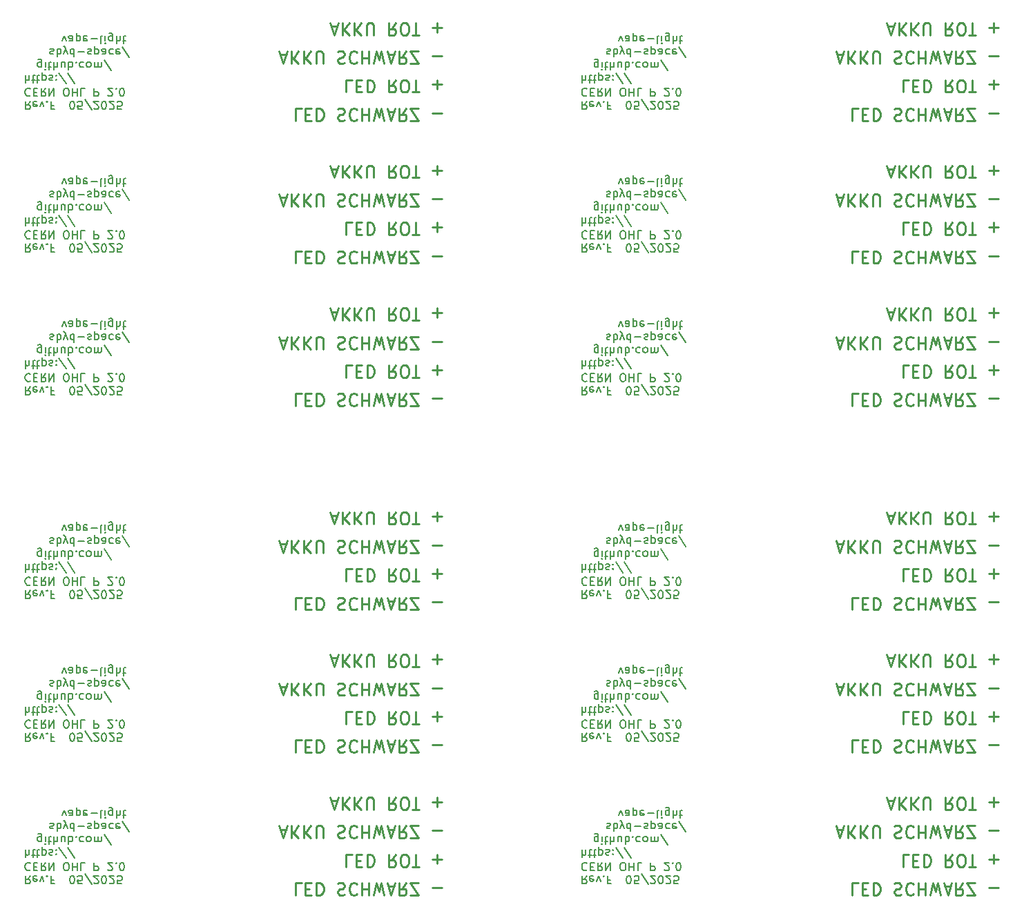
<source format=gbo>
G04 #@! TF.GenerationSoftware,KiCad,Pcbnew,8.0.1*
G04 #@! TF.CreationDate,2025-05-23T10:36:23+02:00*
G04 #@! TF.ProjectId,panel-12,70616e65-6c2d-4313-922e-6b696361645f,F*
G04 #@! TF.SameCoordinates,Original*
G04 #@! TF.FileFunction,Legend,Bot*
G04 #@! TF.FilePolarity,Positive*
%FSLAX46Y46*%
G04 Gerber Fmt 4.6, Leading zero omitted, Abs format (unit mm)*
G04 Created by KiCad (PCBNEW 8.0.1) date 2025-05-23 10:36:23*
%MOMM*%
%LPD*%
G01*
G04 APERTURE LIST*
%ADD10C,0.250000*%
%ADD11C,0.200000*%
%ADD12C,0.500000*%
%ADD13C,2.000000*%
%ADD14C,1.152000*%
G04 APERTURE END LIST*
D10*
X114084955Y-8997642D02*
X114799241Y-8997642D01*
X113942098Y-8569071D02*
X114442098Y-10069071D01*
X114442098Y-10069071D02*
X114942098Y-8569071D01*
X115442097Y-8569071D02*
X115442097Y-10069071D01*
X116299240Y-8569071D02*
X115656383Y-9426214D01*
X116299240Y-10069071D02*
X115442097Y-9211928D01*
X116942097Y-8569071D02*
X116942097Y-10069071D01*
X117799240Y-8569071D02*
X117156383Y-9426214D01*
X117799240Y-10069071D02*
X116942097Y-9211928D01*
X118442097Y-10069071D02*
X118442097Y-8854785D01*
X118442097Y-8854785D02*
X118513526Y-8711928D01*
X118513526Y-8711928D02*
X118584955Y-8640500D01*
X118584955Y-8640500D02*
X118727812Y-8569071D01*
X118727812Y-8569071D02*
X119013526Y-8569071D01*
X119013526Y-8569071D02*
X119156383Y-8640500D01*
X119156383Y-8640500D02*
X119227812Y-8711928D01*
X119227812Y-8711928D02*
X119299240Y-8854785D01*
X119299240Y-8854785D02*
X119299240Y-10069071D01*
X122013526Y-8569071D02*
X121513526Y-9283357D01*
X121156383Y-8569071D02*
X121156383Y-10069071D01*
X121156383Y-10069071D02*
X121727812Y-10069071D01*
X121727812Y-10069071D02*
X121870669Y-9997642D01*
X121870669Y-9997642D02*
X121942098Y-9926214D01*
X121942098Y-9926214D02*
X122013526Y-9783357D01*
X122013526Y-9783357D02*
X122013526Y-9569071D01*
X122013526Y-9569071D02*
X121942098Y-9426214D01*
X121942098Y-9426214D02*
X121870669Y-9354785D01*
X121870669Y-9354785D02*
X121727812Y-9283357D01*
X121727812Y-9283357D02*
X121156383Y-9283357D01*
X122942098Y-10069071D02*
X123227812Y-10069071D01*
X123227812Y-10069071D02*
X123370669Y-9997642D01*
X123370669Y-9997642D02*
X123513526Y-9854785D01*
X123513526Y-9854785D02*
X123584955Y-9569071D01*
X123584955Y-9569071D02*
X123584955Y-9069071D01*
X123584955Y-9069071D02*
X123513526Y-8783357D01*
X123513526Y-8783357D02*
X123370669Y-8640500D01*
X123370669Y-8640500D02*
X123227812Y-8569071D01*
X123227812Y-8569071D02*
X122942098Y-8569071D01*
X122942098Y-8569071D02*
X122799241Y-8640500D01*
X122799241Y-8640500D02*
X122656383Y-8783357D01*
X122656383Y-8783357D02*
X122584955Y-9069071D01*
X122584955Y-9069071D02*
X122584955Y-9569071D01*
X122584955Y-9569071D02*
X122656383Y-9854785D01*
X122656383Y-9854785D02*
X122799241Y-9997642D01*
X122799241Y-9997642D02*
X122942098Y-10069071D01*
X124013527Y-10069071D02*
X124870670Y-10069071D01*
X124442098Y-8569071D02*
X124442098Y-10069071D01*
X126513526Y-9140500D02*
X127656384Y-9140500D01*
X127084955Y-8569071D02*
X127084955Y-9711928D01*
X45834955Y-26497642D02*
X46549241Y-26497642D01*
X45692098Y-26069071D02*
X46192098Y-27569071D01*
X46192098Y-27569071D02*
X46692098Y-26069071D01*
X47192097Y-26069071D02*
X47192097Y-27569071D01*
X48049240Y-26069071D02*
X47406383Y-26926214D01*
X48049240Y-27569071D02*
X47192097Y-26711928D01*
X48692097Y-26069071D02*
X48692097Y-27569071D01*
X49549240Y-26069071D02*
X48906383Y-26926214D01*
X49549240Y-27569071D02*
X48692097Y-26711928D01*
X50192097Y-27569071D02*
X50192097Y-26354785D01*
X50192097Y-26354785D02*
X50263526Y-26211928D01*
X50263526Y-26211928D02*
X50334955Y-26140500D01*
X50334955Y-26140500D02*
X50477812Y-26069071D01*
X50477812Y-26069071D02*
X50763526Y-26069071D01*
X50763526Y-26069071D02*
X50906383Y-26140500D01*
X50906383Y-26140500D02*
X50977812Y-26211928D01*
X50977812Y-26211928D02*
X51049240Y-26354785D01*
X51049240Y-26354785D02*
X51049240Y-27569071D01*
X53763526Y-26069071D02*
X53263526Y-26783357D01*
X52906383Y-26069071D02*
X52906383Y-27569071D01*
X52906383Y-27569071D02*
X53477812Y-27569071D01*
X53477812Y-27569071D02*
X53620669Y-27497642D01*
X53620669Y-27497642D02*
X53692098Y-27426214D01*
X53692098Y-27426214D02*
X53763526Y-27283357D01*
X53763526Y-27283357D02*
X53763526Y-27069071D01*
X53763526Y-27069071D02*
X53692098Y-26926214D01*
X53692098Y-26926214D02*
X53620669Y-26854785D01*
X53620669Y-26854785D02*
X53477812Y-26783357D01*
X53477812Y-26783357D02*
X52906383Y-26783357D01*
X54692098Y-27569071D02*
X54977812Y-27569071D01*
X54977812Y-27569071D02*
X55120669Y-27497642D01*
X55120669Y-27497642D02*
X55263526Y-27354785D01*
X55263526Y-27354785D02*
X55334955Y-27069071D01*
X55334955Y-27069071D02*
X55334955Y-26569071D01*
X55334955Y-26569071D02*
X55263526Y-26283357D01*
X55263526Y-26283357D02*
X55120669Y-26140500D01*
X55120669Y-26140500D02*
X54977812Y-26069071D01*
X54977812Y-26069071D02*
X54692098Y-26069071D01*
X54692098Y-26069071D02*
X54549241Y-26140500D01*
X54549241Y-26140500D02*
X54406383Y-26283357D01*
X54406383Y-26283357D02*
X54334955Y-26569071D01*
X54334955Y-26569071D02*
X54334955Y-27069071D01*
X54334955Y-27069071D02*
X54406383Y-27354785D01*
X54406383Y-27354785D02*
X54549241Y-27497642D01*
X54549241Y-27497642D02*
X54692098Y-27569071D01*
X55763527Y-27569071D02*
X56620670Y-27569071D01*
X56192098Y-26069071D02*
X56192098Y-27569071D01*
X58263526Y-26640500D02*
X59406384Y-26640500D01*
X58834955Y-26069071D02*
X58834955Y-27211928D01*
D11*
X77191101Y-95682500D02*
X76857768Y-96158691D01*
X76619673Y-95682500D02*
X76619673Y-96682500D01*
X76619673Y-96682500D02*
X77000625Y-96682500D01*
X77000625Y-96682500D02*
X77095863Y-96634881D01*
X77095863Y-96634881D02*
X77143482Y-96587262D01*
X77143482Y-96587262D02*
X77191101Y-96492024D01*
X77191101Y-96492024D02*
X77191101Y-96349167D01*
X77191101Y-96349167D02*
X77143482Y-96253929D01*
X77143482Y-96253929D02*
X77095863Y-96206310D01*
X77095863Y-96206310D02*
X77000625Y-96158691D01*
X77000625Y-96158691D02*
X76619673Y-96158691D01*
X78000625Y-95730120D02*
X77905387Y-95682500D01*
X77905387Y-95682500D02*
X77714911Y-95682500D01*
X77714911Y-95682500D02*
X77619673Y-95730120D01*
X77619673Y-95730120D02*
X77572054Y-95825358D01*
X77572054Y-95825358D02*
X77572054Y-96206310D01*
X77572054Y-96206310D02*
X77619673Y-96301548D01*
X77619673Y-96301548D02*
X77714911Y-96349167D01*
X77714911Y-96349167D02*
X77905387Y-96349167D01*
X77905387Y-96349167D02*
X78000625Y-96301548D01*
X78000625Y-96301548D02*
X78048244Y-96206310D01*
X78048244Y-96206310D02*
X78048244Y-96111072D01*
X78048244Y-96111072D02*
X77572054Y-96015834D01*
X78381578Y-96349167D02*
X78619673Y-95682500D01*
X78619673Y-95682500D02*
X78857768Y-96349167D01*
X79238721Y-95777739D02*
X79286340Y-95730120D01*
X79286340Y-95730120D02*
X79238721Y-95682500D01*
X79238721Y-95682500D02*
X79191102Y-95730120D01*
X79191102Y-95730120D02*
X79238721Y-95777739D01*
X79238721Y-95777739D02*
X79238721Y-95682500D01*
X80048244Y-96206310D02*
X79714911Y-96206310D01*
X79714911Y-95682500D02*
X79714911Y-96682500D01*
X79714911Y-96682500D02*
X80191101Y-96682500D01*
X82286340Y-96682500D02*
X82381578Y-96682500D01*
X82381578Y-96682500D02*
X82476816Y-96634881D01*
X82476816Y-96634881D02*
X82524435Y-96587262D01*
X82524435Y-96587262D02*
X82572054Y-96492024D01*
X82572054Y-96492024D02*
X82619673Y-96301548D01*
X82619673Y-96301548D02*
X82619673Y-96063453D01*
X82619673Y-96063453D02*
X82572054Y-95872977D01*
X82572054Y-95872977D02*
X82524435Y-95777739D01*
X82524435Y-95777739D02*
X82476816Y-95730120D01*
X82476816Y-95730120D02*
X82381578Y-95682500D01*
X82381578Y-95682500D02*
X82286340Y-95682500D01*
X82286340Y-95682500D02*
X82191102Y-95730120D01*
X82191102Y-95730120D02*
X82143483Y-95777739D01*
X82143483Y-95777739D02*
X82095864Y-95872977D01*
X82095864Y-95872977D02*
X82048245Y-96063453D01*
X82048245Y-96063453D02*
X82048245Y-96301548D01*
X82048245Y-96301548D02*
X82095864Y-96492024D01*
X82095864Y-96492024D02*
X82143483Y-96587262D01*
X82143483Y-96587262D02*
X82191102Y-96634881D01*
X82191102Y-96634881D02*
X82286340Y-96682500D01*
X83524435Y-96682500D02*
X83048245Y-96682500D01*
X83048245Y-96682500D02*
X83000626Y-96206310D01*
X83000626Y-96206310D02*
X83048245Y-96253929D01*
X83048245Y-96253929D02*
X83143483Y-96301548D01*
X83143483Y-96301548D02*
X83381578Y-96301548D01*
X83381578Y-96301548D02*
X83476816Y-96253929D01*
X83476816Y-96253929D02*
X83524435Y-96206310D01*
X83524435Y-96206310D02*
X83572054Y-96111072D01*
X83572054Y-96111072D02*
X83572054Y-95872977D01*
X83572054Y-95872977D02*
X83524435Y-95777739D01*
X83524435Y-95777739D02*
X83476816Y-95730120D01*
X83476816Y-95730120D02*
X83381578Y-95682500D01*
X83381578Y-95682500D02*
X83143483Y-95682500D01*
X83143483Y-95682500D02*
X83048245Y-95730120D01*
X83048245Y-95730120D02*
X83000626Y-95777739D01*
X84714911Y-96730120D02*
X83857769Y-95444405D01*
X85000626Y-96587262D02*
X85048245Y-96634881D01*
X85048245Y-96634881D02*
X85143483Y-96682500D01*
X85143483Y-96682500D02*
X85381578Y-96682500D01*
X85381578Y-96682500D02*
X85476816Y-96634881D01*
X85476816Y-96634881D02*
X85524435Y-96587262D01*
X85524435Y-96587262D02*
X85572054Y-96492024D01*
X85572054Y-96492024D02*
X85572054Y-96396786D01*
X85572054Y-96396786D02*
X85524435Y-96253929D01*
X85524435Y-96253929D02*
X84953007Y-95682500D01*
X84953007Y-95682500D02*
X85572054Y-95682500D01*
X86191102Y-96682500D02*
X86286340Y-96682500D01*
X86286340Y-96682500D02*
X86381578Y-96634881D01*
X86381578Y-96634881D02*
X86429197Y-96587262D01*
X86429197Y-96587262D02*
X86476816Y-96492024D01*
X86476816Y-96492024D02*
X86524435Y-96301548D01*
X86524435Y-96301548D02*
X86524435Y-96063453D01*
X86524435Y-96063453D02*
X86476816Y-95872977D01*
X86476816Y-95872977D02*
X86429197Y-95777739D01*
X86429197Y-95777739D02*
X86381578Y-95730120D01*
X86381578Y-95730120D02*
X86286340Y-95682500D01*
X86286340Y-95682500D02*
X86191102Y-95682500D01*
X86191102Y-95682500D02*
X86095864Y-95730120D01*
X86095864Y-95730120D02*
X86048245Y-95777739D01*
X86048245Y-95777739D02*
X86000626Y-95872977D01*
X86000626Y-95872977D02*
X85953007Y-96063453D01*
X85953007Y-96063453D02*
X85953007Y-96301548D01*
X85953007Y-96301548D02*
X86000626Y-96492024D01*
X86000626Y-96492024D02*
X86048245Y-96587262D01*
X86048245Y-96587262D02*
X86095864Y-96634881D01*
X86095864Y-96634881D02*
X86191102Y-96682500D01*
X86905388Y-96587262D02*
X86953007Y-96634881D01*
X86953007Y-96634881D02*
X87048245Y-96682500D01*
X87048245Y-96682500D02*
X87286340Y-96682500D01*
X87286340Y-96682500D02*
X87381578Y-96634881D01*
X87381578Y-96634881D02*
X87429197Y-96587262D01*
X87429197Y-96587262D02*
X87476816Y-96492024D01*
X87476816Y-96492024D02*
X87476816Y-96396786D01*
X87476816Y-96396786D02*
X87429197Y-96253929D01*
X87429197Y-96253929D02*
X86857769Y-95682500D01*
X86857769Y-95682500D02*
X87476816Y-95682500D01*
X88381578Y-96682500D02*
X87905388Y-96682500D01*
X87905388Y-96682500D02*
X87857769Y-96206310D01*
X87857769Y-96206310D02*
X87905388Y-96253929D01*
X87905388Y-96253929D02*
X88000626Y-96301548D01*
X88000626Y-96301548D02*
X88238721Y-96301548D01*
X88238721Y-96301548D02*
X88333959Y-96253929D01*
X88333959Y-96253929D02*
X88381578Y-96206310D01*
X88381578Y-96206310D02*
X88429197Y-96111072D01*
X88429197Y-96111072D02*
X88429197Y-95872977D01*
X88429197Y-95872977D02*
X88381578Y-95777739D01*
X88381578Y-95777739D02*
X88333959Y-95730120D01*
X88333959Y-95730120D02*
X88238721Y-95682500D01*
X88238721Y-95682500D02*
X88000626Y-95682500D01*
X88000626Y-95682500D02*
X87905388Y-95730120D01*
X87905388Y-95730120D02*
X87857769Y-95777739D01*
X77191101Y-94167795D02*
X77143482Y-94120176D01*
X77143482Y-94120176D02*
X77000625Y-94072556D01*
X77000625Y-94072556D02*
X76905387Y-94072556D01*
X76905387Y-94072556D02*
X76762530Y-94120176D01*
X76762530Y-94120176D02*
X76667292Y-94215414D01*
X76667292Y-94215414D02*
X76619673Y-94310652D01*
X76619673Y-94310652D02*
X76572054Y-94501128D01*
X76572054Y-94501128D02*
X76572054Y-94643985D01*
X76572054Y-94643985D02*
X76619673Y-94834461D01*
X76619673Y-94834461D02*
X76667292Y-94929699D01*
X76667292Y-94929699D02*
X76762530Y-95024937D01*
X76762530Y-95024937D02*
X76905387Y-95072556D01*
X76905387Y-95072556D02*
X77000625Y-95072556D01*
X77000625Y-95072556D02*
X77143482Y-95024937D01*
X77143482Y-95024937D02*
X77191101Y-94977318D01*
X77619673Y-94596366D02*
X77953006Y-94596366D01*
X78095863Y-94072556D02*
X77619673Y-94072556D01*
X77619673Y-94072556D02*
X77619673Y-95072556D01*
X77619673Y-95072556D02*
X78095863Y-95072556D01*
X79095863Y-94072556D02*
X78762530Y-94548747D01*
X78524435Y-94072556D02*
X78524435Y-95072556D01*
X78524435Y-95072556D02*
X78905387Y-95072556D01*
X78905387Y-95072556D02*
X79000625Y-95024937D01*
X79000625Y-95024937D02*
X79048244Y-94977318D01*
X79048244Y-94977318D02*
X79095863Y-94882080D01*
X79095863Y-94882080D02*
X79095863Y-94739223D01*
X79095863Y-94739223D02*
X79048244Y-94643985D01*
X79048244Y-94643985D02*
X79000625Y-94596366D01*
X79000625Y-94596366D02*
X78905387Y-94548747D01*
X78905387Y-94548747D02*
X78524435Y-94548747D01*
X79524435Y-94072556D02*
X79524435Y-95072556D01*
X79524435Y-95072556D02*
X80095863Y-94072556D01*
X80095863Y-94072556D02*
X80095863Y-95072556D01*
X81524435Y-95072556D02*
X81714911Y-95072556D01*
X81714911Y-95072556D02*
X81810149Y-95024937D01*
X81810149Y-95024937D02*
X81905387Y-94929699D01*
X81905387Y-94929699D02*
X81953006Y-94739223D01*
X81953006Y-94739223D02*
X81953006Y-94405890D01*
X81953006Y-94405890D02*
X81905387Y-94215414D01*
X81905387Y-94215414D02*
X81810149Y-94120176D01*
X81810149Y-94120176D02*
X81714911Y-94072556D01*
X81714911Y-94072556D02*
X81524435Y-94072556D01*
X81524435Y-94072556D02*
X81429197Y-94120176D01*
X81429197Y-94120176D02*
X81333959Y-94215414D01*
X81333959Y-94215414D02*
X81286340Y-94405890D01*
X81286340Y-94405890D02*
X81286340Y-94739223D01*
X81286340Y-94739223D02*
X81333959Y-94929699D01*
X81333959Y-94929699D02*
X81429197Y-95024937D01*
X81429197Y-95024937D02*
X81524435Y-95072556D01*
X82381578Y-94072556D02*
X82381578Y-95072556D01*
X82381578Y-94596366D02*
X82953006Y-94596366D01*
X82953006Y-94072556D02*
X82953006Y-95072556D01*
X83905387Y-94072556D02*
X83429197Y-94072556D01*
X83429197Y-94072556D02*
X83429197Y-95072556D01*
X85000626Y-94072556D02*
X85000626Y-95072556D01*
X85000626Y-95072556D02*
X85381578Y-95072556D01*
X85381578Y-95072556D02*
X85476816Y-95024937D01*
X85476816Y-95024937D02*
X85524435Y-94977318D01*
X85524435Y-94977318D02*
X85572054Y-94882080D01*
X85572054Y-94882080D02*
X85572054Y-94739223D01*
X85572054Y-94739223D02*
X85524435Y-94643985D01*
X85524435Y-94643985D02*
X85476816Y-94596366D01*
X85476816Y-94596366D02*
X85381578Y-94548747D01*
X85381578Y-94548747D02*
X85000626Y-94548747D01*
X86714912Y-94977318D02*
X86762531Y-95024937D01*
X86762531Y-95024937D02*
X86857769Y-95072556D01*
X86857769Y-95072556D02*
X87095864Y-95072556D01*
X87095864Y-95072556D02*
X87191102Y-95024937D01*
X87191102Y-95024937D02*
X87238721Y-94977318D01*
X87238721Y-94977318D02*
X87286340Y-94882080D01*
X87286340Y-94882080D02*
X87286340Y-94786842D01*
X87286340Y-94786842D02*
X87238721Y-94643985D01*
X87238721Y-94643985D02*
X86667293Y-94072556D01*
X86667293Y-94072556D02*
X87286340Y-94072556D01*
X87714912Y-94167795D02*
X87762531Y-94120176D01*
X87762531Y-94120176D02*
X87714912Y-94072556D01*
X87714912Y-94072556D02*
X87667293Y-94120176D01*
X87667293Y-94120176D02*
X87714912Y-94167795D01*
X87714912Y-94167795D02*
X87714912Y-94072556D01*
X88381578Y-95072556D02*
X88476816Y-95072556D01*
X88476816Y-95072556D02*
X88572054Y-95024937D01*
X88572054Y-95024937D02*
X88619673Y-94977318D01*
X88619673Y-94977318D02*
X88667292Y-94882080D01*
X88667292Y-94882080D02*
X88714911Y-94691604D01*
X88714911Y-94691604D02*
X88714911Y-94453509D01*
X88714911Y-94453509D02*
X88667292Y-94263033D01*
X88667292Y-94263033D02*
X88619673Y-94167795D01*
X88619673Y-94167795D02*
X88572054Y-94120176D01*
X88572054Y-94120176D02*
X88476816Y-94072556D01*
X88476816Y-94072556D02*
X88381578Y-94072556D01*
X88381578Y-94072556D02*
X88286340Y-94120176D01*
X88286340Y-94120176D02*
X88238721Y-94167795D01*
X88238721Y-94167795D02*
X88191102Y-94263033D01*
X88191102Y-94263033D02*
X88143483Y-94453509D01*
X88143483Y-94453509D02*
X88143483Y-94691604D01*
X88143483Y-94691604D02*
X88191102Y-94882080D01*
X88191102Y-94882080D02*
X88238721Y-94977318D01*
X88238721Y-94977318D02*
X88286340Y-95024937D01*
X88286340Y-95024937D02*
X88381578Y-95072556D01*
X76619673Y-92462612D02*
X76619673Y-93462612D01*
X77048244Y-92462612D02*
X77048244Y-92986422D01*
X77048244Y-92986422D02*
X77000625Y-93081660D01*
X77000625Y-93081660D02*
X76905387Y-93129279D01*
X76905387Y-93129279D02*
X76762530Y-93129279D01*
X76762530Y-93129279D02*
X76667292Y-93081660D01*
X76667292Y-93081660D02*
X76619673Y-93034041D01*
X77381578Y-93129279D02*
X77762530Y-93129279D01*
X77524435Y-93462612D02*
X77524435Y-92605470D01*
X77524435Y-92605470D02*
X77572054Y-92510232D01*
X77572054Y-92510232D02*
X77667292Y-92462612D01*
X77667292Y-92462612D02*
X77762530Y-92462612D01*
X77953007Y-93129279D02*
X78333959Y-93129279D01*
X78095864Y-93462612D02*
X78095864Y-92605470D01*
X78095864Y-92605470D02*
X78143483Y-92510232D01*
X78143483Y-92510232D02*
X78238721Y-92462612D01*
X78238721Y-92462612D02*
X78333959Y-92462612D01*
X78667293Y-93129279D02*
X78667293Y-92129279D01*
X78667293Y-93081660D02*
X78762531Y-93129279D01*
X78762531Y-93129279D02*
X78953007Y-93129279D01*
X78953007Y-93129279D02*
X79048245Y-93081660D01*
X79048245Y-93081660D02*
X79095864Y-93034041D01*
X79095864Y-93034041D02*
X79143483Y-92938803D01*
X79143483Y-92938803D02*
X79143483Y-92653089D01*
X79143483Y-92653089D02*
X79095864Y-92557851D01*
X79095864Y-92557851D02*
X79048245Y-92510232D01*
X79048245Y-92510232D02*
X78953007Y-92462612D01*
X78953007Y-92462612D02*
X78762531Y-92462612D01*
X78762531Y-92462612D02*
X78667293Y-92510232D01*
X79524436Y-92510232D02*
X79619674Y-92462612D01*
X79619674Y-92462612D02*
X79810150Y-92462612D01*
X79810150Y-92462612D02*
X79905388Y-92510232D01*
X79905388Y-92510232D02*
X79953007Y-92605470D01*
X79953007Y-92605470D02*
X79953007Y-92653089D01*
X79953007Y-92653089D02*
X79905388Y-92748327D01*
X79905388Y-92748327D02*
X79810150Y-92795946D01*
X79810150Y-92795946D02*
X79667293Y-92795946D01*
X79667293Y-92795946D02*
X79572055Y-92843565D01*
X79572055Y-92843565D02*
X79524436Y-92938803D01*
X79524436Y-92938803D02*
X79524436Y-92986422D01*
X79524436Y-92986422D02*
X79572055Y-93081660D01*
X79572055Y-93081660D02*
X79667293Y-93129279D01*
X79667293Y-93129279D02*
X79810150Y-93129279D01*
X79810150Y-93129279D02*
X79905388Y-93081660D01*
X80381579Y-92557851D02*
X80429198Y-92510232D01*
X80429198Y-92510232D02*
X80381579Y-92462612D01*
X80381579Y-92462612D02*
X80333960Y-92510232D01*
X80333960Y-92510232D02*
X80381579Y-92557851D01*
X80381579Y-92557851D02*
X80381579Y-92462612D01*
X80381579Y-93081660D02*
X80429198Y-93034041D01*
X80429198Y-93034041D02*
X80381579Y-92986422D01*
X80381579Y-92986422D02*
X80333960Y-93034041D01*
X80333960Y-93034041D02*
X80381579Y-93081660D01*
X80381579Y-93081660D02*
X80381579Y-92986422D01*
X81572054Y-93510232D02*
X80714912Y-92224517D01*
X82619673Y-93510232D02*
X81762531Y-92224517D01*
X78572054Y-91519335D02*
X78572054Y-90709811D01*
X78572054Y-90709811D02*
X78524435Y-90614573D01*
X78524435Y-90614573D02*
X78476816Y-90566954D01*
X78476816Y-90566954D02*
X78381578Y-90519335D01*
X78381578Y-90519335D02*
X78238721Y-90519335D01*
X78238721Y-90519335D02*
X78143483Y-90566954D01*
X78572054Y-90900288D02*
X78476816Y-90852668D01*
X78476816Y-90852668D02*
X78286340Y-90852668D01*
X78286340Y-90852668D02*
X78191102Y-90900288D01*
X78191102Y-90900288D02*
X78143483Y-90947907D01*
X78143483Y-90947907D02*
X78095864Y-91043145D01*
X78095864Y-91043145D02*
X78095864Y-91328859D01*
X78095864Y-91328859D02*
X78143483Y-91424097D01*
X78143483Y-91424097D02*
X78191102Y-91471716D01*
X78191102Y-91471716D02*
X78286340Y-91519335D01*
X78286340Y-91519335D02*
X78476816Y-91519335D01*
X78476816Y-91519335D02*
X78572054Y-91471716D01*
X79048245Y-90852668D02*
X79048245Y-91519335D01*
X79048245Y-91852668D02*
X79000626Y-91805049D01*
X79000626Y-91805049D02*
X79048245Y-91757430D01*
X79048245Y-91757430D02*
X79095864Y-91805049D01*
X79095864Y-91805049D02*
X79048245Y-91852668D01*
X79048245Y-91852668D02*
X79048245Y-91757430D01*
X79381578Y-91519335D02*
X79762530Y-91519335D01*
X79524435Y-91852668D02*
X79524435Y-90995526D01*
X79524435Y-90995526D02*
X79572054Y-90900288D01*
X79572054Y-90900288D02*
X79667292Y-90852668D01*
X79667292Y-90852668D02*
X79762530Y-90852668D01*
X80095864Y-90852668D02*
X80095864Y-91852668D01*
X80524435Y-90852668D02*
X80524435Y-91376478D01*
X80524435Y-91376478D02*
X80476816Y-91471716D01*
X80476816Y-91471716D02*
X80381578Y-91519335D01*
X80381578Y-91519335D02*
X80238721Y-91519335D01*
X80238721Y-91519335D02*
X80143483Y-91471716D01*
X80143483Y-91471716D02*
X80095864Y-91424097D01*
X81429197Y-91519335D02*
X81429197Y-90852668D01*
X81000626Y-91519335D02*
X81000626Y-90995526D01*
X81000626Y-90995526D02*
X81048245Y-90900288D01*
X81048245Y-90900288D02*
X81143483Y-90852668D01*
X81143483Y-90852668D02*
X81286340Y-90852668D01*
X81286340Y-90852668D02*
X81381578Y-90900288D01*
X81381578Y-90900288D02*
X81429197Y-90947907D01*
X81905388Y-90852668D02*
X81905388Y-91852668D01*
X81905388Y-91471716D02*
X82000626Y-91519335D01*
X82000626Y-91519335D02*
X82191102Y-91519335D01*
X82191102Y-91519335D02*
X82286340Y-91471716D01*
X82286340Y-91471716D02*
X82333959Y-91424097D01*
X82333959Y-91424097D02*
X82381578Y-91328859D01*
X82381578Y-91328859D02*
X82381578Y-91043145D01*
X82381578Y-91043145D02*
X82333959Y-90947907D01*
X82333959Y-90947907D02*
X82286340Y-90900288D01*
X82286340Y-90900288D02*
X82191102Y-90852668D01*
X82191102Y-90852668D02*
X82000626Y-90852668D01*
X82000626Y-90852668D02*
X81905388Y-90900288D01*
X82810150Y-90947907D02*
X82857769Y-90900288D01*
X82857769Y-90900288D02*
X82810150Y-90852668D01*
X82810150Y-90852668D02*
X82762531Y-90900288D01*
X82762531Y-90900288D02*
X82810150Y-90947907D01*
X82810150Y-90947907D02*
X82810150Y-90852668D01*
X83714911Y-90900288D02*
X83619673Y-90852668D01*
X83619673Y-90852668D02*
X83429197Y-90852668D01*
X83429197Y-90852668D02*
X83333959Y-90900288D01*
X83333959Y-90900288D02*
X83286340Y-90947907D01*
X83286340Y-90947907D02*
X83238721Y-91043145D01*
X83238721Y-91043145D02*
X83238721Y-91328859D01*
X83238721Y-91328859D02*
X83286340Y-91424097D01*
X83286340Y-91424097D02*
X83333959Y-91471716D01*
X83333959Y-91471716D02*
X83429197Y-91519335D01*
X83429197Y-91519335D02*
X83619673Y-91519335D01*
X83619673Y-91519335D02*
X83714911Y-91471716D01*
X84286340Y-90852668D02*
X84191102Y-90900288D01*
X84191102Y-90900288D02*
X84143483Y-90947907D01*
X84143483Y-90947907D02*
X84095864Y-91043145D01*
X84095864Y-91043145D02*
X84095864Y-91328859D01*
X84095864Y-91328859D02*
X84143483Y-91424097D01*
X84143483Y-91424097D02*
X84191102Y-91471716D01*
X84191102Y-91471716D02*
X84286340Y-91519335D01*
X84286340Y-91519335D02*
X84429197Y-91519335D01*
X84429197Y-91519335D02*
X84524435Y-91471716D01*
X84524435Y-91471716D02*
X84572054Y-91424097D01*
X84572054Y-91424097D02*
X84619673Y-91328859D01*
X84619673Y-91328859D02*
X84619673Y-91043145D01*
X84619673Y-91043145D02*
X84572054Y-90947907D01*
X84572054Y-90947907D02*
X84524435Y-90900288D01*
X84524435Y-90900288D02*
X84429197Y-90852668D01*
X84429197Y-90852668D02*
X84286340Y-90852668D01*
X85048245Y-90852668D02*
X85048245Y-91519335D01*
X85048245Y-91424097D02*
X85095864Y-91471716D01*
X85095864Y-91471716D02*
X85191102Y-91519335D01*
X85191102Y-91519335D02*
X85333959Y-91519335D01*
X85333959Y-91519335D02*
X85429197Y-91471716D01*
X85429197Y-91471716D02*
X85476816Y-91376478D01*
X85476816Y-91376478D02*
X85476816Y-90852668D01*
X85476816Y-91376478D02*
X85524435Y-91471716D01*
X85524435Y-91471716D02*
X85619673Y-91519335D01*
X85619673Y-91519335D02*
X85762530Y-91519335D01*
X85762530Y-91519335D02*
X85857769Y-91471716D01*
X85857769Y-91471716D02*
X85905388Y-91376478D01*
X85905388Y-91376478D02*
X85905388Y-90852668D01*
X87095863Y-91900288D02*
X86238721Y-90614573D01*
X79619674Y-89290344D02*
X79714912Y-89242724D01*
X79714912Y-89242724D02*
X79905388Y-89242724D01*
X79905388Y-89242724D02*
X80000626Y-89290344D01*
X80000626Y-89290344D02*
X80048245Y-89385582D01*
X80048245Y-89385582D02*
X80048245Y-89433201D01*
X80048245Y-89433201D02*
X80000626Y-89528439D01*
X80000626Y-89528439D02*
X79905388Y-89576058D01*
X79905388Y-89576058D02*
X79762531Y-89576058D01*
X79762531Y-89576058D02*
X79667293Y-89623677D01*
X79667293Y-89623677D02*
X79619674Y-89718915D01*
X79619674Y-89718915D02*
X79619674Y-89766534D01*
X79619674Y-89766534D02*
X79667293Y-89861772D01*
X79667293Y-89861772D02*
X79762531Y-89909391D01*
X79762531Y-89909391D02*
X79905388Y-89909391D01*
X79905388Y-89909391D02*
X80000626Y-89861772D01*
X80476817Y-89242724D02*
X80476817Y-90242724D01*
X80476817Y-89861772D02*
X80572055Y-89909391D01*
X80572055Y-89909391D02*
X80762531Y-89909391D01*
X80762531Y-89909391D02*
X80857769Y-89861772D01*
X80857769Y-89861772D02*
X80905388Y-89814153D01*
X80905388Y-89814153D02*
X80953007Y-89718915D01*
X80953007Y-89718915D02*
X80953007Y-89433201D01*
X80953007Y-89433201D02*
X80905388Y-89337963D01*
X80905388Y-89337963D02*
X80857769Y-89290344D01*
X80857769Y-89290344D02*
X80762531Y-89242724D01*
X80762531Y-89242724D02*
X80572055Y-89242724D01*
X80572055Y-89242724D02*
X80476817Y-89290344D01*
X81286341Y-89909391D02*
X81524436Y-89242724D01*
X81762531Y-89909391D02*
X81524436Y-89242724D01*
X81524436Y-89242724D02*
X81429198Y-89004629D01*
X81429198Y-89004629D02*
X81381579Y-88957010D01*
X81381579Y-88957010D02*
X81286341Y-88909391D01*
X82572055Y-89242724D02*
X82572055Y-90242724D01*
X82572055Y-89290344D02*
X82476817Y-89242724D01*
X82476817Y-89242724D02*
X82286341Y-89242724D01*
X82286341Y-89242724D02*
X82191103Y-89290344D01*
X82191103Y-89290344D02*
X82143484Y-89337963D01*
X82143484Y-89337963D02*
X82095865Y-89433201D01*
X82095865Y-89433201D02*
X82095865Y-89718915D01*
X82095865Y-89718915D02*
X82143484Y-89814153D01*
X82143484Y-89814153D02*
X82191103Y-89861772D01*
X82191103Y-89861772D02*
X82286341Y-89909391D01*
X82286341Y-89909391D02*
X82476817Y-89909391D01*
X82476817Y-89909391D02*
X82572055Y-89861772D01*
X83048246Y-89623677D02*
X83810151Y-89623677D01*
X84238722Y-89290344D02*
X84333960Y-89242724D01*
X84333960Y-89242724D02*
X84524436Y-89242724D01*
X84524436Y-89242724D02*
X84619674Y-89290344D01*
X84619674Y-89290344D02*
X84667293Y-89385582D01*
X84667293Y-89385582D02*
X84667293Y-89433201D01*
X84667293Y-89433201D02*
X84619674Y-89528439D01*
X84619674Y-89528439D02*
X84524436Y-89576058D01*
X84524436Y-89576058D02*
X84381579Y-89576058D01*
X84381579Y-89576058D02*
X84286341Y-89623677D01*
X84286341Y-89623677D02*
X84238722Y-89718915D01*
X84238722Y-89718915D02*
X84238722Y-89766534D01*
X84238722Y-89766534D02*
X84286341Y-89861772D01*
X84286341Y-89861772D02*
X84381579Y-89909391D01*
X84381579Y-89909391D02*
X84524436Y-89909391D01*
X84524436Y-89909391D02*
X84619674Y-89861772D01*
X85095865Y-89909391D02*
X85095865Y-88909391D01*
X85095865Y-89861772D02*
X85191103Y-89909391D01*
X85191103Y-89909391D02*
X85381579Y-89909391D01*
X85381579Y-89909391D02*
X85476817Y-89861772D01*
X85476817Y-89861772D02*
X85524436Y-89814153D01*
X85524436Y-89814153D02*
X85572055Y-89718915D01*
X85572055Y-89718915D02*
X85572055Y-89433201D01*
X85572055Y-89433201D02*
X85524436Y-89337963D01*
X85524436Y-89337963D02*
X85476817Y-89290344D01*
X85476817Y-89290344D02*
X85381579Y-89242724D01*
X85381579Y-89242724D02*
X85191103Y-89242724D01*
X85191103Y-89242724D02*
X85095865Y-89290344D01*
X86429198Y-89242724D02*
X86429198Y-89766534D01*
X86429198Y-89766534D02*
X86381579Y-89861772D01*
X86381579Y-89861772D02*
X86286341Y-89909391D01*
X86286341Y-89909391D02*
X86095865Y-89909391D01*
X86095865Y-89909391D02*
X86000627Y-89861772D01*
X86429198Y-89290344D02*
X86333960Y-89242724D01*
X86333960Y-89242724D02*
X86095865Y-89242724D01*
X86095865Y-89242724D02*
X86000627Y-89290344D01*
X86000627Y-89290344D02*
X85953008Y-89385582D01*
X85953008Y-89385582D02*
X85953008Y-89480820D01*
X85953008Y-89480820D02*
X86000627Y-89576058D01*
X86000627Y-89576058D02*
X86095865Y-89623677D01*
X86095865Y-89623677D02*
X86333960Y-89623677D01*
X86333960Y-89623677D02*
X86429198Y-89671296D01*
X87333960Y-89290344D02*
X87238722Y-89242724D01*
X87238722Y-89242724D02*
X87048246Y-89242724D01*
X87048246Y-89242724D02*
X86953008Y-89290344D01*
X86953008Y-89290344D02*
X86905389Y-89337963D01*
X86905389Y-89337963D02*
X86857770Y-89433201D01*
X86857770Y-89433201D02*
X86857770Y-89718915D01*
X86857770Y-89718915D02*
X86905389Y-89814153D01*
X86905389Y-89814153D02*
X86953008Y-89861772D01*
X86953008Y-89861772D02*
X87048246Y-89909391D01*
X87048246Y-89909391D02*
X87238722Y-89909391D01*
X87238722Y-89909391D02*
X87333960Y-89861772D01*
X88143484Y-89290344D02*
X88048246Y-89242724D01*
X88048246Y-89242724D02*
X87857770Y-89242724D01*
X87857770Y-89242724D02*
X87762532Y-89290344D01*
X87762532Y-89290344D02*
X87714913Y-89385582D01*
X87714913Y-89385582D02*
X87714913Y-89766534D01*
X87714913Y-89766534D02*
X87762532Y-89861772D01*
X87762532Y-89861772D02*
X87857770Y-89909391D01*
X87857770Y-89909391D02*
X88048246Y-89909391D01*
X88048246Y-89909391D02*
X88143484Y-89861772D01*
X88143484Y-89861772D02*
X88191103Y-89766534D01*
X88191103Y-89766534D02*
X88191103Y-89671296D01*
X88191103Y-89671296D02*
X87714913Y-89576058D01*
X89333960Y-90290344D02*
X88476818Y-89004629D01*
X81095865Y-88299447D02*
X81333960Y-87632780D01*
X81333960Y-87632780D02*
X81572055Y-88299447D01*
X82381579Y-87632780D02*
X82381579Y-88156590D01*
X82381579Y-88156590D02*
X82333960Y-88251828D01*
X82333960Y-88251828D02*
X82238722Y-88299447D01*
X82238722Y-88299447D02*
X82048246Y-88299447D01*
X82048246Y-88299447D02*
X81953008Y-88251828D01*
X82381579Y-87680400D02*
X82286341Y-87632780D01*
X82286341Y-87632780D02*
X82048246Y-87632780D01*
X82048246Y-87632780D02*
X81953008Y-87680400D01*
X81953008Y-87680400D02*
X81905389Y-87775638D01*
X81905389Y-87775638D02*
X81905389Y-87870876D01*
X81905389Y-87870876D02*
X81953008Y-87966114D01*
X81953008Y-87966114D02*
X82048246Y-88013733D01*
X82048246Y-88013733D02*
X82286341Y-88013733D01*
X82286341Y-88013733D02*
X82381579Y-88061352D01*
X82857770Y-88299447D02*
X82857770Y-87299447D01*
X82857770Y-88251828D02*
X82953008Y-88299447D01*
X82953008Y-88299447D02*
X83143484Y-88299447D01*
X83143484Y-88299447D02*
X83238722Y-88251828D01*
X83238722Y-88251828D02*
X83286341Y-88204209D01*
X83286341Y-88204209D02*
X83333960Y-88108971D01*
X83333960Y-88108971D02*
X83333960Y-87823257D01*
X83333960Y-87823257D02*
X83286341Y-87728019D01*
X83286341Y-87728019D02*
X83238722Y-87680400D01*
X83238722Y-87680400D02*
X83143484Y-87632780D01*
X83143484Y-87632780D02*
X82953008Y-87632780D01*
X82953008Y-87632780D02*
X82857770Y-87680400D01*
X84143484Y-87680400D02*
X84048246Y-87632780D01*
X84048246Y-87632780D02*
X83857770Y-87632780D01*
X83857770Y-87632780D02*
X83762532Y-87680400D01*
X83762532Y-87680400D02*
X83714913Y-87775638D01*
X83714913Y-87775638D02*
X83714913Y-88156590D01*
X83714913Y-88156590D02*
X83762532Y-88251828D01*
X83762532Y-88251828D02*
X83857770Y-88299447D01*
X83857770Y-88299447D02*
X84048246Y-88299447D01*
X84048246Y-88299447D02*
X84143484Y-88251828D01*
X84143484Y-88251828D02*
X84191103Y-88156590D01*
X84191103Y-88156590D02*
X84191103Y-88061352D01*
X84191103Y-88061352D02*
X83714913Y-87966114D01*
X84619675Y-88013733D02*
X85381580Y-88013733D01*
X86000627Y-87632780D02*
X85905389Y-87680400D01*
X85905389Y-87680400D02*
X85857770Y-87775638D01*
X85857770Y-87775638D02*
X85857770Y-88632780D01*
X86381580Y-87632780D02*
X86381580Y-88299447D01*
X86381580Y-88632780D02*
X86333961Y-88585161D01*
X86333961Y-88585161D02*
X86381580Y-88537542D01*
X86381580Y-88537542D02*
X86429199Y-88585161D01*
X86429199Y-88585161D02*
X86381580Y-88632780D01*
X86381580Y-88632780D02*
X86381580Y-88537542D01*
X87286341Y-88299447D02*
X87286341Y-87489923D01*
X87286341Y-87489923D02*
X87238722Y-87394685D01*
X87238722Y-87394685D02*
X87191103Y-87347066D01*
X87191103Y-87347066D02*
X87095865Y-87299447D01*
X87095865Y-87299447D02*
X86953008Y-87299447D01*
X86953008Y-87299447D02*
X86857770Y-87347066D01*
X87286341Y-87680400D02*
X87191103Y-87632780D01*
X87191103Y-87632780D02*
X87000627Y-87632780D01*
X87000627Y-87632780D02*
X86905389Y-87680400D01*
X86905389Y-87680400D02*
X86857770Y-87728019D01*
X86857770Y-87728019D02*
X86810151Y-87823257D01*
X86810151Y-87823257D02*
X86810151Y-88108971D01*
X86810151Y-88108971D02*
X86857770Y-88204209D01*
X86857770Y-88204209D02*
X86905389Y-88251828D01*
X86905389Y-88251828D02*
X87000627Y-88299447D01*
X87000627Y-88299447D02*
X87191103Y-88299447D01*
X87191103Y-88299447D02*
X87286341Y-88251828D01*
X87762532Y-87632780D02*
X87762532Y-88632780D01*
X88191103Y-87632780D02*
X88191103Y-88156590D01*
X88191103Y-88156590D02*
X88143484Y-88251828D01*
X88143484Y-88251828D02*
X88048246Y-88299447D01*
X88048246Y-88299447D02*
X87905389Y-88299447D01*
X87905389Y-88299447D02*
X87810151Y-88251828D01*
X87810151Y-88251828D02*
X87762532Y-88204209D01*
X88524437Y-88299447D02*
X88905389Y-88299447D01*
X88667294Y-88632780D02*
X88667294Y-87775638D01*
X88667294Y-87775638D02*
X88714913Y-87680400D01*
X88714913Y-87680400D02*
X88810151Y-87632780D01*
X88810151Y-87632780D02*
X88905389Y-87632780D01*
D10*
X116656383Y-15569071D02*
X115942097Y-15569071D01*
X115942097Y-15569071D02*
X115942097Y-17069071D01*
X117156383Y-16354785D02*
X117656383Y-16354785D01*
X117870669Y-15569071D02*
X117156383Y-15569071D01*
X117156383Y-15569071D02*
X117156383Y-17069071D01*
X117156383Y-17069071D02*
X117870669Y-17069071D01*
X118513526Y-15569071D02*
X118513526Y-17069071D01*
X118513526Y-17069071D02*
X118870669Y-17069071D01*
X118870669Y-17069071D02*
X119084955Y-16997642D01*
X119084955Y-16997642D02*
X119227812Y-16854785D01*
X119227812Y-16854785D02*
X119299241Y-16711928D01*
X119299241Y-16711928D02*
X119370669Y-16426214D01*
X119370669Y-16426214D02*
X119370669Y-16211928D01*
X119370669Y-16211928D02*
X119299241Y-15926214D01*
X119299241Y-15926214D02*
X119227812Y-15783357D01*
X119227812Y-15783357D02*
X119084955Y-15640500D01*
X119084955Y-15640500D02*
X118870669Y-15569071D01*
X118870669Y-15569071D02*
X118513526Y-15569071D01*
X122013526Y-15569071D02*
X121513526Y-16283357D01*
X121156383Y-15569071D02*
X121156383Y-17069071D01*
X121156383Y-17069071D02*
X121727812Y-17069071D01*
X121727812Y-17069071D02*
X121870669Y-16997642D01*
X121870669Y-16997642D02*
X121942098Y-16926214D01*
X121942098Y-16926214D02*
X122013526Y-16783357D01*
X122013526Y-16783357D02*
X122013526Y-16569071D01*
X122013526Y-16569071D02*
X121942098Y-16426214D01*
X121942098Y-16426214D02*
X121870669Y-16354785D01*
X121870669Y-16354785D02*
X121727812Y-16283357D01*
X121727812Y-16283357D02*
X121156383Y-16283357D01*
X122942098Y-17069071D02*
X123227812Y-17069071D01*
X123227812Y-17069071D02*
X123370669Y-16997642D01*
X123370669Y-16997642D02*
X123513526Y-16854785D01*
X123513526Y-16854785D02*
X123584955Y-16569071D01*
X123584955Y-16569071D02*
X123584955Y-16069071D01*
X123584955Y-16069071D02*
X123513526Y-15783357D01*
X123513526Y-15783357D02*
X123370669Y-15640500D01*
X123370669Y-15640500D02*
X123227812Y-15569071D01*
X123227812Y-15569071D02*
X122942098Y-15569071D01*
X122942098Y-15569071D02*
X122799241Y-15640500D01*
X122799241Y-15640500D02*
X122656383Y-15783357D01*
X122656383Y-15783357D02*
X122584955Y-16069071D01*
X122584955Y-16069071D02*
X122584955Y-16569071D01*
X122584955Y-16569071D02*
X122656383Y-16854785D01*
X122656383Y-16854785D02*
X122799241Y-16997642D01*
X122799241Y-16997642D02*
X122942098Y-17069071D01*
X124013527Y-17069071D02*
X124870670Y-17069071D01*
X124442098Y-15569071D02*
X124442098Y-17069071D01*
X126513526Y-16140500D02*
X127656384Y-16140500D01*
X127084955Y-15569071D02*
X127084955Y-16711928D01*
X114084955Y-26497642D02*
X114799241Y-26497642D01*
X113942098Y-26069071D02*
X114442098Y-27569071D01*
X114442098Y-27569071D02*
X114942098Y-26069071D01*
X115442097Y-26069071D02*
X115442097Y-27569071D01*
X116299240Y-26069071D02*
X115656383Y-26926214D01*
X116299240Y-27569071D02*
X115442097Y-26711928D01*
X116942097Y-26069071D02*
X116942097Y-27569071D01*
X117799240Y-26069071D02*
X117156383Y-26926214D01*
X117799240Y-27569071D02*
X116942097Y-26711928D01*
X118442097Y-27569071D02*
X118442097Y-26354785D01*
X118442097Y-26354785D02*
X118513526Y-26211928D01*
X118513526Y-26211928D02*
X118584955Y-26140500D01*
X118584955Y-26140500D02*
X118727812Y-26069071D01*
X118727812Y-26069071D02*
X119013526Y-26069071D01*
X119013526Y-26069071D02*
X119156383Y-26140500D01*
X119156383Y-26140500D02*
X119227812Y-26211928D01*
X119227812Y-26211928D02*
X119299240Y-26354785D01*
X119299240Y-26354785D02*
X119299240Y-27569071D01*
X122013526Y-26069071D02*
X121513526Y-26783357D01*
X121156383Y-26069071D02*
X121156383Y-27569071D01*
X121156383Y-27569071D02*
X121727812Y-27569071D01*
X121727812Y-27569071D02*
X121870669Y-27497642D01*
X121870669Y-27497642D02*
X121942098Y-27426214D01*
X121942098Y-27426214D02*
X122013526Y-27283357D01*
X122013526Y-27283357D02*
X122013526Y-27069071D01*
X122013526Y-27069071D02*
X121942098Y-26926214D01*
X121942098Y-26926214D02*
X121870669Y-26854785D01*
X121870669Y-26854785D02*
X121727812Y-26783357D01*
X121727812Y-26783357D02*
X121156383Y-26783357D01*
X122942098Y-27569071D02*
X123227812Y-27569071D01*
X123227812Y-27569071D02*
X123370669Y-27497642D01*
X123370669Y-27497642D02*
X123513526Y-27354785D01*
X123513526Y-27354785D02*
X123584955Y-27069071D01*
X123584955Y-27069071D02*
X123584955Y-26569071D01*
X123584955Y-26569071D02*
X123513526Y-26283357D01*
X123513526Y-26283357D02*
X123370669Y-26140500D01*
X123370669Y-26140500D02*
X123227812Y-26069071D01*
X123227812Y-26069071D02*
X122942098Y-26069071D01*
X122942098Y-26069071D02*
X122799241Y-26140500D01*
X122799241Y-26140500D02*
X122656383Y-26283357D01*
X122656383Y-26283357D02*
X122584955Y-26569071D01*
X122584955Y-26569071D02*
X122584955Y-27069071D01*
X122584955Y-27069071D02*
X122656383Y-27354785D01*
X122656383Y-27354785D02*
X122799241Y-27497642D01*
X122799241Y-27497642D02*
X122942098Y-27569071D01*
X124013527Y-27569071D02*
X124870670Y-27569071D01*
X124442098Y-26069071D02*
X124442098Y-27569071D01*
X126513526Y-26640500D02*
X127656384Y-26640500D01*
X127084955Y-26069071D02*
X127084955Y-27211928D01*
X42192098Y-19069071D02*
X41477812Y-19069071D01*
X41477812Y-19069071D02*
X41477812Y-20569071D01*
X42692098Y-19854785D02*
X43192098Y-19854785D01*
X43406384Y-19069071D02*
X42692098Y-19069071D01*
X42692098Y-19069071D02*
X42692098Y-20569071D01*
X42692098Y-20569071D02*
X43406384Y-20569071D01*
X44049241Y-19069071D02*
X44049241Y-20569071D01*
X44049241Y-20569071D02*
X44406384Y-20569071D01*
X44406384Y-20569071D02*
X44620670Y-20497642D01*
X44620670Y-20497642D02*
X44763527Y-20354785D01*
X44763527Y-20354785D02*
X44834956Y-20211928D01*
X44834956Y-20211928D02*
X44906384Y-19926214D01*
X44906384Y-19926214D02*
X44906384Y-19711928D01*
X44906384Y-19711928D02*
X44834956Y-19426214D01*
X44834956Y-19426214D02*
X44763527Y-19283357D01*
X44763527Y-19283357D02*
X44620670Y-19140500D01*
X44620670Y-19140500D02*
X44406384Y-19069071D01*
X44406384Y-19069071D02*
X44049241Y-19069071D01*
X46620670Y-19140500D02*
X46834956Y-19069071D01*
X46834956Y-19069071D02*
X47192098Y-19069071D01*
X47192098Y-19069071D02*
X47334956Y-19140500D01*
X47334956Y-19140500D02*
X47406384Y-19211928D01*
X47406384Y-19211928D02*
X47477813Y-19354785D01*
X47477813Y-19354785D02*
X47477813Y-19497642D01*
X47477813Y-19497642D02*
X47406384Y-19640500D01*
X47406384Y-19640500D02*
X47334956Y-19711928D01*
X47334956Y-19711928D02*
X47192098Y-19783357D01*
X47192098Y-19783357D02*
X46906384Y-19854785D01*
X46906384Y-19854785D02*
X46763527Y-19926214D01*
X46763527Y-19926214D02*
X46692098Y-19997642D01*
X46692098Y-19997642D02*
X46620670Y-20140500D01*
X46620670Y-20140500D02*
X46620670Y-20283357D01*
X46620670Y-20283357D02*
X46692098Y-20426214D01*
X46692098Y-20426214D02*
X46763527Y-20497642D01*
X46763527Y-20497642D02*
X46906384Y-20569071D01*
X46906384Y-20569071D02*
X47263527Y-20569071D01*
X47263527Y-20569071D02*
X47477813Y-20497642D01*
X48977812Y-19211928D02*
X48906384Y-19140500D01*
X48906384Y-19140500D02*
X48692098Y-19069071D01*
X48692098Y-19069071D02*
X48549241Y-19069071D01*
X48549241Y-19069071D02*
X48334955Y-19140500D01*
X48334955Y-19140500D02*
X48192098Y-19283357D01*
X48192098Y-19283357D02*
X48120669Y-19426214D01*
X48120669Y-19426214D02*
X48049241Y-19711928D01*
X48049241Y-19711928D02*
X48049241Y-19926214D01*
X48049241Y-19926214D02*
X48120669Y-20211928D01*
X48120669Y-20211928D02*
X48192098Y-20354785D01*
X48192098Y-20354785D02*
X48334955Y-20497642D01*
X48334955Y-20497642D02*
X48549241Y-20569071D01*
X48549241Y-20569071D02*
X48692098Y-20569071D01*
X48692098Y-20569071D02*
X48906384Y-20497642D01*
X48906384Y-20497642D02*
X48977812Y-20426214D01*
X49620669Y-19069071D02*
X49620669Y-20569071D01*
X49620669Y-19854785D02*
X50477812Y-19854785D01*
X50477812Y-19069071D02*
X50477812Y-20569071D01*
X51049241Y-20569071D02*
X51406384Y-19069071D01*
X51406384Y-19069071D02*
X51692098Y-20140500D01*
X51692098Y-20140500D02*
X51977813Y-19069071D01*
X51977813Y-19069071D02*
X52334956Y-20569071D01*
X52834956Y-19497642D02*
X53549242Y-19497642D01*
X52692099Y-19069071D02*
X53192099Y-20569071D01*
X53192099Y-20569071D02*
X53692099Y-19069071D01*
X55049241Y-19069071D02*
X54549241Y-19783357D01*
X54192098Y-19069071D02*
X54192098Y-20569071D01*
X54192098Y-20569071D02*
X54763527Y-20569071D01*
X54763527Y-20569071D02*
X54906384Y-20497642D01*
X54906384Y-20497642D02*
X54977813Y-20426214D01*
X54977813Y-20426214D02*
X55049241Y-20283357D01*
X55049241Y-20283357D02*
X55049241Y-20069071D01*
X55049241Y-20069071D02*
X54977813Y-19926214D01*
X54977813Y-19926214D02*
X54906384Y-19854785D01*
X54906384Y-19854785D02*
X54763527Y-19783357D01*
X54763527Y-19783357D02*
X54192098Y-19783357D01*
X55549241Y-20569071D02*
X56549241Y-20569071D01*
X56549241Y-20569071D02*
X55549241Y-19069071D01*
X55549241Y-19069071D02*
X56549241Y-19069071D01*
X58263526Y-19640500D02*
X59406384Y-19640500D01*
X39620670Y-72497642D02*
X40334956Y-72497642D01*
X39477813Y-72069071D02*
X39977813Y-73569071D01*
X39977813Y-73569071D02*
X40477813Y-72069071D01*
X40977812Y-72069071D02*
X40977812Y-73569071D01*
X41834955Y-72069071D02*
X41192098Y-72926214D01*
X41834955Y-73569071D02*
X40977812Y-72711928D01*
X42477812Y-72069071D02*
X42477812Y-73569071D01*
X43334955Y-72069071D02*
X42692098Y-72926214D01*
X43334955Y-73569071D02*
X42477812Y-72711928D01*
X43977812Y-73569071D02*
X43977812Y-72354785D01*
X43977812Y-72354785D02*
X44049241Y-72211928D01*
X44049241Y-72211928D02*
X44120670Y-72140500D01*
X44120670Y-72140500D02*
X44263527Y-72069071D01*
X44263527Y-72069071D02*
X44549241Y-72069071D01*
X44549241Y-72069071D02*
X44692098Y-72140500D01*
X44692098Y-72140500D02*
X44763527Y-72211928D01*
X44763527Y-72211928D02*
X44834955Y-72354785D01*
X44834955Y-72354785D02*
X44834955Y-73569071D01*
X46620670Y-72140500D02*
X46834956Y-72069071D01*
X46834956Y-72069071D02*
X47192098Y-72069071D01*
X47192098Y-72069071D02*
X47334956Y-72140500D01*
X47334956Y-72140500D02*
X47406384Y-72211928D01*
X47406384Y-72211928D02*
X47477813Y-72354785D01*
X47477813Y-72354785D02*
X47477813Y-72497642D01*
X47477813Y-72497642D02*
X47406384Y-72640500D01*
X47406384Y-72640500D02*
X47334956Y-72711928D01*
X47334956Y-72711928D02*
X47192098Y-72783357D01*
X47192098Y-72783357D02*
X46906384Y-72854785D01*
X46906384Y-72854785D02*
X46763527Y-72926214D01*
X46763527Y-72926214D02*
X46692098Y-72997642D01*
X46692098Y-72997642D02*
X46620670Y-73140500D01*
X46620670Y-73140500D02*
X46620670Y-73283357D01*
X46620670Y-73283357D02*
X46692098Y-73426214D01*
X46692098Y-73426214D02*
X46763527Y-73497642D01*
X46763527Y-73497642D02*
X46906384Y-73569071D01*
X46906384Y-73569071D02*
X47263527Y-73569071D01*
X47263527Y-73569071D02*
X47477813Y-73497642D01*
X48977812Y-72211928D02*
X48906384Y-72140500D01*
X48906384Y-72140500D02*
X48692098Y-72069071D01*
X48692098Y-72069071D02*
X48549241Y-72069071D01*
X48549241Y-72069071D02*
X48334955Y-72140500D01*
X48334955Y-72140500D02*
X48192098Y-72283357D01*
X48192098Y-72283357D02*
X48120669Y-72426214D01*
X48120669Y-72426214D02*
X48049241Y-72711928D01*
X48049241Y-72711928D02*
X48049241Y-72926214D01*
X48049241Y-72926214D02*
X48120669Y-73211928D01*
X48120669Y-73211928D02*
X48192098Y-73354785D01*
X48192098Y-73354785D02*
X48334955Y-73497642D01*
X48334955Y-73497642D02*
X48549241Y-73569071D01*
X48549241Y-73569071D02*
X48692098Y-73569071D01*
X48692098Y-73569071D02*
X48906384Y-73497642D01*
X48906384Y-73497642D02*
X48977812Y-73426214D01*
X49620669Y-72069071D02*
X49620669Y-73569071D01*
X49620669Y-72854785D02*
X50477812Y-72854785D01*
X50477812Y-72069071D02*
X50477812Y-73569071D01*
X51049241Y-73569071D02*
X51406384Y-72069071D01*
X51406384Y-72069071D02*
X51692098Y-73140500D01*
X51692098Y-73140500D02*
X51977813Y-72069071D01*
X51977813Y-72069071D02*
X52334956Y-73569071D01*
X52834956Y-72497642D02*
X53549242Y-72497642D01*
X52692099Y-72069071D02*
X53192099Y-73569071D01*
X53192099Y-73569071D02*
X53692099Y-72069071D01*
X55049241Y-72069071D02*
X54549241Y-72783357D01*
X54192098Y-72069071D02*
X54192098Y-73569071D01*
X54192098Y-73569071D02*
X54763527Y-73569071D01*
X54763527Y-73569071D02*
X54906384Y-73497642D01*
X54906384Y-73497642D02*
X54977813Y-73426214D01*
X54977813Y-73426214D02*
X55049241Y-73283357D01*
X55049241Y-73283357D02*
X55049241Y-73069071D01*
X55049241Y-73069071D02*
X54977813Y-72926214D01*
X54977813Y-72926214D02*
X54906384Y-72854785D01*
X54906384Y-72854785D02*
X54763527Y-72783357D01*
X54763527Y-72783357D02*
X54192098Y-72783357D01*
X55549241Y-73569071D02*
X56549241Y-73569071D01*
X56549241Y-73569071D02*
X55549241Y-72069071D01*
X55549241Y-72069071D02*
X56549241Y-72069071D01*
X58263526Y-72640500D02*
X59406384Y-72640500D01*
X116656383Y-50569071D02*
X115942097Y-50569071D01*
X115942097Y-50569071D02*
X115942097Y-52069071D01*
X117156383Y-51354785D02*
X117656383Y-51354785D01*
X117870669Y-50569071D02*
X117156383Y-50569071D01*
X117156383Y-50569071D02*
X117156383Y-52069071D01*
X117156383Y-52069071D02*
X117870669Y-52069071D01*
X118513526Y-50569071D02*
X118513526Y-52069071D01*
X118513526Y-52069071D02*
X118870669Y-52069071D01*
X118870669Y-52069071D02*
X119084955Y-51997642D01*
X119084955Y-51997642D02*
X119227812Y-51854785D01*
X119227812Y-51854785D02*
X119299241Y-51711928D01*
X119299241Y-51711928D02*
X119370669Y-51426214D01*
X119370669Y-51426214D02*
X119370669Y-51211928D01*
X119370669Y-51211928D02*
X119299241Y-50926214D01*
X119299241Y-50926214D02*
X119227812Y-50783357D01*
X119227812Y-50783357D02*
X119084955Y-50640500D01*
X119084955Y-50640500D02*
X118870669Y-50569071D01*
X118870669Y-50569071D02*
X118513526Y-50569071D01*
X122013526Y-50569071D02*
X121513526Y-51283357D01*
X121156383Y-50569071D02*
X121156383Y-52069071D01*
X121156383Y-52069071D02*
X121727812Y-52069071D01*
X121727812Y-52069071D02*
X121870669Y-51997642D01*
X121870669Y-51997642D02*
X121942098Y-51926214D01*
X121942098Y-51926214D02*
X122013526Y-51783357D01*
X122013526Y-51783357D02*
X122013526Y-51569071D01*
X122013526Y-51569071D02*
X121942098Y-51426214D01*
X121942098Y-51426214D02*
X121870669Y-51354785D01*
X121870669Y-51354785D02*
X121727812Y-51283357D01*
X121727812Y-51283357D02*
X121156383Y-51283357D01*
X122942098Y-52069071D02*
X123227812Y-52069071D01*
X123227812Y-52069071D02*
X123370669Y-51997642D01*
X123370669Y-51997642D02*
X123513526Y-51854785D01*
X123513526Y-51854785D02*
X123584955Y-51569071D01*
X123584955Y-51569071D02*
X123584955Y-51069071D01*
X123584955Y-51069071D02*
X123513526Y-50783357D01*
X123513526Y-50783357D02*
X123370669Y-50640500D01*
X123370669Y-50640500D02*
X123227812Y-50569071D01*
X123227812Y-50569071D02*
X122942098Y-50569071D01*
X122942098Y-50569071D02*
X122799241Y-50640500D01*
X122799241Y-50640500D02*
X122656383Y-50783357D01*
X122656383Y-50783357D02*
X122584955Y-51069071D01*
X122584955Y-51069071D02*
X122584955Y-51569071D01*
X122584955Y-51569071D02*
X122656383Y-51854785D01*
X122656383Y-51854785D02*
X122799241Y-51997642D01*
X122799241Y-51997642D02*
X122942098Y-52069071D01*
X124013527Y-52069071D02*
X124870670Y-52069071D01*
X124442098Y-50569071D02*
X124442098Y-52069071D01*
X126513526Y-51140500D02*
X127656384Y-51140500D01*
X127084955Y-50569071D02*
X127084955Y-51711928D01*
X107870670Y-12497642D02*
X108584956Y-12497642D01*
X107727813Y-12069071D02*
X108227813Y-13569071D01*
X108227813Y-13569071D02*
X108727813Y-12069071D01*
X109227812Y-12069071D02*
X109227812Y-13569071D01*
X110084955Y-12069071D02*
X109442098Y-12926214D01*
X110084955Y-13569071D02*
X109227812Y-12711928D01*
X110727812Y-12069071D02*
X110727812Y-13569071D01*
X111584955Y-12069071D02*
X110942098Y-12926214D01*
X111584955Y-13569071D02*
X110727812Y-12711928D01*
X112227812Y-13569071D02*
X112227812Y-12354785D01*
X112227812Y-12354785D02*
X112299241Y-12211928D01*
X112299241Y-12211928D02*
X112370670Y-12140500D01*
X112370670Y-12140500D02*
X112513527Y-12069071D01*
X112513527Y-12069071D02*
X112799241Y-12069071D01*
X112799241Y-12069071D02*
X112942098Y-12140500D01*
X112942098Y-12140500D02*
X113013527Y-12211928D01*
X113013527Y-12211928D02*
X113084955Y-12354785D01*
X113084955Y-12354785D02*
X113084955Y-13569071D01*
X114870670Y-12140500D02*
X115084956Y-12069071D01*
X115084956Y-12069071D02*
X115442098Y-12069071D01*
X115442098Y-12069071D02*
X115584956Y-12140500D01*
X115584956Y-12140500D02*
X115656384Y-12211928D01*
X115656384Y-12211928D02*
X115727813Y-12354785D01*
X115727813Y-12354785D02*
X115727813Y-12497642D01*
X115727813Y-12497642D02*
X115656384Y-12640500D01*
X115656384Y-12640500D02*
X115584956Y-12711928D01*
X115584956Y-12711928D02*
X115442098Y-12783357D01*
X115442098Y-12783357D02*
X115156384Y-12854785D01*
X115156384Y-12854785D02*
X115013527Y-12926214D01*
X115013527Y-12926214D02*
X114942098Y-12997642D01*
X114942098Y-12997642D02*
X114870670Y-13140500D01*
X114870670Y-13140500D02*
X114870670Y-13283357D01*
X114870670Y-13283357D02*
X114942098Y-13426214D01*
X114942098Y-13426214D02*
X115013527Y-13497642D01*
X115013527Y-13497642D02*
X115156384Y-13569071D01*
X115156384Y-13569071D02*
X115513527Y-13569071D01*
X115513527Y-13569071D02*
X115727813Y-13497642D01*
X117227812Y-12211928D02*
X117156384Y-12140500D01*
X117156384Y-12140500D02*
X116942098Y-12069071D01*
X116942098Y-12069071D02*
X116799241Y-12069071D01*
X116799241Y-12069071D02*
X116584955Y-12140500D01*
X116584955Y-12140500D02*
X116442098Y-12283357D01*
X116442098Y-12283357D02*
X116370669Y-12426214D01*
X116370669Y-12426214D02*
X116299241Y-12711928D01*
X116299241Y-12711928D02*
X116299241Y-12926214D01*
X116299241Y-12926214D02*
X116370669Y-13211928D01*
X116370669Y-13211928D02*
X116442098Y-13354785D01*
X116442098Y-13354785D02*
X116584955Y-13497642D01*
X116584955Y-13497642D02*
X116799241Y-13569071D01*
X116799241Y-13569071D02*
X116942098Y-13569071D01*
X116942098Y-13569071D02*
X117156384Y-13497642D01*
X117156384Y-13497642D02*
X117227812Y-13426214D01*
X117870669Y-12069071D02*
X117870669Y-13569071D01*
X117870669Y-12854785D02*
X118727812Y-12854785D01*
X118727812Y-12069071D02*
X118727812Y-13569071D01*
X119299241Y-13569071D02*
X119656384Y-12069071D01*
X119656384Y-12069071D02*
X119942098Y-13140500D01*
X119942098Y-13140500D02*
X120227813Y-12069071D01*
X120227813Y-12069071D02*
X120584956Y-13569071D01*
X121084956Y-12497642D02*
X121799242Y-12497642D01*
X120942099Y-12069071D02*
X121442099Y-13569071D01*
X121442099Y-13569071D02*
X121942099Y-12069071D01*
X123299241Y-12069071D02*
X122799241Y-12783357D01*
X122442098Y-12069071D02*
X122442098Y-13569071D01*
X122442098Y-13569071D02*
X123013527Y-13569071D01*
X123013527Y-13569071D02*
X123156384Y-13497642D01*
X123156384Y-13497642D02*
X123227813Y-13426214D01*
X123227813Y-13426214D02*
X123299241Y-13283357D01*
X123299241Y-13283357D02*
X123299241Y-13069071D01*
X123299241Y-13069071D02*
X123227813Y-12926214D01*
X123227813Y-12926214D02*
X123156384Y-12854785D01*
X123156384Y-12854785D02*
X123013527Y-12783357D01*
X123013527Y-12783357D02*
X122442098Y-12783357D01*
X123799241Y-13569071D02*
X124799241Y-13569071D01*
X124799241Y-13569071D02*
X123799241Y-12069071D01*
X123799241Y-12069071D02*
X124799241Y-12069071D01*
X126513526Y-12640500D02*
X127656384Y-12640500D01*
X45834955Y-43997642D02*
X46549241Y-43997642D01*
X45692098Y-43569071D02*
X46192098Y-45069071D01*
X46192098Y-45069071D02*
X46692098Y-43569071D01*
X47192097Y-43569071D02*
X47192097Y-45069071D01*
X48049240Y-43569071D02*
X47406383Y-44426214D01*
X48049240Y-45069071D02*
X47192097Y-44211928D01*
X48692097Y-43569071D02*
X48692097Y-45069071D01*
X49549240Y-43569071D02*
X48906383Y-44426214D01*
X49549240Y-45069071D02*
X48692097Y-44211928D01*
X50192097Y-45069071D02*
X50192097Y-43854785D01*
X50192097Y-43854785D02*
X50263526Y-43711928D01*
X50263526Y-43711928D02*
X50334955Y-43640500D01*
X50334955Y-43640500D02*
X50477812Y-43569071D01*
X50477812Y-43569071D02*
X50763526Y-43569071D01*
X50763526Y-43569071D02*
X50906383Y-43640500D01*
X50906383Y-43640500D02*
X50977812Y-43711928D01*
X50977812Y-43711928D02*
X51049240Y-43854785D01*
X51049240Y-43854785D02*
X51049240Y-45069071D01*
X53763526Y-43569071D02*
X53263526Y-44283357D01*
X52906383Y-43569071D02*
X52906383Y-45069071D01*
X52906383Y-45069071D02*
X53477812Y-45069071D01*
X53477812Y-45069071D02*
X53620669Y-44997642D01*
X53620669Y-44997642D02*
X53692098Y-44926214D01*
X53692098Y-44926214D02*
X53763526Y-44783357D01*
X53763526Y-44783357D02*
X53763526Y-44569071D01*
X53763526Y-44569071D02*
X53692098Y-44426214D01*
X53692098Y-44426214D02*
X53620669Y-44354785D01*
X53620669Y-44354785D02*
X53477812Y-44283357D01*
X53477812Y-44283357D02*
X52906383Y-44283357D01*
X54692098Y-45069071D02*
X54977812Y-45069071D01*
X54977812Y-45069071D02*
X55120669Y-44997642D01*
X55120669Y-44997642D02*
X55263526Y-44854785D01*
X55263526Y-44854785D02*
X55334955Y-44569071D01*
X55334955Y-44569071D02*
X55334955Y-44069071D01*
X55334955Y-44069071D02*
X55263526Y-43783357D01*
X55263526Y-43783357D02*
X55120669Y-43640500D01*
X55120669Y-43640500D02*
X54977812Y-43569071D01*
X54977812Y-43569071D02*
X54692098Y-43569071D01*
X54692098Y-43569071D02*
X54549241Y-43640500D01*
X54549241Y-43640500D02*
X54406383Y-43783357D01*
X54406383Y-43783357D02*
X54334955Y-44069071D01*
X54334955Y-44069071D02*
X54334955Y-44569071D01*
X54334955Y-44569071D02*
X54406383Y-44854785D01*
X54406383Y-44854785D02*
X54549241Y-44997642D01*
X54549241Y-44997642D02*
X54692098Y-45069071D01*
X55763527Y-45069071D02*
X56620670Y-45069071D01*
X56192098Y-43569071D02*
X56192098Y-45069071D01*
X58263526Y-44140500D02*
X59406384Y-44140500D01*
X58834955Y-43569071D02*
X58834955Y-44711928D01*
X110442098Y-19069071D02*
X109727812Y-19069071D01*
X109727812Y-19069071D02*
X109727812Y-20569071D01*
X110942098Y-19854785D02*
X111442098Y-19854785D01*
X111656384Y-19069071D02*
X110942098Y-19069071D01*
X110942098Y-19069071D02*
X110942098Y-20569071D01*
X110942098Y-20569071D02*
X111656384Y-20569071D01*
X112299241Y-19069071D02*
X112299241Y-20569071D01*
X112299241Y-20569071D02*
X112656384Y-20569071D01*
X112656384Y-20569071D02*
X112870670Y-20497642D01*
X112870670Y-20497642D02*
X113013527Y-20354785D01*
X113013527Y-20354785D02*
X113084956Y-20211928D01*
X113084956Y-20211928D02*
X113156384Y-19926214D01*
X113156384Y-19926214D02*
X113156384Y-19711928D01*
X113156384Y-19711928D02*
X113084956Y-19426214D01*
X113084956Y-19426214D02*
X113013527Y-19283357D01*
X113013527Y-19283357D02*
X112870670Y-19140500D01*
X112870670Y-19140500D02*
X112656384Y-19069071D01*
X112656384Y-19069071D02*
X112299241Y-19069071D01*
X114870670Y-19140500D02*
X115084956Y-19069071D01*
X115084956Y-19069071D02*
X115442098Y-19069071D01*
X115442098Y-19069071D02*
X115584956Y-19140500D01*
X115584956Y-19140500D02*
X115656384Y-19211928D01*
X115656384Y-19211928D02*
X115727813Y-19354785D01*
X115727813Y-19354785D02*
X115727813Y-19497642D01*
X115727813Y-19497642D02*
X115656384Y-19640500D01*
X115656384Y-19640500D02*
X115584956Y-19711928D01*
X115584956Y-19711928D02*
X115442098Y-19783357D01*
X115442098Y-19783357D02*
X115156384Y-19854785D01*
X115156384Y-19854785D02*
X115013527Y-19926214D01*
X115013527Y-19926214D02*
X114942098Y-19997642D01*
X114942098Y-19997642D02*
X114870670Y-20140500D01*
X114870670Y-20140500D02*
X114870670Y-20283357D01*
X114870670Y-20283357D02*
X114942098Y-20426214D01*
X114942098Y-20426214D02*
X115013527Y-20497642D01*
X115013527Y-20497642D02*
X115156384Y-20569071D01*
X115156384Y-20569071D02*
X115513527Y-20569071D01*
X115513527Y-20569071D02*
X115727813Y-20497642D01*
X117227812Y-19211928D02*
X117156384Y-19140500D01*
X117156384Y-19140500D02*
X116942098Y-19069071D01*
X116942098Y-19069071D02*
X116799241Y-19069071D01*
X116799241Y-19069071D02*
X116584955Y-19140500D01*
X116584955Y-19140500D02*
X116442098Y-19283357D01*
X116442098Y-19283357D02*
X116370669Y-19426214D01*
X116370669Y-19426214D02*
X116299241Y-19711928D01*
X116299241Y-19711928D02*
X116299241Y-19926214D01*
X116299241Y-19926214D02*
X116370669Y-20211928D01*
X116370669Y-20211928D02*
X116442098Y-20354785D01*
X116442098Y-20354785D02*
X116584955Y-20497642D01*
X116584955Y-20497642D02*
X116799241Y-20569071D01*
X116799241Y-20569071D02*
X116942098Y-20569071D01*
X116942098Y-20569071D02*
X117156384Y-20497642D01*
X117156384Y-20497642D02*
X117227812Y-20426214D01*
X117870669Y-19069071D02*
X117870669Y-20569071D01*
X117870669Y-19854785D02*
X118727812Y-19854785D01*
X118727812Y-19069071D02*
X118727812Y-20569071D01*
X119299241Y-20569071D02*
X119656384Y-19069071D01*
X119656384Y-19069071D02*
X119942098Y-20140500D01*
X119942098Y-20140500D02*
X120227813Y-19069071D01*
X120227813Y-19069071D02*
X120584956Y-20569071D01*
X121084956Y-19497642D02*
X121799242Y-19497642D01*
X120942099Y-19069071D02*
X121442099Y-20569071D01*
X121442099Y-20569071D02*
X121942099Y-19069071D01*
X123299241Y-19069071D02*
X122799241Y-19783357D01*
X122442098Y-19069071D02*
X122442098Y-20569071D01*
X122442098Y-20569071D02*
X123013527Y-20569071D01*
X123013527Y-20569071D02*
X123156384Y-20497642D01*
X123156384Y-20497642D02*
X123227813Y-20426214D01*
X123227813Y-20426214D02*
X123299241Y-20283357D01*
X123299241Y-20283357D02*
X123299241Y-20069071D01*
X123299241Y-20069071D02*
X123227813Y-19926214D01*
X123227813Y-19926214D02*
X123156384Y-19854785D01*
X123156384Y-19854785D02*
X123013527Y-19783357D01*
X123013527Y-19783357D02*
X122442098Y-19783357D01*
X123799241Y-20569071D02*
X124799241Y-20569071D01*
X124799241Y-20569071D02*
X123799241Y-19069071D01*
X123799241Y-19069071D02*
X124799241Y-19069071D01*
X126513526Y-19640500D02*
X127656384Y-19640500D01*
D11*
X77191101Y-35682500D02*
X76857768Y-36158691D01*
X76619673Y-35682500D02*
X76619673Y-36682500D01*
X76619673Y-36682500D02*
X77000625Y-36682500D01*
X77000625Y-36682500D02*
X77095863Y-36634881D01*
X77095863Y-36634881D02*
X77143482Y-36587262D01*
X77143482Y-36587262D02*
X77191101Y-36492024D01*
X77191101Y-36492024D02*
X77191101Y-36349167D01*
X77191101Y-36349167D02*
X77143482Y-36253929D01*
X77143482Y-36253929D02*
X77095863Y-36206310D01*
X77095863Y-36206310D02*
X77000625Y-36158691D01*
X77000625Y-36158691D02*
X76619673Y-36158691D01*
X78000625Y-35730120D02*
X77905387Y-35682500D01*
X77905387Y-35682500D02*
X77714911Y-35682500D01*
X77714911Y-35682500D02*
X77619673Y-35730120D01*
X77619673Y-35730120D02*
X77572054Y-35825358D01*
X77572054Y-35825358D02*
X77572054Y-36206310D01*
X77572054Y-36206310D02*
X77619673Y-36301548D01*
X77619673Y-36301548D02*
X77714911Y-36349167D01*
X77714911Y-36349167D02*
X77905387Y-36349167D01*
X77905387Y-36349167D02*
X78000625Y-36301548D01*
X78000625Y-36301548D02*
X78048244Y-36206310D01*
X78048244Y-36206310D02*
X78048244Y-36111072D01*
X78048244Y-36111072D02*
X77572054Y-36015834D01*
X78381578Y-36349167D02*
X78619673Y-35682500D01*
X78619673Y-35682500D02*
X78857768Y-36349167D01*
X79238721Y-35777739D02*
X79286340Y-35730120D01*
X79286340Y-35730120D02*
X79238721Y-35682500D01*
X79238721Y-35682500D02*
X79191102Y-35730120D01*
X79191102Y-35730120D02*
X79238721Y-35777739D01*
X79238721Y-35777739D02*
X79238721Y-35682500D01*
X80048244Y-36206310D02*
X79714911Y-36206310D01*
X79714911Y-35682500D02*
X79714911Y-36682500D01*
X79714911Y-36682500D02*
X80191101Y-36682500D01*
X82286340Y-36682500D02*
X82381578Y-36682500D01*
X82381578Y-36682500D02*
X82476816Y-36634881D01*
X82476816Y-36634881D02*
X82524435Y-36587262D01*
X82524435Y-36587262D02*
X82572054Y-36492024D01*
X82572054Y-36492024D02*
X82619673Y-36301548D01*
X82619673Y-36301548D02*
X82619673Y-36063453D01*
X82619673Y-36063453D02*
X82572054Y-35872977D01*
X82572054Y-35872977D02*
X82524435Y-35777739D01*
X82524435Y-35777739D02*
X82476816Y-35730120D01*
X82476816Y-35730120D02*
X82381578Y-35682500D01*
X82381578Y-35682500D02*
X82286340Y-35682500D01*
X82286340Y-35682500D02*
X82191102Y-35730120D01*
X82191102Y-35730120D02*
X82143483Y-35777739D01*
X82143483Y-35777739D02*
X82095864Y-35872977D01*
X82095864Y-35872977D02*
X82048245Y-36063453D01*
X82048245Y-36063453D02*
X82048245Y-36301548D01*
X82048245Y-36301548D02*
X82095864Y-36492024D01*
X82095864Y-36492024D02*
X82143483Y-36587262D01*
X82143483Y-36587262D02*
X82191102Y-36634881D01*
X82191102Y-36634881D02*
X82286340Y-36682500D01*
X83524435Y-36682500D02*
X83048245Y-36682500D01*
X83048245Y-36682500D02*
X83000626Y-36206310D01*
X83000626Y-36206310D02*
X83048245Y-36253929D01*
X83048245Y-36253929D02*
X83143483Y-36301548D01*
X83143483Y-36301548D02*
X83381578Y-36301548D01*
X83381578Y-36301548D02*
X83476816Y-36253929D01*
X83476816Y-36253929D02*
X83524435Y-36206310D01*
X83524435Y-36206310D02*
X83572054Y-36111072D01*
X83572054Y-36111072D02*
X83572054Y-35872977D01*
X83572054Y-35872977D02*
X83524435Y-35777739D01*
X83524435Y-35777739D02*
X83476816Y-35730120D01*
X83476816Y-35730120D02*
X83381578Y-35682500D01*
X83381578Y-35682500D02*
X83143483Y-35682500D01*
X83143483Y-35682500D02*
X83048245Y-35730120D01*
X83048245Y-35730120D02*
X83000626Y-35777739D01*
X84714911Y-36730120D02*
X83857769Y-35444405D01*
X85000626Y-36587262D02*
X85048245Y-36634881D01*
X85048245Y-36634881D02*
X85143483Y-36682500D01*
X85143483Y-36682500D02*
X85381578Y-36682500D01*
X85381578Y-36682500D02*
X85476816Y-36634881D01*
X85476816Y-36634881D02*
X85524435Y-36587262D01*
X85524435Y-36587262D02*
X85572054Y-36492024D01*
X85572054Y-36492024D02*
X85572054Y-36396786D01*
X85572054Y-36396786D02*
X85524435Y-36253929D01*
X85524435Y-36253929D02*
X84953007Y-35682500D01*
X84953007Y-35682500D02*
X85572054Y-35682500D01*
X86191102Y-36682500D02*
X86286340Y-36682500D01*
X86286340Y-36682500D02*
X86381578Y-36634881D01*
X86381578Y-36634881D02*
X86429197Y-36587262D01*
X86429197Y-36587262D02*
X86476816Y-36492024D01*
X86476816Y-36492024D02*
X86524435Y-36301548D01*
X86524435Y-36301548D02*
X86524435Y-36063453D01*
X86524435Y-36063453D02*
X86476816Y-35872977D01*
X86476816Y-35872977D02*
X86429197Y-35777739D01*
X86429197Y-35777739D02*
X86381578Y-35730120D01*
X86381578Y-35730120D02*
X86286340Y-35682500D01*
X86286340Y-35682500D02*
X86191102Y-35682500D01*
X86191102Y-35682500D02*
X86095864Y-35730120D01*
X86095864Y-35730120D02*
X86048245Y-35777739D01*
X86048245Y-35777739D02*
X86000626Y-35872977D01*
X86000626Y-35872977D02*
X85953007Y-36063453D01*
X85953007Y-36063453D02*
X85953007Y-36301548D01*
X85953007Y-36301548D02*
X86000626Y-36492024D01*
X86000626Y-36492024D02*
X86048245Y-36587262D01*
X86048245Y-36587262D02*
X86095864Y-36634881D01*
X86095864Y-36634881D02*
X86191102Y-36682500D01*
X86905388Y-36587262D02*
X86953007Y-36634881D01*
X86953007Y-36634881D02*
X87048245Y-36682500D01*
X87048245Y-36682500D02*
X87286340Y-36682500D01*
X87286340Y-36682500D02*
X87381578Y-36634881D01*
X87381578Y-36634881D02*
X87429197Y-36587262D01*
X87429197Y-36587262D02*
X87476816Y-36492024D01*
X87476816Y-36492024D02*
X87476816Y-36396786D01*
X87476816Y-36396786D02*
X87429197Y-36253929D01*
X87429197Y-36253929D02*
X86857769Y-35682500D01*
X86857769Y-35682500D02*
X87476816Y-35682500D01*
X88381578Y-36682500D02*
X87905388Y-36682500D01*
X87905388Y-36682500D02*
X87857769Y-36206310D01*
X87857769Y-36206310D02*
X87905388Y-36253929D01*
X87905388Y-36253929D02*
X88000626Y-36301548D01*
X88000626Y-36301548D02*
X88238721Y-36301548D01*
X88238721Y-36301548D02*
X88333959Y-36253929D01*
X88333959Y-36253929D02*
X88381578Y-36206310D01*
X88381578Y-36206310D02*
X88429197Y-36111072D01*
X88429197Y-36111072D02*
X88429197Y-35872977D01*
X88429197Y-35872977D02*
X88381578Y-35777739D01*
X88381578Y-35777739D02*
X88333959Y-35730120D01*
X88333959Y-35730120D02*
X88238721Y-35682500D01*
X88238721Y-35682500D02*
X88000626Y-35682500D01*
X88000626Y-35682500D02*
X87905388Y-35730120D01*
X87905388Y-35730120D02*
X87857769Y-35777739D01*
X77191101Y-34167795D02*
X77143482Y-34120176D01*
X77143482Y-34120176D02*
X77000625Y-34072556D01*
X77000625Y-34072556D02*
X76905387Y-34072556D01*
X76905387Y-34072556D02*
X76762530Y-34120176D01*
X76762530Y-34120176D02*
X76667292Y-34215414D01*
X76667292Y-34215414D02*
X76619673Y-34310652D01*
X76619673Y-34310652D02*
X76572054Y-34501128D01*
X76572054Y-34501128D02*
X76572054Y-34643985D01*
X76572054Y-34643985D02*
X76619673Y-34834461D01*
X76619673Y-34834461D02*
X76667292Y-34929699D01*
X76667292Y-34929699D02*
X76762530Y-35024937D01*
X76762530Y-35024937D02*
X76905387Y-35072556D01*
X76905387Y-35072556D02*
X77000625Y-35072556D01*
X77000625Y-35072556D02*
X77143482Y-35024937D01*
X77143482Y-35024937D02*
X77191101Y-34977318D01*
X77619673Y-34596366D02*
X77953006Y-34596366D01*
X78095863Y-34072556D02*
X77619673Y-34072556D01*
X77619673Y-34072556D02*
X77619673Y-35072556D01*
X77619673Y-35072556D02*
X78095863Y-35072556D01*
X79095863Y-34072556D02*
X78762530Y-34548747D01*
X78524435Y-34072556D02*
X78524435Y-35072556D01*
X78524435Y-35072556D02*
X78905387Y-35072556D01*
X78905387Y-35072556D02*
X79000625Y-35024937D01*
X79000625Y-35024937D02*
X79048244Y-34977318D01*
X79048244Y-34977318D02*
X79095863Y-34882080D01*
X79095863Y-34882080D02*
X79095863Y-34739223D01*
X79095863Y-34739223D02*
X79048244Y-34643985D01*
X79048244Y-34643985D02*
X79000625Y-34596366D01*
X79000625Y-34596366D02*
X78905387Y-34548747D01*
X78905387Y-34548747D02*
X78524435Y-34548747D01*
X79524435Y-34072556D02*
X79524435Y-35072556D01*
X79524435Y-35072556D02*
X80095863Y-34072556D01*
X80095863Y-34072556D02*
X80095863Y-35072556D01*
X81524435Y-35072556D02*
X81714911Y-35072556D01*
X81714911Y-35072556D02*
X81810149Y-35024937D01*
X81810149Y-35024937D02*
X81905387Y-34929699D01*
X81905387Y-34929699D02*
X81953006Y-34739223D01*
X81953006Y-34739223D02*
X81953006Y-34405890D01*
X81953006Y-34405890D02*
X81905387Y-34215414D01*
X81905387Y-34215414D02*
X81810149Y-34120176D01*
X81810149Y-34120176D02*
X81714911Y-34072556D01*
X81714911Y-34072556D02*
X81524435Y-34072556D01*
X81524435Y-34072556D02*
X81429197Y-34120176D01*
X81429197Y-34120176D02*
X81333959Y-34215414D01*
X81333959Y-34215414D02*
X81286340Y-34405890D01*
X81286340Y-34405890D02*
X81286340Y-34739223D01*
X81286340Y-34739223D02*
X81333959Y-34929699D01*
X81333959Y-34929699D02*
X81429197Y-35024937D01*
X81429197Y-35024937D02*
X81524435Y-35072556D01*
X82381578Y-34072556D02*
X82381578Y-35072556D01*
X82381578Y-34596366D02*
X82953006Y-34596366D01*
X82953006Y-34072556D02*
X82953006Y-35072556D01*
X83905387Y-34072556D02*
X83429197Y-34072556D01*
X83429197Y-34072556D02*
X83429197Y-35072556D01*
X85000626Y-34072556D02*
X85000626Y-35072556D01*
X85000626Y-35072556D02*
X85381578Y-35072556D01*
X85381578Y-35072556D02*
X85476816Y-35024937D01*
X85476816Y-35024937D02*
X85524435Y-34977318D01*
X85524435Y-34977318D02*
X85572054Y-34882080D01*
X85572054Y-34882080D02*
X85572054Y-34739223D01*
X85572054Y-34739223D02*
X85524435Y-34643985D01*
X85524435Y-34643985D02*
X85476816Y-34596366D01*
X85476816Y-34596366D02*
X85381578Y-34548747D01*
X85381578Y-34548747D02*
X85000626Y-34548747D01*
X86714912Y-34977318D02*
X86762531Y-35024937D01*
X86762531Y-35024937D02*
X86857769Y-35072556D01*
X86857769Y-35072556D02*
X87095864Y-35072556D01*
X87095864Y-35072556D02*
X87191102Y-35024937D01*
X87191102Y-35024937D02*
X87238721Y-34977318D01*
X87238721Y-34977318D02*
X87286340Y-34882080D01*
X87286340Y-34882080D02*
X87286340Y-34786842D01*
X87286340Y-34786842D02*
X87238721Y-34643985D01*
X87238721Y-34643985D02*
X86667293Y-34072556D01*
X86667293Y-34072556D02*
X87286340Y-34072556D01*
X87714912Y-34167795D02*
X87762531Y-34120176D01*
X87762531Y-34120176D02*
X87714912Y-34072556D01*
X87714912Y-34072556D02*
X87667293Y-34120176D01*
X87667293Y-34120176D02*
X87714912Y-34167795D01*
X87714912Y-34167795D02*
X87714912Y-34072556D01*
X88381578Y-35072556D02*
X88476816Y-35072556D01*
X88476816Y-35072556D02*
X88572054Y-35024937D01*
X88572054Y-35024937D02*
X88619673Y-34977318D01*
X88619673Y-34977318D02*
X88667292Y-34882080D01*
X88667292Y-34882080D02*
X88714911Y-34691604D01*
X88714911Y-34691604D02*
X88714911Y-34453509D01*
X88714911Y-34453509D02*
X88667292Y-34263033D01*
X88667292Y-34263033D02*
X88619673Y-34167795D01*
X88619673Y-34167795D02*
X88572054Y-34120176D01*
X88572054Y-34120176D02*
X88476816Y-34072556D01*
X88476816Y-34072556D02*
X88381578Y-34072556D01*
X88381578Y-34072556D02*
X88286340Y-34120176D01*
X88286340Y-34120176D02*
X88238721Y-34167795D01*
X88238721Y-34167795D02*
X88191102Y-34263033D01*
X88191102Y-34263033D02*
X88143483Y-34453509D01*
X88143483Y-34453509D02*
X88143483Y-34691604D01*
X88143483Y-34691604D02*
X88191102Y-34882080D01*
X88191102Y-34882080D02*
X88238721Y-34977318D01*
X88238721Y-34977318D02*
X88286340Y-35024937D01*
X88286340Y-35024937D02*
X88381578Y-35072556D01*
X76619673Y-32462612D02*
X76619673Y-33462612D01*
X77048244Y-32462612D02*
X77048244Y-32986422D01*
X77048244Y-32986422D02*
X77000625Y-33081660D01*
X77000625Y-33081660D02*
X76905387Y-33129279D01*
X76905387Y-33129279D02*
X76762530Y-33129279D01*
X76762530Y-33129279D02*
X76667292Y-33081660D01*
X76667292Y-33081660D02*
X76619673Y-33034041D01*
X77381578Y-33129279D02*
X77762530Y-33129279D01*
X77524435Y-33462612D02*
X77524435Y-32605470D01*
X77524435Y-32605470D02*
X77572054Y-32510232D01*
X77572054Y-32510232D02*
X77667292Y-32462612D01*
X77667292Y-32462612D02*
X77762530Y-32462612D01*
X77953007Y-33129279D02*
X78333959Y-33129279D01*
X78095864Y-33462612D02*
X78095864Y-32605470D01*
X78095864Y-32605470D02*
X78143483Y-32510232D01*
X78143483Y-32510232D02*
X78238721Y-32462612D01*
X78238721Y-32462612D02*
X78333959Y-32462612D01*
X78667293Y-33129279D02*
X78667293Y-32129279D01*
X78667293Y-33081660D02*
X78762531Y-33129279D01*
X78762531Y-33129279D02*
X78953007Y-33129279D01*
X78953007Y-33129279D02*
X79048245Y-33081660D01*
X79048245Y-33081660D02*
X79095864Y-33034041D01*
X79095864Y-33034041D02*
X79143483Y-32938803D01*
X79143483Y-32938803D02*
X79143483Y-32653089D01*
X79143483Y-32653089D02*
X79095864Y-32557851D01*
X79095864Y-32557851D02*
X79048245Y-32510232D01*
X79048245Y-32510232D02*
X78953007Y-32462612D01*
X78953007Y-32462612D02*
X78762531Y-32462612D01*
X78762531Y-32462612D02*
X78667293Y-32510232D01*
X79524436Y-32510232D02*
X79619674Y-32462612D01*
X79619674Y-32462612D02*
X79810150Y-32462612D01*
X79810150Y-32462612D02*
X79905388Y-32510232D01*
X79905388Y-32510232D02*
X79953007Y-32605470D01*
X79953007Y-32605470D02*
X79953007Y-32653089D01*
X79953007Y-32653089D02*
X79905388Y-32748327D01*
X79905388Y-32748327D02*
X79810150Y-32795946D01*
X79810150Y-32795946D02*
X79667293Y-32795946D01*
X79667293Y-32795946D02*
X79572055Y-32843565D01*
X79572055Y-32843565D02*
X79524436Y-32938803D01*
X79524436Y-32938803D02*
X79524436Y-32986422D01*
X79524436Y-32986422D02*
X79572055Y-33081660D01*
X79572055Y-33081660D02*
X79667293Y-33129279D01*
X79667293Y-33129279D02*
X79810150Y-33129279D01*
X79810150Y-33129279D02*
X79905388Y-33081660D01*
X80381579Y-32557851D02*
X80429198Y-32510232D01*
X80429198Y-32510232D02*
X80381579Y-32462612D01*
X80381579Y-32462612D02*
X80333960Y-32510232D01*
X80333960Y-32510232D02*
X80381579Y-32557851D01*
X80381579Y-32557851D02*
X80381579Y-32462612D01*
X80381579Y-33081660D02*
X80429198Y-33034041D01*
X80429198Y-33034041D02*
X80381579Y-32986422D01*
X80381579Y-32986422D02*
X80333960Y-33034041D01*
X80333960Y-33034041D02*
X80381579Y-33081660D01*
X80381579Y-33081660D02*
X80381579Y-32986422D01*
X81572054Y-33510232D02*
X80714912Y-32224517D01*
X82619673Y-33510232D02*
X81762531Y-32224517D01*
X78572054Y-31519335D02*
X78572054Y-30709811D01*
X78572054Y-30709811D02*
X78524435Y-30614573D01*
X78524435Y-30614573D02*
X78476816Y-30566954D01*
X78476816Y-30566954D02*
X78381578Y-30519335D01*
X78381578Y-30519335D02*
X78238721Y-30519335D01*
X78238721Y-30519335D02*
X78143483Y-30566954D01*
X78572054Y-30900288D02*
X78476816Y-30852668D01*
X78476816Y-30852668D02*
X78286340Y-30852668D01*
X78286340Y-30852668D02*
X78191102Y-30900288D01*
X78191102Y-30900288D02*
X78143483Y-30947907D01*
X78143483Y-30947907D02*
X78095864Y-31043145D01*
X78095864Y-31043145D02*
X78095864Y-31328859D01*
X78095864Y-31328859D02*
X78143483Y-31424097D01*
X78143483Y-31424097D02*
X78191102Y-31471716D01*
X78191102Y-31471716D02*
X78286340Y-31519335D01*
X78286340Y-31519335D02*
X78476816Y-31519335D01*
X78476816Y-31519335D02*
X78572054Y-31471716D01*
X79048245Y-30852668D02*
X79048245Y-31519335D01*
X79048245Y-31852668D02*
X79000626Y-31805049D01*
X79000626Y-31805049D02*
X79048245Y-31757430D01*
X79048245Y-31757430D02*
X79095864Y-31805049D01*
X79095864Y-31805049D02*
X79048245Y-31852668D01*
X79048245Y-31852668D02*
X79048245Y-31757430D01*
X79381578Y-31519335D02*
X79762530Y-31519335D01*
X79524435Y-31852668D02*
X79524435Y-30995526D01*
X79524435Y-30995526D02*
X79572054Y-30900288D01*
X79572054Y-30900288D02*
X79667292Y-30852668D01*
X79667292Y-30852668D02*
X79762530Y-30852668D01*
X80095864Y-30852668D02*
X80095864Y-31852668D01*
X80524435Y-30852668D02*
X80524435Y-31376478D01*
X80524435Y-31376478D02*
X80476816Y-31471716D01*
X80476816Y-31471716D02*
X80381578Y-31519335D01*
X80381578Y-31519335D02*
X80238721Y-31519335D01*
X80238721Y-31519335D02*
X80143483Y-31471716D01*
X80143483Y-31471716D02*
X80095864Y-31424097D01*
X81429197Y-31519335D02*
X81429197Y-30852668D01*
X81000626Y-31519335D02*
X81000626Y-30995526D01*
X81000626Y-30995526D02*
X81048245Y-30900288D01*
X81048245Y-30900288D02*
X81143483Y-30852668D01*
X81143483Y-30852668D02*
X81286340Y-30852668D01*
X81286340Y-30852668D02*
X81381578Y-30900288D01*
X81381578Y-30900288D02*
X81429197Y-30947907D01*
X81905388Y-30852668D02*
X81905388Y-31852668D01*
X81905388Y-31471716D02*
X82000626Y-31519335D01*
X82000626Y-31519335D02*
X82191102Y-31519335D01*
X82191102Y-31519335D02*
X82286340Y-31471716D01*
X82286340Y-31471716D02*
X82333959Y-31424097D01*
X82333959Y-31424097D02*
X82381578Y-31328859D01*
X82381578Y-31328859D02*
X82381578Y-31043145D01*
X82381578Y-31043145D02*
X82333959Y-30947907D01*
X82333959Y-30947907D02*
X82286340Y-30900288D01*
X82286340Y-30900288D02*
X82191102Y-30852668D01*
X82191102Y-30852668D02*
X82000626Y-30852668D01*
X82000626Y-30852668D02*
X81905388Y-30900288D01*
X82810150Y-30947907D02*
X82857769Y-30900288D01*
X82857769Y-30900288D02*
X82810150Y-30852668D01*
X82810150Y-30852668D02*
X82762531Y-30900288D01*
X82762531Y-30900288D02*
X82810150Y-30947907D01*
X82810150Y-30947907D02*
X82810150Y-30852668D01*
X83714911Y-30900288D02*
X83619673Y-30852668D01*
X83619673Y-30852668D02*
X83429197Y-30852668D01*
X83429197Y-30852668D02*
X83333959Y-30900288D01*
X83333959Y-30900288D02*
X83286340Y-30947907D01*
X83286340Y-30947907D02*
X83238721Y-31043145D01*
X83238721Y-31043145D02*
X83238721Y-31328859D01*
X83238721Y-31328859D02*
X83286340Y-31424097D01*
X83286340Y-31424097D02*
X83333959Y-31471716D01*
X83333959Y-31471716D02*
X83429197Y-31519335D01*
X83429197Y-31519335D02*
X83619673Y-31519335D01*
X83619673Y-31519335D02*
X83714911Y-31471716D01*
X84286340Y-30852668D02*
X84191102Y-30900288D01*
X84191102Y-30900288D02*
X84143483Y-30947907D01*
X84143483Y-30947907D02*
X84095864Y-31043145D01*
X84095864Y-31043145D02*
X84095864Y-31328859D01*
X84095864Y-31328859D02*
X84143483Y-31424097D01*
X84143483Y-31424097D02*
X84191102Y-31471716D01*
X84191102Y-31471716D02*
X84286340Y-31519335D01*
X84286340Y-31519335D02*
X84429197Y-31519335D01*
X84429197Y-31519335D02*
X84524435Y-31471716D01*
X84524435Y-31471716D02*
X84572054Y-31424097D01*
X84572054Y-31424097D02*
X84619673Y-31328859D01*
X84619673Y-31328859D02*
X84619673Y-31043145D01*
X84619673Y-31043145D02*
X84572054Y-30947907D01*
X84572054Y-30947907D02*
X84524435Y-30900288D01*
X84524435Y-30900288D02*
X84429197Y-30852668D01*
X84429197Y-30852668D02*
X84286340Y-30852668D01*
X85048245Y-30852668D02*
X85048245Y-31519335D01*
X85048245Y-31424097D02*
X85095864Y-31471716D01*
X85095864Y-31471716D02*
X85191102Y-31519335D01*
X85191102Y-31519335D02*
X85333959Y-31519335D01*
X85333959Y-31519335D02*
X85429197Y-31471716D01*
X85429197Y-31471716D02*
X85476816Y-31376478D01*
X85476816Y-31376478D02*
X85476816Y-30852668D01*
X85476816Y-31376478D02*
X85524435Y-31471716D01*
X85524435Y-31471716D02*
X85619673Y-31519335D01*
X85619673Y-31519335D02*
X85762530Y-31519335D01*
X85762530Y-31519335D02*
X85857769Y-31471716D01*
X85857769Y-31471716D02*
X85905388Y-31376478D01*
X85905388Y-31376478D02*
X85905388Y-30852668D01*
X87095863Y-31900288D02*
X86238721Y-30614573D01*
X79619674Y-29290344D02*
X79714912Y-29242724D01*
X79714912Y-29242724D02*
X79905388Y-29242724D01*
X79905388Y-29242724D02*
X80000626Y-29290344D01*
X80000626Y-29290344D02*
X80048245Y-29385582D01*
X80048245Y-29385582D02*
X80048245Y-29433201D01*
X80048245Y-29433201D02*
X80000626Y-29528439D01*
X80000626Y-29528439D02*
X79905388Y-29576058D01*
X79905388Y-29576058D02*
X79762531Y-29576058D01*
X79762531Y-29576058D02*
X79667293Y-29623677D01*
X79667293Y-29623677D02*
X79619674Y-29718915D01*
X79619674Y-29718915D02*
X79619674Y-29766534D01*
X79619674Y-29766534D02*
X79667293Y-29861772D01*
X79667293Y-29861772D02*
X79762531Y-29909391D01*
X79762531Y-29909391D02*
X79905388Y-29909391D01*
X79905388Y-29909391D02*
X80000626Y-29861772D01*
X80476817Y-29242724D02*
X80476817Y-30242724D01*
X80476817Y-29861772D02*
X80572055Y-29909391D01*
X80572055Y-29909391D02*
X80762531Y-29909391D01*
X80762531Y-29909391D02*
X80857769Y-29861772D01*
X80857769Y-29861772D02*
X80905388Y-29814153D01*
X80905388Y-29814153D02*
X80953007Y-29718915D01*
X80953007Y-29718915D02*
X80953007Y-29433201D01*
X80953007Y-29433201D02*
X80905388Y-29337963D01*
X80905388Y-29337963D02*
X80857769Y-29290344D01*
X80857769Y-29290344D02*
X80762531Y-29242724D01*
X80762531Y-29242724D02*
X80572055Y-29242724D01*
X80572055Y-29242724D02*
X80476817Y-29290344D01*
X81286341Y-29909391D02*
X81524436Y-29242724D01*
X81762531Y-29909391D02*
X81524436Y-29242724D01*
X81524436Y-29242724D02*
X81429198Y-29004629D01*
X81429198Y-29004629D02*
X81381579Y-28957010D01*
X81381579Y-28957010D02*
X81286341Y-28909391D01*
X82572055Y-29242724D02*
X82572055Y-30242724D01*
X82572055Y-29290344D02*
X82476817Y-29242724D01*
X82476817Y-29242724D02*
X82286341Y-29242724D01*
X82286341Y-29242724D02*
X82191103Y-29290344D01*
X82191103Y-29290344D02*
X82143484Y-29337963D01*
X82143484Y-29337963D02*
X82095865Y-29433201D01*
X82095865Y-29433201D02*
X82095865Y-29718915D01*
X82095865Y-29718915D02*
X82143484Y-29814153D01*
X82143484Y-29814153D02*
X82191103Y-29861772D01*
X82191103Y-29861772D02*
X82286341Y-29909391D01*
X82286341Y-29909391D02*
X82476817Y-29909391D01*
X82476817Y-29909391D02*
X82572055Y-29861772D01*
X83048246Y-29623677D02*
X83810151Y-29623677D01*
X84238722Y-29290344D02*
X84333960Y-29242724D01*
X84333960Y-29242724D02*
X84524436Y-29242724D01*
X84524436Y-29242724D02*
X84619674Y-29290344D01*
X84619674Y-29290344D02*
X84667293Y-29385582D01*
X84667293Y-29385582D02*
X84667293Y-29433201D01*
X84667293Y-29433201D02*
X84619674Y-29528439D01*
X84619674Y-29528439D02*
X84524436Y-29576058D01*
X84524436Y-29576058D02*
X84381579Y-29576058D01*
X84381579Y-29576058D02*
X84286341Y-29623677D01*
X84286341Y-29623677D02*
X84238722Y-29718915D01*
X84238722Y-29718915D02*
X84238722Y-29766534D01*
X84238722Y-29766534D02*
X84286341Y-29861772D01*
X84286341Y-29861772D02*
X84381579Y-29909391D01*
X84381579Y-29909391D02*
X84524436Y-29909391D01*
X84524436Y-29909391D02*
X84619674Y-29861772D01*
X85095865Y-29909391D02*
X85095865Y-28909391D01*
X85095865Y-29861772D02*
X85191103Y-29909391D01*
X85191103Y-29909391D02*
X85381579Y-29909391D01*
X85381579Y-29909391D02*
X85476817Y-29861772D01*
X85476817Y-29861772D02*
X85524436Y-29814153D01*
X85524436Y-29814153D02*
X85572055Y-29718915D01*
X85572055Y-29718915D02*
X85572055Y-29433201D01*
X85572055Y-29433201D02*
X85524436Y-29337963D01*
X85524436Y-29337963D02*
X85476817Y-29290344D01*
X85476817Y-29290344D02*
X85381579Y-29242724D01*
X85381579Y-29242724D02*
X85191103Y-29242724D01*
X85191103Y-29242724D02*
X85095865Y-29290344D01*
X86429198Y-29242724D02*
X86429198Y-29766534D01*
X86429198Y-29766534D02*
X86381579Y-29861772D01*
X86381579Y-29861772D02*
X86286341Y-29909391D01*
X86286341Y-29909391D02*
X86095865Y-29909391D01*
X86095865Y-29909391D02*
X86000627Y-29861772D01*
X86429198Y-29290344D02*
X86333960Y-29242724D01*
X86333960Y-29242724D02*
X86095865Y-29242724D01*
X86095865Y-29242724D02*
X86000627Y-29290344D01*
X86000627Y-29290344D02*
X85953008Y-29385582D01*
X85953008Y-29385582D02*
X85953008Y-29480820D01*
X85953008Y-29480820D02*
X86000627Y-29576058D01*
X86000627Y-29576058D02*
X86095865Y-29623677D01*
X86095865Y-29623677D02*
X86333960Y-29623677D01*
X86333960Y-29623677D02*
X86429198Y-29671296D01*
X87333960Y-29290344D02*
X87238722Y-29242724D01*
X87238722Y-29242724D02*
X87048246Y-29242724D01*
X87048246Y-29242724D02*
X86953008Y-29290344D01*
X86953008Y-29290344D02*
X86905389Y-29337963D01*
X86905389Y-29337963D02*
X86857770Y-29433201D01*
X86857770Y-29433201D02*
X86857770Y-29718915D01*
X86857770Y-29718915D02*
X86905389Y-29814153D01*
X86905389Y-29814153D02*
X86953008Y-29861772D01*
X86953008Y-29861772D02*
X87048246Y-29909391D01*
X87048246Y-29909391D02*
X87238722Y-29909391D01*
X87238722Y-29909391D02*
X87333960Y-29861772D01*
X88143484Y-29290344D02*
X88048246Y-29242724D01*
X88048246Y-29242724D02*
X87857770Y-29242724D01*
X87857770Y-29242724D02*
X87762532Y-29290344D01*
X87762532Y-29290344D02*
X87714913Y-29385582D01*
X87714913Y-29385582D02*
X87714913Y-29766534D01*
X87714913Y-29766534D02*
X87762532Y-29861772D01*
X87762532Y-29861772D02*
X87857770Y-29909391D01*
X87857770Y-29909391D02*
X88048246Y-29909391D01*
X88048246Y-29909391D02*
X88143484Y-29861772D01*
X88143484Y-29861772D02*
X88191103Y-29766534D01*
X88191103Y-29766534D02*
X88191103Y-29671296D01*
X88191103Y-29671296D02*
X87714913Y-29576058D01*
X89333960Y-30290344D02*
X88476818Y-29004629D01*
X81095865Y-28299447D02*
X81333960Y-27632780D01*
X81333960Y-27632780D02*
X81572055Y-28299447D01*
X82381579Y-27632780D02*
X82381579Y-28156590D01*
X82381579Y-28156590D02*
X82333960Y-28251828D01*
X82333960Y-28251828D02*
X82238722Y-28299447D01*
X82238722Y-28299447D02*
X82048246Y-28299447D01*
X82048246Y-28299447D02*
X81953008Y-28251828D01*
X82381579Y-27680400D02*
X82286341Y-27632780D01*
X82286341Y-27632780D02*
X82048246Y-27632780D01*
X82048246Y-27632780D02*
X81953008Y-27680400D01*
X81953008Y-27680400D02*
X81905389Y-27775638D01*
X81905389Y-27775638D02*
X81905389Y-27870876D01*
X81905389Y-27870876D02*
X81953008Y-27966114D01*
X81953008Y-27966114D02*
X82048246Y-28013733D01*
X82048246Y-28013733D02*
X82286341Y-28013733D01*
X82286341Y-28013733D02*
X82381579Y-28061352D01*
X82857770Y-28299447D02*
X82857770Y-27299447D01*
X82857770Y-28251828D02*
X82953008Y-28299447D01*
X82953008Y-28299447D02*
X83143484Y-28299447D01*
X83143484Y-28299447D02*
X83238722Y-28251828D01*
X83238722Y-28251828D02*
X83286341Y-28204209D01*
X83286341Y-28204209D02*
X83333960Y-28108971D01*
X83333960Y-28108971D02*
X83333960Y-27823257D01*
X83333960Y-27823257D02*
X83286341Y-27728019D01*
X83286341Y-27728019D02*
X83238722Y-27680400D01*
X83238722Y-27680400D02*
X83143484Y-27632780D01*
X83143484Y-27632780D02*
X82953008Y-27632780D01*
X82953008Y-27632780D02*
X82857770Y-27680400D01*
X84143484Y-27680400D02*
X84048246Y-27632780D01*
X84048246Y-27632780D02*
X83857770Y-27632780D01*
X83857770Y-27632780D02*
X83762532Y-27680400D01*
X83762532Y-27680400D02*
X83714913Y-27775638D01*
X83714913Y-27775638D02*
X83714913Y-28156590D01*
X83714913Y-28156590D02*
X83762532Y-28251828D01*
X83762532Y-28251828D02*
X83857770Y-28299447D01*
X83857770Y-28299447D02*
X84048246Y-28299447D01*
X84048246Y-28299447D02*
X84143484Y-28251828D01*
X84143484Y-28251828D02*
X84191103Y-28156590D01*
X84191103Y-28156590D02*
X84191103Y-28061352D01*
X84191103Y-28061352D02*
X83714913Y-27966114D01*
X84619675Y-28013733D02*
X85381580Y-28013733D01*
X86000627Y-27632780D02*
X85905389Y-27680400D01*
X85905389Y-27680400D02*
X85857770Y-27775638D01*
X85857770Y-27775638D02*
X85857770Y-28632780D01*
X86381580Y-27632780D02*
X86381580Y-28299447D01*
X86381580Y-28632780D02*
X86333961Y-28585161D01*
X86333961Y-28585161D02*
X86381580Y-28537542D01*
X86381580Y-28537542D02*
X86429199Y-28585161D01*
X86429199Y-28585161D02*
X86381580Y-28632780D01*
X86381580Y-28632780D02*
X86381580Y-28537542D01*
X87286341Y-28299447D02*
X87286341Y-27489923D01*
X87286341Y-27489923D02*
X87238722Y-27394685D01*
X87238722Y-27394685D02*
X87191103Y-27347066D01*
X87191103Y-27347066D02*
X87095865Y-27299447D01*
X87095865Y-27299447D02*
X86953008Y-27299447D01*
X86953008Y-27299447D02*
X86857770Y-27347066D01*
X87286341Y-27680400D02*
X87191103Y-27632780D01*
X87191103Y-27632780D02*
X87000627Y-27632780D01*
X87000627Y-27632780D02*
X86905389Y-27680400D01*
X86905389Y-27680400D02*
X86857770Y-27728019D01*
X86857770Y-27728019D02*
X86810151Y-27823257D01*
X86810151Y-27823257D02*
X86810151Y-28108971D01*
X86810151Y-28108971D02*
X86857770Y-28204209D01*
X86857770Y-28204209D02*
X86905389Y-28251828D01*
X86905389Y-28251828D02*
X87000627Y-28299447D01*
X87000627Y-28299447D02*
X87191103Y-28299447D01*
X87191103Y-28299447D02*
X87286341Y-28251828D01*
X87762532Y-27632780D02*
X87762532Y-28632780D01*
X88191103Y-27632780D02*
X88191103Y-28156590D01*
X88191103Y-28156590D02*
X88143484Y-28251828D01*
X88143484Y-28251828D02*
X88048246Y-28299447D01*
X88048246Y-28299447D02*
X87905389Y-28299447D01*
X87905389Y-28299447D02*
X87810151Y-28251828D01*
X87810151Y-28251828D02*
X87762532Y-28204209D01*
X88524437Y-28299447D02*
X88905389Y-28299447D01*
X88667294Y-28632780D02*
X88667294Y-27775638D01*
X88667294Y-27775638D02*
X88714913Y-27680400D01*
X88714913Y-27680400D02*
X88810151Y-27632780D01*
X88810151Y-27632780D02*
X88905389Y-27632780D01*
D10*
X48406383Y-75569071D02*
X47692097Y-75569071D01*
X47692097Y-75569071D02*
X47692097Y-77069071D01*
X48906383Y-76354785D02*
X49406383Y-76354785D01*
X49620669Y-75569071D02*
X48906383Y-75569071D01*
X48906383Y-75569071D02*
X48906383Y-77069071D01*
X48906383Y-77069071D02*
X49620669Y-77069071D01*
X50263526Y-75569071D02*
X50263526Y-77069071D01*
X50263526Y-77069071D02*
X50620669Y-77069071D01*
X50620669Y-77069071D02*
X50834955Y-76997642D01*
X50834955Y-76997642D02*
X50977812Y-76854785D01*
X50977812Y-76854785D02*
X51049241Y-76711928D01*
X51049241Y-76711928D02*
X51120669Y-76426214D01*
X51120669Y-76426214D02*
X51120669Y-76211928D01*
X51120669Y-76211928D02*
X51049241Y-75926214D01*
X51049241Y-75926214D02*
X50977812Y-75783357D01*
X50977812Y-75783357D02*
X50834955Y-75640500D01*
X50834955Y-75640500D02*
X50620669Y-75569071D01*
X50620669Y-75569071D02*
X50263526Y-75569071D01*
X53763526Y-75569071D02*
X53263526Y-76283357D01*
X52906383Y-75569071D02*
X52906383Y-77069071D01*
X52906383Y-77069071D02*
X53477812Y-77069071D01*
X53477812Y-77069071D02*
X53620669Y-76997642D01*
X53620669Y-76997642D02*
X53692098Y-76926214D01*
X53692098Y-76926214D02*
X53763526Y-76783357D01*
X53763526Y-76783357D02*
X53763526Y-76569071D01*
X53763526Y-76569071D02*
X53692098Y-76426214D01*
X53692098Y-76426214D02*
X53620669Y-76354785D01*
X53620669Y-76354785D02*
X53477812Y-76283357D01*
X53477812Y-76283357D02*
X52906383Y-76283357D01*
X54692098Y-77069071D02*
X54977812Y-77069071D01*
X54977812Y-77069071D02*
X55120669Y-76997642D01*
X55120669Y-76997642D02*
X55263526Y-76854785D01*
X55263526Y-76854785D02*
X55334955Y-76569071D01*
X55334955Y-76569071D02*
X55334955Y-76069071D01*
X55334955Y-76069071D02*
X55263526Y-75783357D01*
X55263526Y-75783357D02*
X55120669Y-75640500D01*
X55120669Y-75640500D02*
X54977812Y-75569071D01*
X54977812Y-75569071D02*
X54692098Y-75569071D01*
X54692098Y-75569071D02*
X54549241Y-75640500D01*
X54549241Y-75640500D02*
X54406383Y-75783357D01*
X54406383Y-75783357D02*
X54334955Y-76069071D01*
X54334955Y-76069071D02*
X54334955Y-76569071D01*
X54334955Y-76569071D02*
X54406383Y-76854785D01*
X54406383Y-76854785D02*
X54549241Y-76997642D01*
X54549241Y-76997642D02*
X54692098Y-77069071D01*
X55763527Y-77069071D02*
X56620670Y-77069071D01*
X56192098Y-75569071D02*
X56192098Y-77069071D01*
X58263526Y-76140500D02*
X59406384Y-76140500D01*
X58834955Y-75569071D02*
X58834955Y-76711928D01*
X45834955Y-103997642D02*
X46549241Y-103997642D01*
X45692098Y-103569071D02*
X46192098Y-105069071D01*
X46192098Y-105069071D02*
X46692098Y-103569071D01*
X47192097Y-103569071D02*
X47192097Y-105069071D01*
X48049240Y-103569071D02*
X47406383Y-104426214D01*
X48049240Y-105069071D02*
X47192097Y-104211928D01*
X48692097Y-103569071D02*
X48692097Y-105069071D01*
X49549240Y-103569071D02*
X48906383Y-104426214D01*
X49549240Y-105069071D02*
X48692097Y-104211928D01*
X50192097Y-105069071D02*
X50192097Y-103854785D01*
X50192097Y-103854785D02*
X50263526Y-103711928D01*
X50263526Y-103711928D02*
X50334955Y-103640500D01*
X50334955Y-103640500D02*
X50477812Y-103569071D01*
X50477812Y-103569071D02*
X50763526Y-103569071D01*
X50763526Y-103569071D02*
X50906383Y-103640500D01*
X50906383Y-103640500D02*
X50977812Y-103711928D01*
X50977812Y-103711928D02*
X51049240Y-103854785D01*
X51049240Y-103854785D02*
X51049240Y-105069071D01*
X53763526Y-103569071D02*
X53263526Y-104283357D01*
X52906383Y-103569071D02*
X52906383Y-105069071D01*
X52906383Y-105069071D02*
X53477812Y-105069071D01*
X53477812Y-105069071D02*
X53620669Y-104997642D01*
X53620669Y-104997642D02*
X53692098Y-104926214D01*
X53692098Y-104926214D02*
X53763526Y-104783357D01*
X53763526Y-104783357D02*
X53763526Y-104569071D01*
X53763526Y-104569071D02*
X53692098Y-104426214D01*
X53692098Y-104426214D02*
X53620669Y-104354785D01*
X53620669Y-104354785D02*
X53477812Y-104283357D01*
X53477812Y-104283357D02*
X52906383Y-104283357D01*
X54692098Y-105069071D02*
X54977812Y-105069071D01*
X54977812Y-105069071D02*
X55120669Y-104997642D01*
X55120669Y-104997642D02*
X55263526Y-104854785D01*
X55263526Y-104854785D02*
X55334955Y-104569071D01*
X55334955Y-104569071D02*
X55334955Y-104069071D01*
X55334955Y-104069071D02*
X55263526Y-103783357D01*
X55263526Y-103783357D02*
X55120669Y-103640500D01*
X55120669Y-103640500D02*
X54977812Y-103569071D01*
X54977812Y-103569071D02*
X54692098Y-103569071D01*
X54692098Y-103569071D02*
X54549241Y-103640500D01*
X54549241Y-103640500D02*
X54406383Y-103783357D01*
X54406383Y-103783357D02*
X54334955Y-104069071D01*
X54334955Y-104069071D02*
X54334955Y-104569071D01*
X54334955Y-104569071D02*
X54406383Y-104854785D01*
X54406383Y-104854785D02*
X54549241Y-104997642D01*
X54549241Y-104997642D02*
X54692098Y-105069071D01*
X55763527Y-105069071D02*
X56620670Y-105069071D01*
X56192098Y-103569071D02*
X56192098Y-105069071D01*
X58263526Y-104140500D02*
X59406384Y-104140500D01*
X58834955Y-103569071D02*
X58834955Y-104711928D01*
X110442098Y-36569071D02*
X109727812Y-36569071D01*
X109727812Y-36569071D02*
X109727812Y-38069071D01*
X110942098Y-37354785D02*
X111442098Y-37354785D01*
X111656384Y-36569071D02*
X110942098Y-36569071D01*
X110942098Y-36569071D02*
X110942098Y-38069071D01*
X110942098Y-38069071D02*
X111656384Y-38069071D01*
X112299241Y-36569071D02*
X112299241Y-38069071D01*
X112299241Y-38069071D02*
X112656384Y-38069071D01*
X112656384Y-38069071D02*
X112870670Y-37997642D01*
X112870670Y-37997642D02*
X113013527Y-37854785D01*
X113013527Y-37854785D02*
X113084956Y-37711928D01*
X113084956Y-37711928D02*
X113156384Y-37426214D01*
X113156384Y-37426214D02*
X113156384Y-37211928D01*
X113156384Y-37211928D02*
X113084956Y-36926214D01*
X113084956Y-36926214D02*
X113013527Y-36783357D01*
X113013527Y-36783357D02*
X112870670Y-36640500D01*
X112870670Y-36640500D02*
X112656384Y-36569071D01*
X112656384Y-36569071D02*
X112299241Y-36569071D01*
X114870670Y-36640500D02*
X115084956Y-36569071D01*
X115084956Y-36569071D02*
X115442098Y-36569071D01*
X115442098Y-36569071D02*
X115584956Y-36640500D01*
X115584956Y-36640500D02*
X115656384Y-36711928D01*
X115656384Y-36711928D02*
X115727813Y-36854785D01*
X115727813Y-36854785D02*
X115727813Y-36997642D01*
X115727813Y-36997642D02*
X115656384Y-37140500D01*
X115656384Y-37140500D02*
X115584956Y-37211928D01*
X115584956Y-37211928D02*
X115442098Y-37283357D01*
X115442098Y-37283357D02*
X115156384Y-37354785D01*
X115156384Y-37354785D02*
X115013527Y-37426214D01*
X115013527Y-37426214D02*
X114942098Y-37497642D01*
X114942098Y-37497642D02*
X114870670Y-37640500D01*
X114870670Y-37640500D02*
X114870670Y-37783357D01*
X114870670Y-37783357D02*
X114942098Y-37926214D01*
X114942098Y-37926214D02*
X115013527Y-37997642D01*
X115013527Y-37997642D02*
X115156384Y-38069071D01*
X115156384Y-38069071D02*
X115513527Y-38069071D01*
X115513527Y-38069071D02*
X115727813Y-37997642D01*
X117227812Y-36711928D02*
X117156384Y-36640500D01*
X117156384Y-36640500D02*
X116942098Y-36569071D01*
X116942098Y-36569071D02*
X116799241Y-36569071D01*
X116799241Y-36569071D02*
X116584955Y-36640500D01*
X116584955Y-36640500D02*
X116442098Y-36783357D01*
X116442098Y-36783357D02*
X116370669Y-36926214D01*
X116370669Y-36926214D02*
X116299241Y-37211928D01*
X116299241Y-37211928D02*
X116299241Y-37426214D01*
X116299241Y-37426214D02*
X116370669Y-37711928D01*
X116370669Y-37711928D02*
X116442098Y-37854785D01*
X116442098Y-37854785D02*
X116584955Y-37997642D01*
X116584955Y-37997642D02*
X116799241Y-38069071D01*
X116799241Y-38069071D02*
X116942098Y-38069071D01*
X116942098Y-38069071D02*
X117156384Y-37997642D01*
X117156384Y-37997642D02*
X117227812Y-37926214D01*
X117870669Y-36569071D02*
X117870669Y-38069071D01*
X117870669Y-37354785D02*
X118727812Y-37354785D01*
X118727812Y-36569071D02*
X118727812Y-38069071D01*
X119299241Y-38069071D02*
X119656384Y-36569071D01*
X119656384Y-36569071D02*
X119942098Y-37640500D01*
X119942098Y-37640500D02*
X120227813Y-36569071D01*
X120227813Y-36569071D02*
X120584956Y-38069071D01*
X121084956Y-36997642D02*
X121799242Y-36997642D01*
X120942099Y-36569071D02*
X121442099Y-38069071D01*
X121442099Y-38069071D02*
X121942099Y-36569071D01*
X123299241Y-36569071D02*
X122799241Y-37283357D01*
X122442098Y-36569071D02*
X122442098Y-38069071D01*
X122442098Y-38069071D02*
X123013527Y-38069071D01*
X123013527Y-38069071D02*
X123156384Y-37997642D01*
X123156384Y-37997642D02*
X123227813Y-37926214D01*
X123227813Y-37926214D02*
X123299241Y-37783357D01*
X123299241Y-37783357D02*
X123299241Y-37569071D01*
X123299241Y-37569071D02*
X123227813Y-37426214D01*
X123227813Y-37426214D02*
X123156384Y-37354785D01*
X123156384Y-37354785D02*
X123013527Y-37283357D01*
X123013527Y-37283357D02*
X122442098Y-37283357D01*
X123799241Y-38069071D02*
X124799241Y-38069071D01*
X124799241Y-38069071D02*
X123799241Y-36569071D01*
X123799241Y-36569071D02*
X124799241Y-36569071D01*
X126513526Y-37140500D02*
X127656384Y-37140500D01*
D11*
X77191101Y-78182500D02*
X76857768Y-78658691D01*
X76619673Y-78182500D02*
X76619673Y-79182500D01*
X76619673Y-79182500D02*
X77000625Y-79182500D01*
X77000625Y-79182500D02*
X77095863Y-79134881D01*
X77095863Y-79134881D02*
X77143482Y-79087262D01*
X77143482Y-79087262D02*
X77191101Y-78992024D01*
X77191101Y-78992024D02*
X77191101Y-78849167D01*
X77191101Y-78849167D02*
X77143482Y-78753929D01*
X77143482Y-78753929D02*
X77095863Y-78706310D01*
X77095863Y-78706310D02*
X77000625Y-78658691D01*
X77000625Y-78658691D02*
X76619673Y-78658691D01*
X78000625Y-78230120D02*
X77905387Y-78182500D01*
X77905387Y-78182500D02*
X77714911Y-78182500D01*
X77714911Y-78182500D02*
X77619673Y-78230120D01*
X77619673Y-78230120D02*
X77572054Y-78325358D01*
X77572054Y-78325358D02*
X77572054Y-78706310D01*
X77572054Y-78706310D02*
X77619673Y-78801548D01*
X77619673Y-78801548D02*
X77714911Y-78849167D01*
X77714911Y-78849167D02*
X77905387Y-78849167D01*
X77905387Y-78849167D02*
X78000625Y-78801548D01*
X78000625Y-78801548D02*
X78048244Y-78706310D01*
X78048244Y-78706310D02*
X78048244Y-78611072D01*
X78048244Y-78611072D02*
X77572054Y-78515834D01*
X78381578Y-78849167D02*
X78619673Y-78182500D01*
X78619673Y-78182500D02*
X78857768Y-78849167D01*
X79238721Y-78277739D02*
X79286340Y-78230120D01*
X79286340Y-78230120D02*
X79238721Y-78182500D01*
X79238721Y-78182500D02*
X79191102Y-78230120D01*
X79191102Y-78230120D02*
X79238721Y-78277739D01*
X79238721Y-78277739D02*
X79238721Y-78182500D01*
X80048244Y-78706310D02*
X79714911Y-78706310D01*
X79714911Y-78182500D02*
X79714911Y-79182500D01*
X79714911Y-79182500D02*
X80191101Y-79182500D01*
X82286340Y-79182500D02*
X82381578Y-79182500D01*
X82381578Y-79182500D02*
X82476816Y-79134881D01*
X82476816Y-79134881D02*
X82524435Y-79087262D01*
X82524435Y-79087262D02*
X82572054Y-78992024D01*
X82572054Y-78992024D02*
X82619673Y-78801548D01*
X82619673Y-78801548D02*
X82619673Y-78563453D01*
X82619673Y-78563453D02*
X82572054Y-78372977D01*
X82572054Y-78372977D02*
X82524435Y-78277739D01*
X82524435Y-78277739D02*
X82476816Y-78230120D01*
X82476816Y-78230120D02*
X82381578Y-78182500D01*
X82381578Y-78182500D02*
X82286340Y-78182500D01*
X82286340Y-78182500D02*
X82191102Y-78230120D01*
X82191102Y-78230120D02*
X82143483Y-78277739D01*
X82143483Y-78277739D02*
X82095864Y-78372977D01*
X82095864Y-78372977D02*
X82048245Y-78563453D01*
X82048245Y-78563453D02*
X82048245Y-78801548D01*
X82048245Y-78801548D02*
X82095864Y-78992024D01*
X82095864Y-78992024D02*
X82143483Y-79087262D01*
X82143483Y-79087262D02*
X82191102Y-79134881D01*
X82191102Y-79134881D02*
X82286340Y-79182500D01*
X83524435Y-79182500D02*
X83048245Y-79182500D01*
X83048245Y-79182500D02*
X83000626Y-78706310D01*
X83000626Y-78706310D02*
X83048245Y-78753929D01*
X83048245Y-78753929D02*
X83143483Y-78801548D01*
X83143483Y-78801548D02*
X83381578Y-78801548D01*
X83381578Y-78801548D02*
X83476816Y-78753929D01*
X83476816Y-78753929D02*
X83524435Y-78706310D01*
X83524435Y-78706310D02*
X83572054Y-78611072D01*
X83572054Y-78611072D02*
X83572054Y-78372977D01*
X83572054Y-78372977D02*
X83524435Y-78277739D01*
X83524435Y-78277739D02*
X83476816Y-78230120D01*
X83476816Y-78230120D02*
X83381578Y-78182500D01*
X83381578Y-78182500D02*
X83143483Y-78182500D01*
X83143483Y-78182500D02*
X83048245Y-78230120D01*
X83048245Y-78230120D02*
X83000626Y-78277739D01*
X84714911Y-79230120D02*
X83857769Y-77944405D01*
X85000626Y-79087262D02*
X85048245Y-79134881D01*
X85048245Y-79134881D02*
X85143483Y-79182500D01*
X85143483Y-79182500D02*
X85381578Y-79182500D01*
X85381578Y-79182500D02*
X85476816Y-79134881D01*
X85476816Y-79134881D02*
X85524435Y-79087262D01*
X85524435Y-79087262D02*
X85572054Y-78992024D01*
X85572054Y-78992024D02*
X85572054Y-78896786D01*
X85572054Y-78896786D02*
X85524435Y-78753929D01*
X85524435Y-78753929D02*
X84953007Y-78182500D01*
X84953007Y-78182500D02*
X85572054Y-78182500D01*
X86191102Y-79182500D02*
X86286340Y-79182500D01*
X86286340Y-79182500D02*
X86381578Y-79134881D01*
X86381578Y-79134881D02*
X86429197Y-79087262D01*
X86429197Y-79087262D02*
X86476816Y-78992024D01*
X86476816Y-78992024D02*
X86524435Y-78801548D01*
X86524435Y-78801548D02*
X86524435Y-78563453D01*
X86524435Y-78563453D02*
X86476816Y-78372977D01*
X86476816Y-78372977D02*
X86429197Y-78277739D01*
X86429197Y-78277739D02*
X86381578Y-78230120D01*
X86381578Y-78230120D02*
X86286340Y-78182500D01*
X86286340Y-78182500D02*
X86191102Y-78182500D01*
X86191102Y-78182500D02*
X86095864Y-78230120D01*
X86095864Y-78230120D02*
X86048245Y-78277739D01*
X86048245Y-78277739D02*
X86000626Y-78372977D01*
X86000626Y-78372977D02*
X85953007Y-78563453D01*
X85953007Y-78563453D02*
X85953007Y-78801548D01*
X85953007Y-78801548D02*
X86000626Y-78992024D01*
X86000626Y-78992024D02*
X86048245Y-79087262D01*
X86048245Y-79087262D02*
X86095864Y-79134881D01*
X86095864Y-79134881D02*
X86191102Y-79182500D01*
X86905388Y-79087262D02*
X86953007Y-79134881D01*
X86953007Y-79134881D02*
X87048245Y-79182500D01*
X87048245Y-79182500D02*
X87286340Y-79182500D01*
X87286340Y-79182500D02*
X87381578Y-79134881D01*
X87381578Y-79134881D02*
X87429197Y-79087262D01*
X87429197Y-79087262D02*
X87476816Y-78992024D01*
X87476816Y-78992024D02*
X87476816Y-78896786D01*
X87476816Y-78896786D02*
X87429197Y-78753929D01*
X87429197Y-78753929D02*
X86857769Y-78182500D01*
X86857769Y-78182500D02*
X87476816Y-78182500D01*
X88381578Y-79182500D02*
X87905388Y-79182500D01*
X87905388Y-79182500D02*
X87857769Y-78706310D01*
X87857769Y-78706310D02*
X87905388Y-78753929D01*
X87905388Y-78753929D02*
X88000626Y-78801548D01*
X88000626Y-78801548D02*
X88238721Y-78801548D01*
X88238721Y-78801548D02*
X88333959Y-78753929D01*
X88333959Y-78753929D02*
X88381578Y-78706310D01*
X88381578Y-78706310D02*
X88429197Y-78611072D01*
X88429197Y-78611072D02*
X88429197Y-78372977D01*
X88429197Y-78372977D02*
X88381578Y-78277739D01*
X88381578Y-78277739D02*
X88333959Y-78230120D01*
X88333959Y-78230120D02*
X88238721Y-78182500D01*
X88238721Y-78182500D02*
X88000626Y-78182500D01*
X88000626Y-78182500D02*
X87905388Y-78230120D01*
X87905388Y-78230120D02*
X87857769Y-78277739D01*
X77191101Y-76667795D02*
X77143482Y-76620176D01*
X77143482Y-76620176D02*
X77000625Y-76572556D01*
X77000625Y-76572556D02*
X76905387Y-76572556D01*
X76905387Y-76572556D02*
X76762530Y-76620176D01*
X76762530Y-76620176D02*
X76667292Y-76715414D01*
X76667292Y-76715414D02*
X76619673Y-76810652D01*
X76619673Y-76810652D02*
X76572054Y-77001128D01*
X76572054Y-77001128D02*
X76572054Y-77143985D01*
X76572054Y-77143985D02*
X76619673Y-77334461D01*
X76619673Y-77334461D02*
X76667292Y-77429699D01*
X76667292Y-77429699D02*
X76762530Y-77524937D01*
X76762530Y-77524937D02*
X76905387Y-77572556D01*
X76905387Y-77572556D02*
X77000625Y-77572556D01*
X77000625Y-77572556D02*
X77143482Y-77524937D01*
X77143482Y-77524937D02*
X77191101Y-77477318D01*
X77619673Y-77096366D02*
X77953006Y-77096366D01*
X78095863Y-76572556D02*
X77619673Y-76572556D01*
X77619673Y-76572556D02*
X77619673Y-77572556D01*
X77619673Y-77572556D02*
X78095863Y-77572556D01*
X79095863Y-76572556D02*
X78762530Y-77048747D01*
X78524435Y-76572556D02*
X78524435Y-77572556D01*
X78524435Y-77572556D02*
X78905387Y-77572556D01*
X78905387Y-77572556D02*
X79000625Y-77524937D01*
X79000625Y-77524937D02*
X79048244Y-77477318D01*
X79048244Y-77477318D02*
X79095863Y-77382080D01*
X79095863Y-77382080D02*
X79095863Y-77239223D01*
X79095863Y-77239223D02*
X79048244Y-77143985D01*
X79048244Y-77143985D02*
X79000625Y-77096366D01*
X79000625Y-77096366D02*
X78905387Y-77048747D01*
X78905387Y-77048747D02*
X78524435Y-77048747D01*
X79524435Y-76572556D02*
X79524435Y-77572556D01*
X79524435Y-77572556D02*
X80095863Y-76572556D01*
X80095863Y-76572556D02*
X80095863Y-77572556D01*
X81524435Y-77572556D02*
X81714911Y-77572556D01*
X81714911Y-77572556D02*
X81810149Y-77524937D01*
X81810149Y-77524937D02*
X81905387Y-77429699D01*
X81905387Y-77429699D02*
X81953006Y-77239223D01*
X81953006Y-77239223D02*
X81953006Y-76905890D01*
X81953006Y-76905890D02*
X81905387Y-76715414D01*
X81905387Y-76715414D02*
X81810149Y-76620176D01*
X81810149Y-76620176D02*
X81714911Y-76572556D01*
X81714911Y-76572556D02*
X81524435Y-76572556D01*
X81524435Y-76572556D02*
X81429197Y-76620176D01*
X81429197Y-76620176D02*
X81333959Y-76715414D01*
X81333959Y-76715414D02*
X81286340Y-76905890D01*
X81286340Y-76905890D02*
X81286340Y-77239223D01*
X81286340Y-77239223D02*
X81333959Y-77429699D01*
X81333959Y-77429699D02*
X81429197Y-77524937D01*
X81429197Y-77524937D02*
X81524435Y-77572556D01*
X82381578Y-76572556D02*
X82381578Y-77572556D01*
X82381578Y-77096366D02*
X82953006Y-77096366D01*
X82953006Y-76572556D02*
X82953006Y-77572556D01*
X83905387Y-76572556D02*
X83429197Y-76572556D01*
X83429197Y-76572556D02*
X83429197Y-77572556D01*
X85000626Y-76572556D02*
X85000626Y-77572556D01*
X85000626Y-77572556D02*
X85381578Y-77572556D01*
X85381578Y-77572556D02*
X85476816Y-77524937D01*
X85476816Y-77524937D02*
X85524435Y-77477318D01*
X85524435Y-77477318D02*
X85572054Y-77382080D01*
X85572054Y-77382080D02*
X85572054Y-77239223D01*
X85572054Y-77239223D02*
X85524435Y-77143985D01*
X85524435Y-77143985D02*
X85476816Y-77096366D01*
X85476816Y-77096366D02*
X85381578Y-77048747D01*
X85381578Y-77048747D02*
X85000626Y-77048747D01*
X86714912Y-77477318D02*
X86762531Y-77524937D01*
X86762531Y-77524937D02*
X86857769Y-77572556D01*
X86857769Y-77572556D02*
X87095864Y-77572556D01*
X87095864Y-77572556D02*
X87191102Y-77524937D01*
X87191102Y-77524937D02*
X87238721Y-77477318D01*
X87238721Y-77477318D02*
X87286340Y-77382080D01*
X87286340Y-77382080D02*
X87286340Y-77286842D01*
X87286340Y-77286842D02*
X87238721Y-77143985D01*
X87238721Y-77143985D02*
X86667293Y-76572556D01*
X86667293Y-76572556D02*
X87286340Y-76572556D01*
X87714912Y-76667795D02*
X87762531Y-76620176D01*
X87762531Y-76620176D02*
X87714912Y-76572556D01*
X87714912Y-76572556D02*
X87667293Y-76620176D01*
X87667293Y-76620176D02*
X87714912Y-76667795D01*
X87714912Y-76667795D02*
X87714912Y-76572556D01*
X88381578Y-77572556D02*
X88476816Y-77572556D01*
X88476816Y-77572556D02*
X88572054Y-77524937D01*
X88572054Y-77524937D02*
X88619673Y-77477318D01*
X88619673Y-77477318D02*
X88667292Y-77382080D01*
X88667292Y-77382080D02*
X88714911Y-77191604D01*
X88714911Y-77191604D02*
X88714911Y-76953509D01*
X88714911Y-76953509D02*
X88667292Y-76763033D01*
X88667292Y-76763033D02*
X88619673Y-76667795D01*
X88619673Y-76667795D02*
X88572054Y-76620176D01*
X88572054Y-76620176D02*
X88476816Y-76572556D01*
X88476816Y-76572556D02*
X88381578Y-76572556D01*
X88381578Y-76572556D02*
X88286340Y-76620176D01*
X88286340Y-76620176D02*
X88238721Y-76667795D01*
X88238721Y-76667795D02*
X88191102Y-76763033D01*
X88191102Y-76763033D02*
X88143483Y-76953509D01*
X88143483Y-76953509D02*
X88143483Y-77191604D01*
X88143483Y-77191604D02*
X88191102Y-77382080D01*
X88191102Y-77382080D02*
X88238721Y-77477318D01*
X88238721Y-77477318D02*
X88286340Y-77524937D01*
X88286340Y-77524937D02*
X88381578Y-77572556D01*
X76619673Y-74962612D02*
X76619673Y-75962612D01*
X77048244Y-74962612D02*
X77048244Y-75486422D01*
X77048244Y-75486422D02*
X77000625Y-75581660D01*
X77000625Y-75581660D02*
X76905387Y-75629279D01*
X76905387Y-75629279D02*
X76762530Y-75629279D01*
X76762530Y-75629279D02*
X76667292Y-75581660D01*
X76667292Y-75581660D02*
X76619673Y-75534041D01*
X77381578Y-75629279D02*
X77762530Y-75629279D01*
X77524435Y-75962612D02*
X77524435Y-75105470D01*
X77524435Y-75105470D02*
X77572054Y-75010232D01*
X77572054Y-75010232D02*
X77667292Y-74962612D01*
X77667292Y-74962612D02*
X77762530Y-74962612D01*
X77953007Y-75629279D02*
X78333959Y-75629279D01*
X78095864Y-75962612D02*
X78095864Y-75105470D01*
X78095864Y-75105470D02*
X78143483Y-75010232D01*
X78143483Y-75010232D02*
X78238721Y-74962612D01*
X78238721Y-74962612D02*
X78333959Y-74962612D01*
X78667293Y-75629279D02*
X78667293Y-74629279D01*
X78667293Y-75581660D02*
X78762531Y-75629279D01*
X78762531Y-75629279D02*
X78953007Y-75629279D01*
X78953007Y-75629279D02*
X79048245Y-75581660D01*
X79048245Y-75581660D02*
X79095864Y-75534041D01*
X79095864Y-75534041D02*
X79143483Y-75438803D01*
X79143483Y-75438803D02*
X79143483Y-75153089D01*
X79143483Y-75153089D02*
X79095864Y-75057851D01*
X79095864Y-75057851D02*
X79048245Y-75010232D01*
X79048245Y-75010232D02*
X78953007Y-74962612D01*
X78953007Y-74962612D02*
X78762531Y-74962612D01*
X78762531Y-74962612D02*
X78667293Y-75010232D01*
X79524436Y-75010232D02*
X79619674Y-74962612D01*
X79619674Y-74962612D02*
X79810150Y-74962612D01*
X79810150Y-74962612D02*
X79905388Y-75010232D01*
X79905388Y-75010232D02*
X79953007Y-75105470D01*
X79953007Y-75105470D02*
X79953007Y-75153089D01*
X79953007Y-75153089D02*
X79905388Y-75248327D01*
X79905388Y-75248327D02*
X79810150Y-75295946D01*
X79810150Y-75295946D02*
X79667293Y-75295946D01*
X79667293Y-75295946D02*
X79572055Y-75343565D01*
X79572055Y-75343565D02*
X79524436Y-75438803D01*
X79524436Y-75438803D02*
X79524436Y-75486422D01*
X79524436Y-75486422D02*
X79572055Y-75581660D01*
X79572055Y-75581660D02*
X79667293Y-75629279D01*
X79667293Y-75629279D02*
X79810150Y-75629279D01*
X79810150Y-75629279D02*
X79905388Y-75581660D01*
X80381579Y-75057851D02*
X80429198Y-75010232D01*
X80429198Y-75010232D02*
X80381579Y-74962612D01*
X80381579Y-74962612D02*
X80333960Y-75010232D01*
X80333960Y-75010232D02*
X80381579Y-75057851D01*
X80381579Y-75057851D02*
X80381579Y-74962612D01*
X80381579Y-75581660D02*
X80429198Y-75534041D01*
X80429198Y-75534041D02*
X80381579Y-75486422D01*
X80381579Y-75486422D02*
X80333960Y-75534041D01*
X80333960Y-75534041D02*
X80381579Y-75581660D01*
X80381579Y-75581660D02*
X80381579Y-75486422D01*
X81572054Y-76010232D02*
X80714912Y-74724517D01*
X82619673Y-76010232D02*
X81762531Y-74724517D01*
X78572054Y-74019335D02*
X78572054Y-73209811D01*
X78572054Y-73209811D02*
X78524435Y-73114573D01*
X78524435Y-73114573D02*
X78476816Y-73066954D01*
X78476816Y-73066954D02*
X78381578Y-73019335D01*
X78381578Y-73019335D02*
X78238721Y-73019335D01*
X78238721Y-73019335D02*
X78143483Y-73066954D01*
X78572054Y-73400288D02*
X78476816Y-73352668D01*
X78476816Y-73352668D02*
X78286340Y-73352668D01*
X78286340Y-73352668D02*
X78191102Y-73400288D01*
X78191102Y-73400288D02*
X78143483Y-73447907D01*
X78143483Y-73447907D02*
X78095864Y-73543145D01*
X78095864Y-73543145D02*
X78095864Y-73828859D01*
X78095864Y-73828859D02*
X78143483Y-73924097D01*
X78143483Y-73924097D02*
X78191102Y-73971716D01*
X78191102Y-73971716D02*
X78286340Y-74019335D01*
X78286340Y-74019335D02*
X78476816Y-74019335D01*
X78476816Y-74019335D02*
X78572054Y-73971716D01*
X79048245Y-73352668D02*
X79048245Y-74019335D01*
X79048245Y-74352668D02*
X79000626Y-74305049D01*
X79000626Y-74305049D02*
X79048245Y-74257430D01*
X79048245Y-74257430D02*
X79095864Y-74305049D01*
X79095864Y-74305049D02*
X79048245Y-74352668D01*
X79048245Y-74352668D02*
X79048245Y-74257430D01*
X79381578Y-74019335D02*
X79762530Y-74019335D01*
X79524435Y-74352668D02*
X79524435Y-73495526D01*
X79524435Y-73495526D02*
X79572054Y-73400288D01*
X79572054Y-73400288D02*
X79667292Y-73352668D01*
X79667292Y-73352668D02*
X79762530Y-73352668D01*
X80095864Y-73352668D02*
X80095864Y-74352668D01*
X80524435Y-73352668D02*
X80524435Y-73876478D01*
X80524435Y-73876478D02*
X80476816Y-73971716D01*
X80476816Y-73971716D02*
X80381578Y-74019335D01*
X80381578Y-74019335D02*
X80238721Y-74019335D01*
X80238721Y-74019335D02*
X80143483Y-73971716D01*
X80143483Y-73971716D02*
X80095864Y-73924097D01*
X81429197Y-74019335D02*
X81429197Y-73352668D01*
X81000626Y-74019335D02*
X81000626Y-73495526D01*
X81000626Y-73495526D02*
X81048245Y-73400288D01*
X81048245Y-73400288D02*
X81143483Y-73352668D01*
X81143483Y-73352668D02*
X81286340Y-73352668D01*
X81286340Y-73352668D02*
X81381578Y-73400288D01*
X81381578Y-73400288D02*
X81429197Y-73447907D01*
X81905388Y-73352668D02*
X81905388Y-74352668D01*
X81905388Y-73971716D02*
X82000626Y-74019335D01*
X82000626Y-74019335D02*
X82191102Y-74019335D01*
X82191102Y-74019335D02*
X82286340Y-73971716D01*
X82286340Y-73971716D02*
X82333959Y-73924097D01*
X82333959Y-73924097D02*
X82381578Y-73828859D01*
X82381578Y-73828859D02*
X82381578Y-73543145D01*
X82381578Y-73543145D02*
X82333959Y-73447907D01*
X82333959Y-73447907D02*
X82286340Y-73400288D01*
X82286340Y-73400288D02*
X82191102Y-73352668D01*
X82191102Y-73352668D02*
X82000626Y-73352668D01*
X82000626Y-73352668D02*
X81905388Y-73400288D01*
X82810150Y-73447907D02*
X82857769Y-73400288D01*
X82857769Y-73400288D02*
X82810150Y-73352668D01*
X82810150Y-73352668D02*
X82762531Y-73400288D01*
X82762531Y-73400288D02*
X82810150Y-73447907D01*
X82810150Y-73447907D02*
X82810150Y-73352668D01*
X83714911Y-73400288D02*
X83619673Y-73352668D01*
X83619673Y-73352668D02*
X83429197Y-73352668D01*
X83429197Y-73352668D02*
X83333959Y-73400288D01*
X83333959Y-73400288D02*
X83286340Y-73447907D01*
X83286340Y-73447907D02*
X83238721Y-73543145D01*
X83238721Y-73543145D02*
X83238721Y-73828859D01*
X83238721Y-73828859D02*
X83286340Y-73924097D01*
X83286340Y-73924097D02*
X83333959Y-73971716D01*
X83333959Y-73971716D02*
X83429197Y-74019335D01*
X83429197Y-74019335D02*
X83619673Y-74019335D01*
X83619673Y-74019335D02*
X83714911Y-73971716D01*
X84286340Y-73352668D02*
X84191102Y-73400288D01*
X84191102Y-73400288D02*
X84143483Y-73447907D01*
X84143483Y-73447907D02*
X84095864Y-73543145D01*
X84095864Y-73543145D02*
X84095864Y-73828859D01*
X84095864Y-73828859D02*
X84143483Y-73924097D01*
X84143483Y-73924097D02*
X84191102Y-73971716D01*
X84191102Y-73971716D02*
X84286340Y-74019335D01*
X84286340Y-74019335D02*
X84429197Y-74019335D01*
X84429197Y-74019335D02*
X84524435Y-73971716D01*
X84524435Y-73971716D02*
X84572054Y-73924097D01*
X84572054Y-73924097D02*
X84619673Y-73828859D01*
X84619673Y-73828859D02*
X84619673Y-73543145D01*
X84619673Y-73543145D02*
X84572054Y-73447907D01*
X84572054Y-73447907D02*
X84524435Y-73400288D01*
X84524435Y-73400288D02*
X84429197Y-73352668D01*
X84429197Y-73352668D02*
X84286340Y-73352668D01*
X85048245Y-73352668D02*
X85048245Y-74019335D01*
X85048245Y-73924097D02*
X85095864Y-73971716D01*
X85095864Y-73971716D02*
X85191102Y-74019335D01*
X85191102Y-74019335D02*
X85333959Y-74019335D01*
X85333959Y-74019335D02*
X85429197Y-73971716D01*
X85429197Y-73971716D02*
X85476816Y-73876478D01*
X85476816Y-73876478D02*
X85476816Y-73352668D01*
X85476816Y-73876478D02*
X85524435Y-73971716D01*
X85524435Y-73971716D02*
X85619673Y-74019335D01*
X85619673Y-74019335D02*
X85762530Y-74019335D01*
X85762530Y-74019335D02*
X85857769Y-73971716D01*
X85857769Y-73971716D02*
X85905388Y-73876478D01*
X85905388Y-73876478D02*
X85905388Y-73352668D01*
X87095863Y-74400288D02*
X86238721Y-73114573D01*
X79619674Y-71790344D02*
X79714912Y-71742724D01*
X79714912Y-71742724D02*
X79905388Y-71742724D01*
X79905388Y-71742724D02*
X80000626Y-71790344D01*
X80000626Y-71790344D02*
X80048245Y-71885582D01*
X80048245Y-71885582D02*
X80048245Y-71933201D01*
X80048245Y-71933201D02*
X80000626Y-72028439D01*
X80000626Y-72028439D02*
X79905388Y-72076058D01*
X79905388Y-72076058D02*
X79762531Y-72076058D01*
X79762531Y-72076058D02*
X79667293Y-72123677D01*
X79667293Y-72123677D02*
X79619674Y-72218915D01*
X79619674Y-72218915D02*
X79619674Y-72266534D01*
X79619674Y-72266534D02*
X79667293Y-72361772D01*
X79667293Y-72361772D02*
X79762531Y-72409391D01*
X79762531Y-72409391D02*
X79905388Y-72409391D01*
X79905388Y-72409391D02*
X80000626Y-72361772D01*
X80476817Y-71742724D02*
X80476817Y-72742724D01*
X80476817Y-72361772D02*
X80572055Y-72409391D01*
X80572055Y-72409391D02*
X80762531Y-72409391D01*
X80762531Y-72409391D02*
X80857769Y-72361772D01*
X80857769Y-72361772D02*
X80905388Y-72314153D01*
X80905388Y-72314153D02*
X80953007Y-72218915D01*
X80953007Y-72218915D02*
X80953007Y-71933201D01*
X80953007Y-71933201D02*
X80905388Y-71837963D01*
X80905388Y-71837963D02*
X80857769Y-71790344D01*
X80857769Y-71790344D02*
X80762531Y-71742724D01*
X80762531Y-71742724D02*
X80572055Y-71742724D01*
X80572055Y-71742724D02*
X80476817Y-71790344D01*
X81286341Y-72409391D02*
X81524436Y-71742724D01*
X81762531Y-72409391D02*
X81524436Y-71742724D01*
X81524436Y-71742724D02*
X81429198Y-71504629D01*
X81429198Y-71504629D02*
X81381579Y-71457010D01*
X81381579Y-71457010D02*
X81286341Y-71409391D01*
X82572055Y-71742724D02*
X82572055Y-72742724D01*
X82572055Y-71790344D02*
X82476817Y-71742724D01*
X82476817Y-71742724D02*
X82286341Y-71742724D01*
X82286341Y-71742724D02*
X82191103Y-71790344D01*
X82191103Y-71790344D02*
X82143484Y-71837963D01*
X82143484Y-71837963D02*
X82095865Y-71933201D01*
X82095865Y-71933201D02*
X82095865Y-72218915D01*
X82095865Y-72218915D02*
X82143484Y-72314153D01*
X82143484Y-72314153D02*
X82191103Y-72361772D01*
X82191103Y-72361772D02*
X82286341Y-72409391D01*
X82286341Y-72409391D02*
X82476817Y-72409391D01*
X82476817Y-72409391D02*
X82572055Y-72361772D01*
X83048246Y-72123677D02*
X83810151Y-72123677D01*
X84238722Y-71790344D02*
X84333960Y-71742724D01*
X84333960Y-71742724D02*
X84524436Y-71742724D01*
X84524436Y-71742724D02*
X84619674Y-71790344D01*
X84619674Y-71790344D02*
X84667293Y-71885582D01*
X84667293Y-71885582D02*
X84667293Y-71933201D01*
X84667293Y-71933201D02*
X84619674Y-72028439D01*
X84619674Y-72028439D02*
X84524436Y-72076058D01*
X84524436Y-72076058D02*
X84381579Y-72076058D01*
X84381579Y-72076058D02*
X84286341Y-72123677D01*
X84286341Y-72123677D02*
X84238722Y-72218915D01*
X84238722Y-72218915D02*
X84238722Y-72266534D01*
X84238722Y-72266534D02*
X84286341Y-72361772D01*
X84286341Y-72361772D02*
X84381579Y-72409391D01*
X84381579Y-72409391D02*
X84524436Y-72409391D01*
X84524436Y-72409391D02*
X84619674Y-72361772D01*
X85095865Y-72409391D02*
X85095865Y-71409391D01*
X85095865Y-72361772D02*
X85191103Y-72409391D01*
X85191103Y-72409391D02*
X85381579Y-72409391D01*
X85381579Y-72409391D02*
X85476817Y-72361772D01*
X85476817Y-72361772D02*
X85524436Y-72314153D01*
X85524436Y-72314153D02*
X85572055Y-72218915D01*
X85572055Y-72218915D02*
X85572055Y-71933201D01*
X85572055Y-71933201D02*
X85524436Y-71837963D01*
X85524436Y-71837963D02*
X85476817Y-71790344D01*
X85476817Y-71790344D02*
X85381579Y-71742724D01*
X85381579Y-71742724D02*
X85191103Y-71742724D01*
X85191103Y-71742724D02*
X85095865Y-71790344D01*
X86429198Y-71742724D02*
X86429198Y-72266534D01*
X86429198Y-72266534D02*
X86381579Y-72361772D01*
X86381579Y-72361772D02*
X86286341Y-72409391D01*
X86286341Y-72409391D02*
X86095865Y-72409391D01*
X86095865Y-72409391D02*
X86000627Y-72361772D01*
X86429198Y-71790344D02*
X86333960Y-71742724D01*
X86333960Y-71742724D02*
X86095865Y-71742724D01*
X86095865Y-71742724D02*
X86000627Y-71790344D01*
X86000627Y-71790344D02*
X85953008Y-71885582D01*
X85953008Y-71885582D02*
X85953008Y-71980820D01*
X85953008Y-71980820D02*
X86000627Y-72076058D01*
X86000627Y-72076058D02*
X86095865Y-72123677D01*
X86095865Y-72123677D02*
X86333960Y-72123677D01*
X86333960Y-72123677D02*
X86429198Y-72171296D01*
X87333960Y-71790344D02*
X87238722Y-71742724D01*
X87238722Y-71742724D02*
X87048246Y-71742724D01*
X87048246Y-71742724D02*
X86953008Y-71790344D01*
X86953008Y-71790344D02*
X86905389Y-71837963D01*
X86905389Y-71837963D02*
X86857770Y-71933201D01*
X86857770Y-71933201D02*
X86857770Y-72218915D01*
X86857770Y-72218915D02*
X86905389Y-72314153D01*
X86905389Y-72314153D02*
X86953008Y-72361772D01*
X86953008Y-72361772D02*
X87048246Y-72409391D01*
X87048246Y-72409391D02*
X87238722Y-72409391D01*
X87238722Y-72409391D02*
X87333960Y-72361772D01*
X88143484Y-71790344D02*
X88048246Y-71742724D01*
X88048246Y-71742724D02*
X87857770Y-71742724D01*
X87857770Y-71742724D02*
X87762532Y-71790344D01*
X87762532Y-71790344D02*
X87714913Y-71885582D01*
X87714913Y-71885582D02*
X87714913Y-72266534D01*
X87714913Y-72266534D02*
X87762532Y-72361772D01*
X87762532Y-72361772D02*
X87857770Y-72409391D01*
X87857770Y-72409391D02*
X88048246Y-72409391D01*
X88048246Y-72409391D02*
X88143484Y-72361772D01*
X88143484Y-72361772D02*
X88191103Y-72266534D01*
X88191103Y-72266534D02*
X88191103Y-72171296D01*
X88191103Y-72171296D02*
X87714913Y-72076058D01*
X89333960Y-72790344D02*
X88476818Y-71504629D01*
X81095865Y-70799447D02*
X81333960Y-70132780D01*
X81333960Y-70132780D02*
X81572055Y-70799447D01*
X82381579Y-70132780D02*
X82381579Y-70656590D01*
X82381579Y-70656590D02*
X82333960Y-70751828D01*
X82333960Y-70751828D02*
X82238722Y-70799447D01*
X82238722Y-70799447D02*
X82048246Y-70799447D01*
X82048246Y-70799447D02*
X81953008Y-70751828D01*
X82381579Y-70180400D02*
X82286341Y-70132780D01*
X82286341Y-70132780D02*
X82048246Y-70132780D01*
X82048246Y-70132780D02*
X81953008Y-70180400D01*
X81953008Y-70180400D02*
X81905389Y-70275638D01*
X81905389Y-70275638D02*
X81905389Y-70370876D01*
X81905389Y-70370876D02*
X81953008Y-70466114D01*
X81953008Y-70466114D02*
X82048246Y-70513733D01*
X82048246Y-70513733D02*
X82286341Y-70513733D01*
X82286341Y-70513733D02*
X82381579Y-70561352D01*
X82857770Y-70799447D02*
X82857770Y-69799447D01*
X82857770Y-70751828D02*
X82953008Y-70799447D01*
X82953008Y-70799447D02*
X83143484Y-70799447D01*
X83143484Y-70799447D02*
X83238722Y-70751828D01*
X83238722Y-70751828D02*
X83286341Y-70704209D01*
X83286341Y-70704209D02*
X83333960Y-70608971D01*
X83333960Y-70608971D02*
X83333960Y-70323257D01*
X83333960Y-70323257D02*
X83286341Y-70228019D01*
X83286341Y-70228019D02*
X83238722Y-70180400D01*
X83238722Y-70180400D02*
X83143484Y-70132780D01*
X83143484Y-70132780D02*
X82953008Y-70132780D01*
X82953008Y-70132780D02*
X82857770Y-70180400D01*
X84143484Y-70180400D02*
X84048246Y-70132780D01*
X84048246Y-70132780D02*
X83857770Y-70132780D01*
X83857770Y-70132780D02*
X83762532Y-70180400D01*
X83762532Y-70180400D02*
X83714913Y-70275638D01*
X83714913Y-70275638D02*
X83714913Y-70656590D01*
X83714913Y-70656590D02*
X83762532Y-70751828D01*
X83762532Y-70751828D02*
X83857770Y-70799447D01*
X83857770Y-70799447D02*
X84048246Y-70799447D01*
X84048246Y-70799447D02*
X84143484Y-70751828D01*
X84143484Y-70751828D02*
X84191103Y-70656590D01*
X84191103Y-70656590D02*
X84191103Y-70561352D01*
X84191103Y-70561352D02*
X83714913Y-70466114D01*
X84619675Y-70513733D02*
X85381580Y-70513733D01*
X86000627Y-70132780D02*
X85905389Y-70180400D01*
X85905389Y-70180400D02*
X85857770Y-70275638D01*
X85857770Y-70275638D02*
X85857770Y-71132780D01*
X86381580Y-70132780D02*
X86381580Y-70799447D01*
X86381580Y-71132780D02*
X86333961Y-71085161D01*
X86333961Y-71085161D02*
X86381580Y-71037542D01*
X86381580Y-71037542D02*
X86429199Y-71085161D01*
X86429199Y-71085161D02*
X86381580Y-71132780D01*
X86381580Y-71132780D02*
X86381580Y-71037542D01*
X87286341Y-70799447D02*
X87286341Y-69989923D01*
X87286341Y-69989923D02*
X87238722Y-69894685D01*
X87238722Y-69894685D02*
X87191103Y-69847066D01*
X87191103Y-69847066D02*
X87095865Y-69799447D01*
X87095865Y-69799447D02*
X86953008Y-69799447D01*
X86953008Y-69799447D02*
X86857770Y-69847066D01*
X87286341Y-70180400D02*
X87191103Y-70132780D01*
X87191103Y-70132780D02*
X87000627Y-70132780D01*
X87000627Y-70132780D02*
X86905389Y-70180400D01*
X86905389Y-70180400D02*
X86857770Y-70228019D01*
X86857770Y-70228019D02*
X86810151Y-70323257D01*
X86810151Y-70323257D02*
X86810151Y-70608971D01*
X86810151Y-70608971D02*
X86857770Y-70704209D01*
X86857770Y-70704209D02*
X86905389Y-70751828D01*
X86905389Y-70751828D02*
X87000627Y-70799447D01*
X87000627Y-70799447D02*
X87191103Y-70799447D01*
X87191103Y-70799447D02*
X87286341Y-70751828D01*
X87762532Y-70132780D02*
X87762532Y-71132780D01*
X88191103Y-70132780D02*
X88191103Y-70656590D01*
X88191103Y-70656590D02*
X88143484Y-70751828D01*
X88143484Y-70751828D02*
X88048246Y-70799447D01*
X88048246Y-70799447D02*
X87905389Y-70799447D01*
X87905389Y-70799447D02*
X87810151Y-70751828D01*
X87810151Y-70751828D02*
X87762532Y-70704209D01*
X88524437Y-70799447D02*
X88905389Y-70799447D01*
X88667294Y-71132780D02*
X88667294Y-70275638D01*
X88667294Y-70275638D02*
X88714913Y-70180400D01*
X88714913Y-70180400D02*
X88810151Y-70132780D01*
X88810151Y-70132780D02*
X88905389Y-70132780D01*
X8941101Y-35682500D02*
X8607768Y-36158691D01*
X8369673Y-35682500D02*
X8369673Y-36682500D01*
X8369673Y-36682500D02*
X8750625Y-36682500D01*
X8750625Y-36682500D02*
X8845863Y-36634881D01*
X8845863Y-36634881D02*
X8893482Y-36587262D01*
X8893482Y-36587262D02*
X8941101Y-36492024D01*
X8941101Y-36492024D02*
X8941101Y-36349167D01*
X8941101Y-36349167D02*
X8893482Y-36253929D01*
X8893482Y-36253929D02*
X8845863Y-36206310D01*
X8845863Y-36206310D02*
X8750625Y-36158691D01*
X8750625Y-36158691D02*
X8369673Y-36158691D01*
X9750625Y-35730120D02*
X9655387Y-35682500D01*
X9655387Y-35682500D02*
X9464911Y-35682500D01*
X9464911Y-35682500D02*
X9369673Y-35730120D01*
X9369673Y-35730120D02*
X9322054Y-35825358D01*
X9322054Y-35825358D02*
X9322054Y-36206310D01*
X9322054Y-36206310D02*
X9369673Y-36301548D01*
X9369673Y-36301548D02*
X9464911Y-36349167D01*
X9464911Y-36349167D02*
X9655387Y-36349167D01*
X9655387Y-36349167D02*
X9750625Y-36301548D01*
X9750625Y-36301548D02*
X9798244Y-36206310D01*
X9798244Y-36206310D02*
X9798244Y-36111072D01*
X9798244Y-36111072D02*
X9322054Y-36015834D01*
X10131578Y-36349167D02*
X10369673Y-35682500D01*
X10369673Y-35682500D02*
X10607768Y-36349167D01*
X10988721Y-35777739D02*
X11036340Y-35730120D01*
X11036340Y-35730120D02*
X10988721Y-35682500D01*
X10988721Y-35682500D02*
X10941102Y-35730120D01*
X10941102Y-35730120D02*
X10988721Y-35777739D01*
X10988721Y-35777739D02*
X10988721Y-35682500D01*
X11798244Y-36206310D02*
X11464911Y-36206310D01*
X11464911Y-35682500D02*
X11464911Y-36682500D01*
X11464911Y-36682500D02*
X11941101Y-36682500D01*
X14036340Y-36682500D02*
X14131578Y-36682500D01*
X14131578Y-36682500D02*
X14226816Y-36634881D01*
X14226816Y-36634881D02*
X14274435Y-36587262D01*
X14274435Y-36587262D02*
X14322054Y-36492024D01*
X14322054Y-36492024D02*
X14369673Y-36301548D01*
X14369673Y-36301548D02*
X14369673Y-36063453D01*
X14369673Y-36063453D02*
X14322054Y-35872977D01*
X14322054Y-35872977D02*
X14274435Y-35777739D01*
X14274435Y-35777739D02*
X14226816Y-35730120D01*
X14226816Y-35730120D02*
X14131578Y-35682500D01*
X14131578Y-35682500D02*
X14036340Y-35682500D01*
X14036340Y-35682500D02*
X13941102Y-35730120D01*
X13941102Y-35730120D02*
X13893483Y-35777739D01*
X13893483Y-35777739D02*
X13845864Y-35872977D01*
X13845864Y-35872977D02*
X13798245Y-36063453D01*
X13798245Y-36063453D02*
X13798245Y-36301548D01*
X13798245Y-36301548D02*
X13845864Y-36492024D01*
X13845864Y-36492024D02*
X13893483Y-36587262D01*
X13893483Y-36587262D02*
X13941102Y-36634881D01*
X13941102Y-36634881D02*
X14036340Y-36682500D01*
X15274435Y-36682500D02*
X14798245Y-36682500D01*
X14798245Y-36682500D02*
X14750626Y-36206310D01*
X14750626Y-36206310D02*
X14798245Y-36253929D01*
X14798245Y-36253929D02*
X14893483Y-36301548D01*
X14893483Y-36301548D02*
X15131578Y-36301548D01*
X15131578Y-36301548D02*
X15226816Y-36253929D01*
X15226816Y-36253929D02*
X15274435Y-36206310D01*
X15274435Y-36206310D02*
X15322054Y-36111072D01*
X15322054Y-36111072D02*
X15322054Y-35872977D01*
X15322054Y-35872977D02*
X15274435Y-35777739D01*
X15274435Y-35777739D02*
X15226816Y-35730120D01*
X15226816Y-35730120D02*
X15131578Y-35682500D01*
X15131578Y-35682500D02*
X14893483Y-35682500D01*
X14893483Y-35682500D02*
X14798245Y-35730120D01*
X14798245Y-35730120D02*
X14750626Y-35777739D01*
X16464911Y-36730120D02*
X15607769Y-35444405D01*
X16750626Y-36587262D02*
X16798245Y-36634881D01*
X16798245Y-36634881D02*
X16893483Y-36682500D01*
X16893483Y-36682500D02*
X17131578Y-36682500D01*
X17131578Y-36682500D02*
X17226816Y-36634881D01*
X17226816Y-36634881D02*
X17274435Y-36587262D01*
X17274435Y-36587262D02*
X17322054Y-36492024D01*
X17322054Y-36492024D02*
X17322054Y-36396786D01*
X17322054Y-36396786D02*
X17274435Y-36253929D01*
X17274435Y-36253929D02*
X16703007Y-35682500D01*
X16703007Y-35682500D02*
X17322054Y-35682500D01*
X17941102Y-36682500D02*
X18036340Y-36682500D01*
X18036340Y-36682500D02*
X18131578Y-36634881D01*
X18131578Y-36634881D02*
X18179197Y-36587262D01*
X18179197Y-36587262D02*
X18226816Y-36492024D01*
X18226816Y-36492024D02*
X18274435Y-36301548D01*
X18274435Y-36301548D02*
X18274435Y-36063453D01*
X18274435Y-36063453D02*
X18226816Y-35872977D01*
X18226816Y-35872977D02*
X18179197Y-35777739D01*
X18179197Y-35777739D02*
X18131578Y-35730120D01*
X18131578Y-35730120D02*
X18036340Y-35682500D01*
X18036340Y-35682500D02*
X17941102Y-35682500D01*
X17941102Y-35682500D02*
X17845864Y-35730120D01*
X17845864Y-35730120D02*
X17798245Y-35777739D01*
X17798245Y-35777739D02*
X17750626Y-35872977D01*
X17750626Y-35872977D02*
X17703007Y-36063453D01*
X17703007Y-36063453D02*
X17703007Y-36301548D01*
X17703007Y-36301548D02*
X17750626Y-36492024D01*
X17750626Y-36492024D02*
X17798245Y-36587262D01*
X17798245Y-36587262D02*
X17845864Y-36634881D01*
X17845864Y-36634881D02*
X17941102Y-36682500D01*
X18655388Y-36587262D02*
X18703007Y-36634881D01*
X18703007Y-36634881D02*
X18798245Y-36682500D01*
X18798245Y-36682500D02*
X19036340Y-36682500D01*
X19036340Y-36682500D02*
X19131578Y-36634881D01*
X19131578Y-36634881D02*
X19179197Y-36587262D01*
X19179197Y-36587262D02*
X19226816Y-36492024D01*
X19226816Y-36492024D02*
X19226816Y-36396786D01*
X19226816Y-36396786D02*
X19179197Y-36253929D01*
X19179197Y-36253929D02*
X18607769Y-35682500D01*
X18607769Y-35682500D02*
X19226816Y-35682500D01*
X20131578Y-36682500D02*
X19655388Y-36682500D01*
X19655388Y-36682500D02*
X19607769Y-36206310D01*
X19607769Y-36206310D02*
X19655388Y-36253929D01*
X19655388Y-36253929D02*
X19750626Y-36301548D01*
X19750626Y-36301548D02*
X19988721Y-36301548D01*
X19988721Y-36301548D02*
X20083959Y-36253929D01*
X20083959Y-36253929D02*
X20131578Y-36206310D01*
X20131578Y-36206310D02*
X20179197Y-36111072D01*
X20179197Y-36111072D02*
X20179197Y-35872977D01*
X20179197Y-35872977D02*
X20131578Y-35777739D01*
X20131578Y-35777739D02*
X20083959Y-35730120D01*
X20083959Y-35730120D02*
X19988721Y-35682500D01*
X19988721Y-35682500D02*
X19750626Y-35682500D01*
X19750626Y-35682500D02*
X19655388Y-35730120D01*
X19655388Y-35730120D02*
X19607769Y-35777739D01*
X8941101Y-34167795D02*
X8893482Y-34120176D01*
X8893482Y-34120176D02*
X8750625Y-34072556D01*
X8750625Y-34072556D02*
X8655387Y-34072556D01*
X8655387Y-34072556D02*
X8512530Y-34120176D01*
X8512530Y-34120176D02*
X8417292Y-34215414D01*
X8417292Y-34215414D02*
X8369673Y-34310652D01*
X8369673Y-34310652D02*
X8322054Y-34501128D01*
X8322054Y-34501128D02*
X8322054Y-34643985D01*
X8322054Y-34643985D02*
X8369673Y-34834461D01*
X8369673Y-34834461D02*
X8417292Y-34929699D01*
X8417292Y-34929699D02*
X8512530Y-35024937D01*
X8512530Y-35024937D02*
X8655387Y-35072556D01*
X8655387Y-35072556D02*
X8750625Y-35072556D01*
X8750625Y-35072556D02*
X8893482Y-35024937D01*
X8893482Y-35024937D02*
X8941101Y-34977318D01*
X9369673Y-34596366D02*
X9703006Y-34596366D01*
X9845863Y-34072556D02*
X9369673Y-34072556D01*
X9369673Y-34072556D02*
X9369673Y-35072556D01*
X9369673Y-35072556D02*
X9845863Y-35072556D01*
X10845863Y-34072556D02*
X10512530Y-34548747D01*
X10274435Y-34072556D02*
X10274435Y-35072556D01*
X10274435Y-35072556D02*
X10655387Y-35072556D01*
X10655387Y-35072556D02*
X10750625Y-35024937D01*
X10750625Y-35024937D02*
X10798244Y-34977318D01*
X10798244Y-34977318D02*
X10845863Y-34882080D01*
X10845863Y-34882080D02*
X10845863Y-34739223D01*
X10845863Y-34739223D02*
X10798244Y-34643985D01*
X10798244Y-34643985D02*
X10750625Y-34596366D01*
X10750625Y-34596366D02*
X10655387Y-34548747D01*
X10655387Y-34548747D02*
X10274435Y-34548747D01*
X11274435Y-34072556D02*
X11274435Y-35072556D01*
X11274435Y-35072556D02*
X11845863Y-34072556D01*
X11845863Y-34072556D02*
X11845863Y-35072556D01*
X13274435Y-35072556D02*
X13464911Y-35072556D01*
X13464911Y-35072556D02*
X13560149Y-35024937D01*
X13560149Y-35024937D02*
X13655387Y-34929699D01*
X13655387Y-34929699D02*
X13703006Y-34739223D01*
X13703006Y-34739223D02*
X13703006Y-34405890D01*
X13703006Y-34405890D02*
X13655387Y-34215414D01*
X13655387Y-34215414D02*
X13560149Y-34120176D01*
X13560149Y-34120176D02*
X13464911Y-34072556D01*
X13464911Y-34072556D02*
X13274435Y-34072556D01*
X13274435Y-34072556D02*
X13179197Y-34120176D01*
X13179197Y-34120176D02*
X13083959Y-34215414D01*
X13083959Y-34215414D02*
X13036340Y-34405890D01*
X13036340Y-34405890D02*
X13036340Y-34739223D01*
X13036340Y-34739223D02*
X13083959Y-34929699D01*
X13083959Y-34929699D02*
X13179197Y-35024937D01*
X13179197Y-35024937D02*
X13274435Y-35072556D01*
X14131578Y-34072556D02*
X14131578Y-35072556D01*
X14131578Y-34596366D02*
X14703006Y-34596366D01*
X14703006Y-34072556D02*
X14703006Y-35072556D01*
X15655387Y-34072556D02*
X15179197Y-34072556D01*
X15179197Y-34072556D02*
X15179197Y-35072556D01*
X16750626Y-34072556D02*
X16750626Y-35072556D01*
X16750626Y-35072556D02*
X17131578Y-35072556D01*
X17131578Y-35072556D02*
X17226816Y-35024937D01*
X17226816Y-35024937D02*
X17274435Y-34977318D01*
X17274435Y-34977318D02*
X17322054Y-34882080D01*
X17322054Y-34882080D02*
X17322054Y-34739223D01*
X17322054Y-34739223D02*
X17274435Y-34643985D01*
X17274435Y-34643985D02*
X17226816Y-34596366D01*
X17226816Y-34596366D02*
X17131578Y-34548747D01*
X17131578Y-34548747D02*
X16750626Y-34548747D01*
X18464912Y-34977318D02*
X18512531Y-35024937D01*
X18512531Y-35024937D02*
X18607769Y-35072556D01*
X18607769Y-35072556D02*
X18845864Y-35072556D01*
X18845864Y-35072556D02*
X18941102Y-35024937D01*
X18941102Y-35024937D02*
X18988721Y-34977318D01*
X18988721Y-34977318D02*
X19036340Y-34882080D01*
X19036340Y-34882080D02*
X19036340Y-34786842D01*
X19036340Y-34786842D02*
X18988721Y-34643985D01*
X18988721Y-34643985D02*
X18417293Y-34072556D01*
X18417293Y-34072556D02*
X19036340Y-34072556D01*
X19464912Y-34167795D02*
X19512531Y-34120176D01*
X19512531Y-34120176D02*
X19464912Y-34072556D01*
X19464912Y-34072556D02*
X19417293Y-34120176D01*
X19417293Y-34120176D02*
X19464912Y-34167795D01*
X19464912Y-34167795D02*
X19464912Y-34072556D01*
X20131578Y-35072556D02*
X20226816Y-35072556D01*
X20226816Y-35072556D02*
X20322054Y-35024937D01*
X20322054Y-35024937D02*
X20369673Y-34977318D01*
X20369673Y-34977318D02*
X20417292Y-34882080D01*
X20417292Y-34882080D02*
X20464911Y-34691604D01*
X20464911Y-34691604D02*
X20464911Y-34453509D01*
X20464911Y-34453509D02*
X20417292Y-34263033D01*
X20417292Y-34263033D02*
X20369673Y-34167795D01*
X20369673Y-34167795D02*
X20322054Y-34120176D01*
X20322054Y-34120176D02*
X20226816Y-34072556D01*
X20226816Y-34072556D02*
X20131578Y-34072556D01*
X20131578Y-34072556D02*
X20036340Y-34120176D01*
X20036340Y-34120176D02*
X19988721Y-34167795D01*
X19988721Y-34167795D02*
X19941102Y-34263033D01*
X19941102Y-34263033D02*
X19893483Y-34453509D01*
X19893483Y-34453509D02*
X19893483Y-34691604D01*
X19893483Y-34691604D02*
X19941102Y-34882080D01*
X19941102Y-34882080D02*
X19988721Y-34977318D01*
X19988721Y-34977318D02*
X20036340Y-35024937D01*
X20036340Y-35024937D02*
X20131578Y-35072556D01*
X8369673Y-32462612D02*
X8369673Y-33462612D01*
X8798244Y-32462612D02*
X8798244Y-32986422D01*
X8798244Y-32986422D02*
X8750625Y-33081660D01*
X8750625Y-33081660D02*
X8655387Y-33129279D01*
X8655387Y-33129279D02*
X8512530Y-33129279D01*
X8512530Y-33129279D02*
X8417292Y-33081660D01*
X8417292Y-33081660D02*
X8369673Y-33034041D01*
X9131578Y-33129279D02*
X9512530Y-33129279D01*
X9274435Y-33462612D02*
X9274435Y-32605470D01*
X9274435Y-32605470D02*
X9322054Y-32510232D01*
X9322054Y-32510232D02*
X9417292Y-32462612D01*
X9417292Y-32462612D02*
X9512530Y-32462612D01*
X9703007Y-33129279D02*
X10083959Y-33129279D01*
X9845864Y-33462612D02*
X9845864Y-32605470D01*
X9845864Y-32605470D02*
X9893483Y-32510232D01*
X9893483Y-32510232D02*
X9988721Y-32462612D01*
X9988721Y-32462612D02*
X10083959Y-32462612D01*
X10417293Y-33129279D02*
X10417293Y-32129279D01*
X10417293Y-33081660D02*
X10512531Y-33129279D01*
X10512531Y-33129279D02*
X10703007Y-33129279D01*
X10703007Y-33129279D02*
X10798245Y-33081660D01*
X10798245Y-33081660D02*
X10845864Y-33034041D01*
X10845864Y-33034041D02*
X10893483Y-32938803D01*
X10893483Y-32938803D02*
X10893483Y-32653089D01*
X10893483Y-32653089D02*
X10845864Y-32557851D01*
X10845864Y-32557851D02*
X10798245Y-32510232D01*
X10798245Y-32510232D02*
X10703007Y-32462612D01*
X10703007Y-32462612D02*
X10512531Y-32462612D01*
X10512531Y-32462612D02*
X10417293Y-32510232D01*
X11274436Y-32510232D02*
X11369674Y-32462612D01*
X11369674Y-32462612D02*
X11560150Y-32462612D01*
X11560150Y-32462612D02*
X11655388Y-32510232D01*
X11655388Y-32510232D02*
X11703007Y-32605470D01*
X11703007Y-32605470D02*
X11703007Y-32653089D01*
X11703007Y-32653089D02*
X11655388Y-32748327D01*
X11655388Y-32748327D02*
X11560150Y-32795946D01*
X11560150Y-32795946D02*
X11417293Y-32795946D01*
X11417293Y-32795946D02*
X11322055Y-32843565D01*
X11322055Y-32843565D02*
X11274436Y-32938803D01*
X11274436Y-32938803D02*
X11274436Y-32986422D01*
X11274436Y-32986422D02*
X11322055Y-33081660D01*
X11322055Y-33081660D02*
X11417293Y-33129279D01*
X11417293Y-33129279D02*
X11560150Y-33129279D01*
X11560150Y-33129279D02*
X11655388Y-33081660D01*
X12131579Y-32557851D02*
X12179198Y-32510232D01*
X12179198Y-32510232D02*
X12131579Y-32462612D01*
X12131579Y-32462612D02*
X12083960Y-32510232D01*
X12083960Y-32510232D02*
X12131579Y-32557851D01*
X12131579Y-32557851D02*
X12131579Y-32462612D01*
X12131579Y-33081660D02*
X12179198Y-33034041D01*
X12179198Y-33034041D02*
X12131579Y-32986422D01*
X12131579Y-32986422D02*
X12083960Y-33034041D01*
X12083960Y-33034041D02*
X12131579Y-33081660D01*
X12131579Y-33081660D02*
X12131579Y-32986422D01*
X13322054Y-33510232D02*
X12464912Y-32224517D01*
X14369673Y-33510232D02*
X13512531Y-32224517D01*
X10322054Y-31519335D02*
X10322054Y-30709811D01*
X10322054Y-30709811D02*
X10274435Y-30614573D01*
X10274435Y-30614573D02*
X10226816Y-30566954D01*
X10226816Y-30566954D02*
X10131578Y-30519335D01*
X10131578Y-30519335D02*
X9988721Y-30519335D01*
X9988721Y-30519335D02*
X9893483Y-30566954D01*
X10322054Y-30900288D02*
X10226816Y-30852668D01*
X10226816Y-30852668D02*
X10036340Y-30852668D01*
X10036340Y-30852668D02*
X9941102Y-30900288D01*
X9941102Y-30900288D02*
X9893483Y-30947907D01*
X9893483Y-30947907D02*
X9845864Y-31043145D01*
X9845864Y-31043145D02*
X9845864Y-31328859D01*
X9845864Y-31328859D02*
X9893483Y-31424097D01*
X9893483Y-31424097D02*
X9941102Y-31471716D01*
X9941102Y-31471716D02*
X10036340Y-31519335D01*
X10036340Y-31519335D02*
X10226816Y-31519335D01*
X10226816Y-31519335D02*
X10322054Y-31471716D01*
X10798245Y-30852668D02*
X10798245Y-31519335D01*
X10798245Y-31852668D02*
X10750626Y-31805049D01*
X10750626Y-31805049D02*
X10798245Y-31757430D01*
X10798245Y-31757430D02*
X10845864Y-31805049D01*
X10845864Y-31805049D02*
X10798245Y-31852668D01*
X10798245Y-31852668D02*
X10798245Y-31757430D01*
X11131578Y-31519335D02*
X11512530Y-31519335D01*
X11274435Y-31852668D02*
X11274435Y-30995526D01*
X11274435Y-30995526D02*
X11322054Y-30900288D01*
X11322054Y-30900288D02*
X11417292Y-30852668D01*
X11417292Y-30852668D02*
X11512530Y-30852668D01*
X11845864Y-30852668D02*
X11845864Y-31852668D01*
X12274435Y-30852668D02*
X12274435Y-31376478D01*
X12274435Y-31376478D02*
X12226816Y-31471716D01*
X12226816Y-31471716D02*
X12131578Y-31519335D01*
X12131578Y-31519335D02*
X11988721Y-31519335D01*
X11988721Y-31519335D02*
X11893483Y-31471716D01*
X11893483Y-31471716D02*
X11845864Y-31424097D01*
X13179197Y-31519335D02*
X13179197Y-30852668D01*
X12750626Y-31519335D02*
X12750626Y-30995526D01*
X12750626Y-30995526D02*
X12798245Y-30900288D01*
X12798245Y-30900288D02*
X12893483Y-30852668D01*
X12893483Y-30852668D02*
X13036340Y-30852668D01*
X13036340Y-30852668D02*
X13131578Y-30900288D01*
X13131578Y-30900288D02*
X13179197Y-30947907D01*
X13655388Y-30852668D02*
X13655388Y-31852668D01*
X13655388Y-31471716D02*
X13750626Y-31519335D01*
X13750626Y-31519335D02*
X13941102Y-31519335D01*
X13941102Y-31519335D02*
X14036340Y-31471716D01*
X14036340Y-31471716D02*
X14083959Y-31424097D01*
X14083959Y-31424097D02*
X14131578Y-31328859D01*
X14131578Y-31328859D02*
X14131578Y-31043145D01*
X14131578Y-31043145D02*
X14083959Y-30947907D01*
X14083959Y-30947907D02*
X14036340Y-30900288D01*
X14036340Y-30900288D02*
X13941102Y-30852668D01*
X13941102Y-30852668D02*
X13750626Y-30852668D01*
X13750626Y-30852668D02*
X13655388Y-30900288D01*
X14560150Y-30947907D02*
X14607769Y-30900288D01*
X14607769Y-30900288D02*
X14560150Y-30852668D01*
X14560150Y-30852668D02*
X14512531Y-30900288D01*
X14512531Y-30900288D02*
X14560150Y-30947907D01*
X14560150Y-30947907D02*
X14560150Y-30852668D01*
X15464911Y-30900288D02*
X15369673Y-30852668D01*
X15369673Y-30852668D02*
X15179197Y-30852668D01*
X15179197Y-30852668D02*
X15083959Y-30900288D01*
X15083959Y-30900288D02*
X15036340Y-30947907D01*
X15036340Y-30947907D02*
X14988721Y-31043145D01*
X14988721Y-31043145D02*
X14988721Y-31328859D01*
X14988721Y-31328859D02*
X15036340Y-31424097D01*
X15036340Y-31424097D02*
X15083959Y-31471716D01*
X15083959Y-31471716D02*
X15179197Y-31519335D01*
X15179197Y-31519335D02*
X15369673Y-31519335D01*
X15369673Y-31519335D02*
X15464911Y-31471716D01*
X16036340Y-30852668D02*
X15941102Y-30900288D01*
X15941102Y-30900288D02*
X15893483Y-30947907D01*
X15893483Y-30947907D02*
X15845864Y-31043145D01*
X15845864Y-31043145D02*
X15845864Y-31328859D01*
X15845864Y-31328859D02*
X15893483Y-31424097D01*
X15893483Y-31424097D02*
X15941102Y-31471716D01*
X15941102Y-31471716D02*
X16036340Y-31519335D01*
X16036340Y-31519335D02*
X16179197Y-31519335D01*
X16179197Y-31519335D02*
X16274435Y-31471716D01*
X16274435Y-31471716D02*
X16322054Y-31424097D01*
X16322054Y-31424097D02*
X16369673Y-31328859D01*
X16369673Y-31328859D02*
X16369673Y-31043145D01*
X16369673Y-31043145D02*
X16322054Y-30947907D01*
X16322054Y-30947907D02*
X16274435Y-30900288D01*
X16274435Y-30900288D02*
X16179197Y-30852668D01*
X16179197Y-30852668D02*
X16036340Y-30852668D01*
X16798245Y-30852668D02*
X16798245Y-31519335D01*
X16798245Y-31424097D02*
X16845864Y-31471716D01*
X16845864Y-31471716D02*
X16941102Y-31519335D01*
X16941102Y-31519335D02*
X17083959Y-31519335D01*
X17083959Y-31519335D02*
X17179197Y-31471716D01*
X17179197Y-31471716D02*
X17226816Y-31376478D01*
X17226816Y-31376478D02*
X17226816Y-30852668D01*
X17226816Y-31376478D02*
X17274435Y-31471716D01*
X17274435Y-31471716D02*
X17369673Y-31519335D01*
X17369673Y-31519335D02*
X17512530Y-31519335D01*
X17512530Y-31519335D02*
X17607769Y-31471716D01*
X17607769Y-31471716D02*
X17655388Y-31376478D01*
X17655388Y-31376478D02*
X17655388Y-30852668D01*
X18845863Y-31900288D02*
X17988721Y-30614573D01*
X11369674Y-29290344D02*
X11464912Y-29242724D01*
X11464912Y-29242724D02*
X11655388Y-29242724D01*
X11655388Y-29242724D02*
X11750626Y-29290344D01*
X11750626Y-29290344D02*
X11798245Y-29385582D01*
X11798245Y-29385582D02*
X11798245Y-29433201D01*
X11798245Y-29433201D02*
X11750626Y-29528439D01*
X11750626Y-29528439D02*
X11655388Y-29576058D01*
X11655388Y-29576058D02*
X11512531Y-29576058D01*
X11512531Y-29576058D02*
X11417293Y-29623677D01*
X11417293Y-29623677D02*
X11369674Y-29718915D01*
X11369674Y-29718915D02*
X11369674Y-29766534D01*
X11369674Y-29766534D02*
X11417293Y-29861772D01*
X11417293Y-29861772D02*
X11512531Y-29909391D01*
X11512531Y-29909391D02*
X11655388Y-29909391D01*
X11655388Y-29909391D02*
X11750626Y-29861772D01*
X12226817Y-29242724D02*
X12226817Y-30242724D01*
X12226817Y-29861772D02*
X12322055Y-29909391D01*
X12322055Y-29909391D02*
X12512531Y-29909391D01*
X12512531Y-29909391D02*
X12607769Y-29861772D01*
X12607769Y-29861772D02*
X12655388Y-29814153D01*
X12655388Y-29814153D02*
X12703007Y-29718915D01*
X12703007Y-29718915D02*
X12703007Y-29433201D01*
X12703007Y-29433201D02*
X12655388Y-29337963D01*
X12655388Y-29337963D02*
X12607769Y-29290344D01*
X12607769Y-29290344D02*
X12512531Y-29242724D01*
X12512531Y-29242724D02*
X12322055Y-29242724D01*
X12322055Y-29242724D02*
X12226817Y-29290344D01*
X13036341Y-29909391D02*
X13274436Y-29242724D01*
X13512531Y-29909391D02*
X13274436Y-29242724D01*
X13274436Y-29242724D02*
X13179198Y-29004629D01*
X13179198Y-29004629D02*
X13131579Y-28957010D01*
X13131579Y-28957010D02*
X13036341Y-28909391D01*
X14322055Y-29242724D02*
X14322055Y-30242724D01*
X14322055Y-29290344D02*
X14226817Y-29242724D01*
X14226817Y-29242724D02*
X14036341Y-29242724D01*
X14036341Y-29242724D02*
X13941103Y-29290344D01*
X13941103Y-29290344D02*
X13893484Y-29337963D01*
X13893484Y-29337963D02*
X13845865Y-29433201D01*
X13845865Y-29433201D02*
X13845865Y-29718915D01*
X13845865Y-29718915D02*
X13893484Y-29814153D01*
X13893484Y-29814153D02*
X13941103Y-29861772D01*
X13941103Y-29861772D02*
X14036341Y-29909391D01*
X14036341Y-29909391D02*
X14226817Y-29909391D01*
X14226817Y-29909391D02*
X14322055Y-29861772D01*
X14798246Y-29623677D02*
X15560151Y-29623677D01*
X15988722Y-29290344D02*
X16083960Y-29242724D01*
X16083960Y-29242724D02*
X16274436Y-29242724D01*
X16274436Y-29242724D02*
X16369674Y-29290344D01*
X16369674Y-29290344D02*
X16417293Y-29385582D01*
X16417293Y-29385582D02*
X16417293Y-29433201D01*
X16417293Y-29433201D02*
X16369674Y-29528439D01*
X16369674Y-29528439D02*
X16274436Y-29576058D01*
X16274436Y-29576058D02*
X16131579Y-29576058D01*
X16131579Y-29576058D02*
X16036341Y-29623677D01*
X16036341Y-29623677D02*
X15988722Y-29718915D01*
X15988722Y-29718915D02*
X15988722Y-29766534D01*
X15988722Y-29766534D02*
X16036341Y-29861772D01*
X16036341Y-29861772D02*
X16131579Y-29909391D01*
X16131579Y-29909391D02*
X16274436Y-29909391D01*
X16274436Y-29909391D02*
X16369674Y-29861772D01*
X16845865Y-29909391D02*
X16845865Y-28909391D01*
X16845865Y-29861772D02*
X16941103Y-29909391D01*
X16941103Y-29909391D02*
X17131579Y-29909391D01*
X17131579Y-29909391D02*
X17226817Y-29861772D01*
X17226817Y-29861772D02*
X17274436Y-29814153D01*
X17274436Y-29814153D02*
X17322055Y-29718915D01*
X17322055Y-29718915D02*
X17322055Y-29433201D01*
X17322055Y-29433201D02*
X17274436Y-29337963D01*
X17274436Y-29337963D02*
X17226817Y-29290344D01*
X17226817Y-29290344D02*
X17131579Y-29242724D01*
X17131579Y-29242724D02*
X16941103Y-29242724D01*
X16941103Y-29242724D02*
X16845865Y-29290344D01*
X18179198Y-29242724D02*
X18179198Y-29766534D01*
X18179198Y-29766534D02*
X18131579Y-29861772D01*
X18131579Y-29861772D02*
X18036341Y-29909391D01*
X18036341Y-29909391D02*
X17845865Y-29909391D01*
X17845865Y-29909391D02*
X17750627Y-29861772D01*
X18179198Y-29290344D02*
X18083960Y-29242724D01*
X18083960Y-29242724D02*
X17845865Y-29242724D01*
X17845865Y-29242724D02*
X17750627Y-29290344D01*
X17750627Y-29290344D02*
X17703008Y-29385582D01*
X17703008Y-29385582D02*
X17703008Y-29480820D01*
X17703008Y-29480820D02*
X17750627Y-29576058D01*
X17750627Y-29576058D02*
X17845865Y-29623677D01*
X17845865Y-29623677D02*
X18083960Y-29623677D01*
X18083960Y-29623677D02*
X18179198Y-29671296D01*
X19083960Y-29290344D02*
X18988722Y-29242724D01*
X18988722Y-29242724D02*
X18798246Y-29242724D01*
X18798246Y-29242724D02*
X18703008Y-29290344D01*
X18703008Y-29290344D02*
X18655389Y-29337963D01*
X18655389Y-29337963D02*
X18607770Y-29433201D01*
X18607770Y-29433201D02*
X18607770Y-29718915D01*
X18607770Y-29718915D02*
X18655389Y-29814153D01*
X18655389Y-29814153D02*
X18703008Y-29861772D01*
X18703008Y-29861772D02*
X18798246Y-29909391D01*
X18798246Y-29909391D02*
X18988722Y-29909391D01*
X18988722Y-29909391D02*
X19083960Y-29861772D01*
X19893484Y-29290344D02*
X19798246Y-29242724D01*
X19798246Y-29242724D02*
X19607770Y-29242724D01*
X19607770Y-29242724D02*
X19512532Y-29290344D01*
X19512532Y-29290344D02*
X19464913Y-29385582D01*
X19464913Y-29385582D02*
X19464913Y-29766534D01*
X19464913Y-29766534D02*
X19512532Y-29861772D01*
X19512532Y-29861772D02*
X19607770Y-29909391D01*
X19607770Y-29909391D02*
X19798246Y-29909391D01*
X19798246Y-29909391D02*
X19893484Y-29861772D01*
X19893484Y-29861772D02*
X19941103Y-29766534D01*
X19941103Y-29766534D02*
X19941103Y-29671296D01*
X19941103Y-29671296D02*
X19464913Y-29576058D01*
X21083960Y-30290344D02*
X20226818Y-29004629D01*
X12845865Y-28299447D02*
X13083960Y-27632780D01*
X13083960Y-27632780D02*
X13322055Y-28299447D01*
X14131579Y-27632780D02*
X14131579Y-28156590D01*
X14131579Y-28156590D02*
X14083960Y-28251828D01*
X14083960Y-28251828D02*
X13988722Y-28299447D01*
X13988722Y-28299447D02*
X13798246Y-28299447D01*
X13798246Y-28299447D02*
X13703008Y-28251828D01*
X14131579Y-27680400D02*
X14036341Y-27632780D01*
X14036341Y-27632780D02*
X13798246Y-27632780D01*
X13798246Y-27632780D02*
X13703008Y-27680400D01*
X13703008Y-27680400D02*
X13655389Y-27775638D01*
X13655389Y-27775638D02*
X13655389Y-27870876D01*
X13655389Y-27870876D02*
X13703008Y-27966114D01*
X13703008Y-27966114D02*
X13798246Y-28013733D01*
X13798246Y-28013733D02*
X14036341Y-28013733D01*
X14036341Y-28013733D02*
X14131579Y-28061352D01*
X14607770Y-28299447D02*
X14607770Y-27299447D01*
X14607770Y-28251828D02*
X14703008Y-28299447D01*
X14703008Y-28299447D02*
X14893484Y-28299447D01*
X14893484Y-28299447D02*
X14988722Y-28251828D01*
X14988722Y-28251828D02*
X15036341Y-28204209D01*
X15036341Y-28204209D02*
X15083960Y-28108971D01*
X15083960Y-28108971D02*
X15083960Y-27823257D01*
X15083960Y-27823257D02*
X15036341Y-27728019D01*
X15036341Y-27728019D02*
X14988722Y-27680400D01*
X14988722Y-27680400D02*
X14893484Y-27632780D01*
X14893484Y-27632780D02*
X14703008Y-27632780D01*
X14703008Y-27632780D02*
X14607770Y-27680400D01*
X15893484Y-27680400D02*
X15798246Y-27632780D01*
X15798246Y-27632780D02*
X15607770Y-27632780D01*
X15607770Y-27632780D02*
X15512532Y-27680400D01*
X15512532Y-27680400D02*
X15464913Y-27775638D01*
X15464913Y-27775638D02*
X15464913Y-28156590D01*
X15464913Y-28156590D02*
X15512532Y-28251828D01*
X15512532Y-28251828D02*
X15607770Y-28299447D01*
X15607770Y-28299447D02*
X15798246Y-28299447D01*
X15798246Y-28299447D02*
X15893484Y-28251828D01*
X15893484Y-28251828D02*
X15941103Y-28156590D01*
X15941103Y-28156590D02*
X15941103Y-28061352D01*
X15941103Y-28061352D02*
X15464913Y-27966114D01*
X16369675Y-28013733D02*
X17131580Y-28013733D01*
X17750627Y-27632780D02*
X17655389Y-27680400D01*
X17655389Y-27680400D02*
X17607770Y-27775638D01*
X17607770Y-27775638D02*
X17607770Y-28632780D01*
X18131580Y-27632780D02*
X18131580Y-28299447D01*
X18131580Y-28632780D02*
X18083961Y-28585161D01*
X18083961Y-28585161D02*
X18131580Y-28537542D01*
X18131580Y-28537542D02*
X18179199Y-28585161D01*
X18179199Y-28585161D02*
X18131580Y-28632780D01*
X18131580Y-28632780D02*
X18131580Y-28537542D01*
X19036341Y-28299447D02*
X19036341Y-27489923D01*
X19036341Y-27489923D02*
X18988722Y-27394685D01*
X18988722Y-27394685D02*
X18941103Y-27347066D01*
X18941103Y-27347066D02*
X18845865Y-27299447D01*
X18845865Y-27299447D02*
X18703008Y-27299447D01*
X18703008Y-27299447D02*
X18607770Y-27347066D01*
X19036341Y-27680400D02*
X18941103Y-27632780D01*
X18941103Y-27632780D02*
X18750627Y-27632780D01*
X18750627Y-27632780D02*
X18655389Y-27680400D01*
X18655389Y-27680400D02*
X18607770Y-27728019D01*
X18607770Y-27728019D02*
X18560151Y-27823257D01*
X18560151Y-27823257D02*
X18560151Y-28108971D01*
X18560151Y-28108971D02*
X18607770Y-28204209D01*
X18607770Y-28204209D02*
X18655389Y-28251828D01*
X18655389Y-28251828D02*
X18750627Y-28299447D01*
X18750627Y-28299447D02*
X18941103Y-28299447D01*
X18941103Y-28299447D02*
X19036341Y-28251828D01*
X19512532Y-27632780D02*
X19512532Y-28632780D01*
X19941103Y-27632780D02*
X19941103Y-28156590D01*
X19941103Y-28156590D02*
X19893484Y-28251828D01*
X19893484Y-28251828D02*
X19798246Y-28299447D01*
X19798246Y-28299447D02*
X19655389Y-28299447D01*
X19655389Y-28299447D02*
X19560151Y-28251828D01*
X19560151Y-28251828D02*
X19512532Y-28204209D01*
X20274437Y-28299447D02*
X20655389Y-28299447D01*
X20417294Y-28632780D02*
X20417294Y-27775638D01*
X20417294Y-27775638D02*
X20464913Y-27680400D01*
X20464913Y-27680400D02*
X20560151Y-27632780D01*
X20560151Y-27632780D02*
X20655389Y-27632780D01*
D10*
X42192098Y-54069071D02*
X41477812Y-54069071D01*
X41477812Y-54069071D02*
X41477812Y-55569071D01*
X42692098Y-54854785D02*
X43192098Y-54854785D01*
X43406384Y-54069071D02*
X42692098Y-54069071D01*
X42692098Y-54069071D02*
X42692098Y-55569071D01*
X42692098Y-55569071D02*
X43406384Y-55569071D01*
X44049241Y-54069071D02*
X44049241Y-55569071D01*
X44049241Y-55569071D02*
X44406384Y-55569071D01*
X44406384Y-55569071D02*
X44620670Y-55497642D01*
X44620670Y-55497642D02*
X44763527Y-55354785D01*
X44763527Y-55354785D02*
X44834956Y-55211928D01*
X44834956Y-55211928D02*
X44906384Y-54926214D01*
X44906384Y-54926214D02*
X44906384Y-54711928D01*
X44906384Y-54711928D02*
X44834956Y-54426214D01*
X44834956Y-54426214D02*
X44763527Y-54283357D01*
X44763527Y-54283357D02*
X44620670Y-54140500D01*
X44620670Y-54140500D02*
X44406384Y-54069071D01*
X44406384Y-54069071D02*
X44049241Y-54069071D01*
X46620670Y-54140500D02*
X46834956Y-54069071D01*
X46834956Y-54069071D02*
X47192098Y-54069071D01*
X47192098Y-54069071D02*
X47334956Y-54140500D01*
X47334956Y-54140500D02*
X47406384Y-54211928D01*
X47406384Y-54211928D02*
X47477813Y-54354785D01*
X47477813Y-54354785D02*
X47477813Y-54497642D01*
X47477813Y-54497642D02*
X47406384Y-54640500D01*
X47406384Y-54640500D02*
X47334956Y-54711928D01*
X47334956Y-54711928D02*
X47192098Y-54783357D01*
X47192098Y-54783357D02*
X46906384Y-54854785D01*
X46906384Y-54854785D02*
X46763527Y-54926214D01*
X46763527Y-54926214D02*
X46692098Y-54997642D01*
X46692098Y-54997642D02*
X46620670Y-55140500D01*
X46620670Y-55140500D02*
X46620670Y-55283357D01*
X46620670Y-55283357D02*
X46692098Y-55426214D01*
X46692098Y-55426214D02*
X46763527Y-55497642D01*
X46763527Y-55497642D02*
X46906384Y-55569071D01*
X46906384Y-55569071D02*
X47263527Y-55569071D01*
X47263527Y-55569071D02*
X47477813Y-55497642D01*
X48977812Y-54211928D02*
X48906384Y-54140500D01*
X48906384Y-54140500D02*
X48692098Y-54069071D01*
X48692098Y-54069071D02*
X48549241Y-54069071D01*
X48549241Y-54069071D02*
X48334955Y-54140500D01*
X48334955Y-54140500D02*
X48192098Y-54283357D01*
X48192098Y-54283357D02*
X48120669Y-54426214D01*
X48120669Y-54426214D02*
X48049241Y-54711928D01*
X48049241Y-54711928D02*
X48049241Y-54926214D01*
X48049241Y-54926214D02*
X48120669Y-55211928D01*
X48120669Y-55211928D02*
X48192098Y-55354785D01*
X48192098Y-55354785D02*
X48334955Y-55497642D01*
X48334955Y-55497642D02*
X48549241Y-55569071D01*
X48549241Y-55569071D02*
X48692098Y-55569071D01*
X48692098Y-55569071D02*
X48906384Y-55497642D01*
X48906384Y-55497642D02*
X48977812Y-55426214D01*
X49620669Y-54069071D02*
X49620669Y-55569071D01*
X49620669Y-54854785D02*
X50477812Y-54854785D01*
X50477812Y-54069071D02*
X50477812Y-55569071D01*
X51049241Y-55569071D02*
X51406384Y-54069071D01*
X51406384Y-54069071D02*
X51692098Y-55140500D01*
X51692098Y-55140500D02*
X51977813Y-54069071D01*
X51977813Y-54069071D02*
X52334956Y-55569071D01*
X52834956Y-54497642D02*
X53549242Y-54497642D01*
X52692099Y-54069071D02*
X53192099Y-55569071D01*
X53192099Y-55569071D02*
X53692099Y-54069071D01*
X55049241Y-54069071D02*
X54549241Y-54783357D01*
X54192098Y-54069071D02*
X54192098Y-55569071D01*
X54192098Y-55569071D02*
X54763527Y-55569071D01*
X54763527Y-55569071D02*
X54906384Y-55497642D01*
X54906384Y-55497642D02*
X54977813Y-55426214D01*
X54977813Y-55426214D02*
X55049241Y-55283357D01*
X55049241Y-55283357D02*
X55049241Y-55069071D01*
X55049241Y-55069071D02*
X54977813Y-54926214D01*
X54977813Y-54926214D02*
X54906384Y-54854785D01*
X54906384Y-54854785D02*
X54763527Y-54783357D01*
X54763527Y-54783357D02*
X54192098Y-54783357D01*
X55549241Y-55569071D02*
X56549241Y-55569071D01*
X56549241Y-55569071D02*
X55549241Y-54069071D01*
X55549241Y-54069071D02*
X56549241Y-54069071D01*
X58263526Y-54640500D02*
X59406384Y-54640500D01*
X110442098Y-79069071D02*
X109727812Y-79069071D01*
X109727812Y-79069071D02*
X109727812Y-80569071D01*
X110942098Y-79854785D02*
X111442098Y-79854785D01*
X111656384Y-79069071D02*
X110942098Y-79069071D01*
X110942098Y-79069071D02*
X110942098Y-80569071D01*
X110942098Y-80569071D02*
X111656384Y-80569071D01*
X112299241Y-79069071D02*
X112299241Y-80569071D01*
X112299241Y-80569071D02*
X112656384Y-80569071D01*
X112656384Y-80569071D02*
X112870670Y-80497642D01*
X112870670Y-80497642D02*
X113013527Y-80354785D01*
X113013527Y-80354785D02*
X113084956Y-80211928D01*
X113084956Y-80211928D02*
X113156384Y-79926214D01*
X113156384Y-79926214D02*
X113156384Y-79711928D01*
X113156384Y-79711928D02*
X113084956Y-79426214D01*
X113084956Y-79426214D02*
X113013527Y-79283357D01*
X113013527Y-79283357D02*
X112870670Y-79140500D01*
X112870670Y-79140500D02*
X112656384Y-79069071D01*
X112656384Y-79069071D02*
X112299241Y-79069071D01*
X114870670Y-79140500D02*
X115084956Y-79069071D01*
X115084956Y-79069071D02*
X115442098Y-79069071D01*
X115442098Y-79069071D02*
X115584956Y-79140500D01*
X115584956Y-79140500D02*
X115656384Y-79211928D01*
X115656384Y-79211928D02*
X115727813Y-79354785D01*
X115727813Y-79354785D02*
X115727813Y-79497642D01*
X115727813Y-79497642D02*
X115656384Y-79640500D01*
X115656384Y-79640500D02*
X115584956Y-79711928D01*
X115584956Y-79711928D02*
X115442098Y-79783357D01*
X115442098Y-79783357D02*
X115156384Y-79854785D01*
X115156384Y-79854785D02*
X115013527Y-79926214D01*
X115013527Y-79926214D02*
X114942098Y-79997642D01*
X114942098Y-79997642D02*
X114870670Y-80140500D01*
X114870670Y-80140500D02*
X114870670Y-80283357D01*
X114870670Y-80283357D02*
X114942098Y-80426214D01*
X114942098Y-80426214D02*
X115013527Y-80497642D01*
X115013527Y-80497642D02*
X115156384Y-80569071D01*
X115156384Y-80569071D02*
X115513527Y-80569071D01*
X115513527Y-80569071D02*
X115727813Y-80497642D01*
X117227812Y-79211928D02*
X117156384Y-79140500D01*
X117156384Y-79140500D02*
X116942098Y-79069071D01*
X116942098Y-79069071D02*
X116799241Y-79069071D01*
X116799241Y-79069071D02*
X116584955Y-79140500D01*
X116584955Y-79140500D02*
X116442098Y-79283357D01*
X116442098Y-79283357D02*
X116370669Y-79426214D01*
X116370669Y-79426214D02*
X116299241Y-79711928D01*
X116299241Y-79711928D02*
X116299241Y-79926214D01*
X116299241Y-79926214D02*
X116370669Y-80211928D01*
X116370669Y-80211928D02*
X116442098Y-80354785D01*
X116442098Y-80354785D02*
X116584955Y-80497642D01*
X116584955Y-80497642D02*
X116799241Y-80569071D01*
X116799241Y-80569071D02*
X116942098Y-80569071D01*
X116942098Y-80569071D02*
X117156384Y-80497642D01*
X117156384Y-80497642D02*
X117227812Y-80426214D01*
X117870669Y-79069071D02*
X117870669Y-80569071D01*
X117870669Y-79854785D02*
X118727812Y-79854785D01*
X118727812Y-79069071D02*
X118727812Y-80569071D01*
X119299241Y-80569071D02*
X119656384Y-79069071D01*
X119656384Y-79069071D02*
X119942098Y-80140500D01*
X119942098Y-80140500D02*
X120227813Y-79069071D01*
X120227813Y-79069071D02*
X120584956Y-80569071D01*
X121084956Y-79497642D02*
X121799242Y-79497642D01*
X120942099Y-79069071D02*
X121442099Y-80569071D01*
X121442099Y-80569071D02*
X121942099Y-79069071D01*
X123299241Y-79069071D02*
X122799241Y-79783357D01*
X122442098Y-79069071D02*
X122442098Y-80569071D01*
X122442098Y-80569071D02*
X123013527Y-80569071D01*
X123013527Y-80569071D02*
X123156384Y-80497642D01*
X123156384Y-80497642D02*
X123227813Y-80426214D01*
X123227813Y-80426214D02*
X123299241Y-80283357D01*
X123299241Y-80283357D02*
X123299241Y-80069071D01*
X123299241Y-80069071D02*
X123227813Y-79926214D01*
X123227813Y-79926214D02*
X123156384Y-79854785D01*
X123156384Y-79854785D02*
X123013527Y-79783357D01*
X123013527Y-79783357D02*
X122442098Y-79783357D01*
X123799241Y-80569071D02*
X124799241Y-80569071D01*
X124799241Y-80569071D02*
X123799241Y-79069071D01*
X123799241Y-79069071D02*
X124799241Y-79069071D01*
X126513526Y-79640500D02*
X127656384Y-79640500D01*
X45834955Y-86497642D02*
X46549241Y-86497642D01*
X45692098Y-86069071D02*
X46192098Y-87569071D01*
X46192098Y-87569071D02*
X46692098Y-86069071D01*
X47192097Y-86069071D02*
X47192097Y-87569071D01*
X48049240Y-86069071D02*
X47406383Y-86926214D01*
X48049240Y-87569071D02*
X47192097Y-86711928D01*
X48692097Y-86069071D02*
X48692097Y-87569071D01*
X49549240Y-86069071D02*
X48906383Y-86926214D01*
X49549240Y-87569071D02*
X48692097Y-86711928D01*
X50192097Y-87569071D02*
X50192097Y-86354785D01*
X50192097Y-86354785D02*
X50263526Y-86211928D01*
X50263526Y-86211928D02*
X50334955Y-86140500D01*
X50334955Y-86140500D02*
X50477812Y-86069071D01*
X50477812Y-86069071D02*
X50763526Y-86069071D01*
X50763526Y-86069071D02*
X50906383Y-86140500D01*
X50906383Y-86140500D02*
X50977812Y-86211928D01*
X50977812Y-86211928D02*
X51049240Y-86354785D01*
X51049240Y-86354785D02*
X51049240Y-87569071D01*
X53763526Y-86069071D02*
X53263526Y-86783357D01*
X52906383Y-86069071D02*
X52906383Y-87569071D01*
X52906383Y-87569071D02*
X53477812Y-87569071D01*
X53477812Y-87569071D02*
X53620669Y-87497642D01*
X53620669Y-87497642D02*
X53692098Y-87426214D01*
X53692098Y-87426214D02*
X53763526Y-87283357D01*
X53763526Y-87283357D02*
X53763526Y-87069071D01*
X53763526Y-87069071D02*
X53692098Y-86926214D01*
X53692098Y-86926214D02*
X53620669Y-86854785D01*
X53620669Y-86854785D02*
X53477812Y-86783357D01*
X53477812Y-86783357D02*
X52906383Y-86783357D01*
X54692098Y-87569071D02*
X54977812Y-87569071D01*
X54977812Y-87569071D02*
X55120669Y-87497642D01*
X55120669Y-87497642D02*
X55263526Y-87354785D01*
X55263526Y-87354785D02*
X55334955Y-87069071D01*
X55334955Y-87069071D02*
X55334955Y-86569071D01*
X55334955Y-86569071D02*
X55263526Y-86283357D01*
X55263526Y-86283357D02*
X55120669Y-86140500D01*
X55120669Y-86140500D02*
X54977812Y-86069071D01*
X54977812Y-86069071D02*
X54692098Y-86069071D01*
X54692098Y-86069071D02*
X54549241Y-86140500D01*
X54549241Y-86140500D02*
X54406383Y-86283357D01*
X54406383Y-86283357D02*
X54334955Y-86569071D01*
X54334955Y-86569071D02*
X54334955Y-87069071D01*
X54334955Y-87069071D02*
X54406383Y-87354785D01*
X54406383Y-87354785D02*
X54549241Y-87497642D01*
X54549241Y-87497642D02*
X54692098Y-87569071D01*
X55763527Y-87569071D02*
X56620670Y-87569071D01*
X56192098Y-86069071D02*
X56192098Y-87569071D01*
X58263526Y-86640500D02*
X59406384Y-86640500D01*
X58834955Y-86069071D02*
X58834955Y-87211928D01*
D11*
X8941101Y-78182500D02*
X8607768Y-78658691D01*
X8369673Y-78182500D02*
X8369673Y-79182500D01*
X8369673Y-79182500D02*
X8750625Y-79182500D01*
X8750625Y-79182500D02*
X8845863Y-79134881D01*
X8845863Y-79134881D02*
X8893482Y-79087262D01*
X8893482Y-79087262D02*
X8941101Y-78992024D01*
X8941101Y-78992024D02*
X8941101Y-78849167D01*
X8941101Y-78849167D02*
X8893482Y-78753929D01*
X8893482Y-78753929D02*
X8845863Y-78706310D01*
X8845863Y-78706310D02*
X8750625Y-78658691D01*
X8750625Y-78658691D02*
X8369673Y-78658691D01*
X9750625Y-78230120D02*
X9655387Y-78182500D01*
X9655387Y-78182500D02*
X9464911Y-78182500D01*
X9464911Y-78182500D02*
X9369673Y-78230120D01*
X9369673Y-78230120D02*
X9322054Y-78325358D01*
X9322054Y-78325358D02*
X9322054Y-78706310D01*
X9322054Y-78706310D02*
X9369673Y-78801548D01*
X9369673Y-78801548D02*
X9464911Y-78849167D01*
X9464911Y-78849167D02*
X9655387Y-78849167D01*
X9655387Y-78849167D02*
X9750625Y-78801548D01*
X9750625Y-78801548D02*
X9798244Y-78706310D01*
X9798244Y-78706310D02*
X9798244Y-78611072D01*
X9798244Y-78611072D02*
X9322054Y-78515834D01*
X10131578Y-78849167D02*
X10369673Y-78182500D01*
X10369673Y-78182500D02*
X10607768Y-78849167D01*
X10988721Y-78277739D02*
X11036340Y-78230120D01*
X11036340Y-78230120D02*
X10988721Y-78182500D01*
X10988721Y-78182500D02*
X10941102Y-78230120D01*
X10941102Y-78230120D02*
X10988721Y-78277739D01*
X10988721Y-78277739D02*
X10988721Y-78182500D01*
X11798244Y-78706310D02*
X11464911Y-78706310D01*
X11464911Y-78182500D02*
X11464911Y-79182500D01*
X11464911Y-79182500D02*
X11941101Y-79182500D01*
X14036340Y-79182500D02*
X14131578Y-79182500D01*
X14131578Y-79182500D02*
X14226816Y-79134881D01*
X14226816Y-79134881D02*
X14274435Y-79087262D01*
X14274435Y-79087262D02*
X14322054Y-78992024D01*
X14322054Y-78992024D02*
X14369673Y-78801548D01*
X14369673Y-78801548D02*
X14369673Y-78563453D01*
X14369673Y-78563453D02*
X14322054Y-78372977D01*
X14322054Y-78372977D02*
X14274435Y-78277739D01*
X14274435Y-78277739D02*
X14226816Y-78230120D01*
X14226816Y-78230120D02*
X14131578Y-78182500D01*
X14131578Y-78182500D02*
X14036340Y-78182500D01*
X14036340Y-78182500D02*
X13941102Y-78230120D01*
X13941102Y-78230120D02*
X13893483Y-78277739D01*
X13893483Y-78277739D02*
X13845864Y-78372977D01*
X13845864Y-78372977D02*
X13798245Y-78563453D01*
X13798245Y-78563453D02*
X13798245Y-78801548D01*
X13798245Y-78801548D02*
X13845864Y-78992024D01*
X13845864Y-78992024D02*
X13893483Y-79087262D01*
X13893483Y-79087262D02*
X13941102Y-79134881D01*
X13941102Y-79134881D02*
X14036340Y-79182500D01*
X15274435Y-79182500D02*
X14798245Y-79182500D01*
X14798245Y-79182500D02*
X14750626Y-78706310D01*
X14750626Y-78706310D02*
X14798245Y-78753929D01*
X14798245Y-78753929D02*
X14893483Y-78801548D01*
X14893483Y-78801548D02*
X15131578Y-78801548D01*
X15131578Y-78801548D02*
X15226816Y-78753929D01*
X15226816Y-78753929D02*
X15274435Y-78706310D01*
X15274435Y-78706310D02*
X15322054Y-78611072D01*
X15322054Y-78611072D02*
X15322054Y-78372977D01*
X15322054Y-78372977D02*
X15274435Y-78277739D01*
X15274435Y-78277739D02*
X15226816Y-78230120D01*
X15226816Y-78230120D02*
X15131578Y-78182500D01*
X15131578Y-78182500D02*
X14893483Y-78182500D01*
X14893483Y-78182500D02*
X14798245Y-78230120D01*
X14798245Y-78230120D02*
X14750626Y-78277739D01*
X16464911Y-79230120D02*
X15607769Y-77944405D01*
X16750626Y-79087262D02*
X16798245Y-79134881D01*
X16798245Y-79134881D02*
X16893483Y-79182500D01*
X16893483Y-79182500D02*
X17131578Y-79182500D01*
X17131578Y-79182500D02*
X17226816Y-79134881D01*
X17226816Y-79134881D02*
X17274435Y-79087262D01*
X17274435Y-79087262D02*
X17322054Y-78992024D01*
X17322054Y-78992024D02*
X17322054Y-78896786D01*
X17322054Y-78896786D02*
X17274435Y-78753929D01*
X17274435Y-78753929D02*
X16703007Y-78182500D01*
X16703007Y-78182500D02*
X17322054Y-78182500D01*
X17941102Y-79182500D02*
X18036340Y-79182500D01*
X18036340Y-79182500D02*
X18131578Y-79134881D01*
X18131578Y-79134881D02*
X18179197Y-79087262D01*
X18179197Y-79087262D02*
X18226816Y-78992024D01*
X18226816Y-78992024D02*
X18274435Y-78801548D01*
X18274435Y-78801548D02*
X18274435Y-78563453D01*
X18274435Y-78563453D02*
X18226816Y-78372977D01*
X18226816Y-78372977D02*
X18179197Y-78277739D01*
X18179197Y-78277739D02*
X18131578Y-78230120D01*
X18131578Y-78230120D02*
X18036340Y-78182500D01*
X18036340Y-78182500D02*
X17941102Y-78182500D01*
X17941102Y-78182500D02*
X17845864Y-78230120D01*
X17845864Y-78230120D02*
X17798245Y-78277739D01*
X17798245Y-78277739D02*
X17750626Y-78372977D01*
X17750626Y-78372977D02*
X17703007Y-78563453D01*
X17703007Y-78563453D02*
X17703007Y-78801548D01*
X17703007Y-78801548D02*
X17750626Y-78992024D01*
X17750626Y-78992024D02*
X17798245Y-79087262D01*
X17798245Y-79087262D02*
X17845864Y-79134881D01*
X17845864Y-79134881D02*
X17941102Y-79182500D01*
X18655388Y-79087262D02*
X18703007Y-79134881D01*
X18703007Y-79134881D02*
X18798245Y-79182500D01*
X18798245Y-79182500D02*
X19036340Y-79182500D01*
X19036340Y-79182500D02*
X19131578Y-79134881D01*
X19131578Y-79134881D02*
X19179197Y-79087262D01*
X19179197Y-79087262D02*
X19226816Y-78992024D01*
X19226816Y-78992024D02*
X19226816Y-78896786D01*
X19226816Y-78896786D02*
X19179197Y-78753929D01*
X19179197Y-78753929D02*
X18607769Y-78182500D01*
X18607769Y-78182500D02*
X19226816Y-78182500D01*
X20131578Y-79182500D02*
X19655388Y-79182500D01*
X19655388Y-79182500D02*
X19607769Y-78706310D01*
X19607769Y-78706310D02*
X19655388Y-78753929D01*
X19655388Y-78753929D02*
X19750626Y-78801548D01*
X19750626Y-78801548D02*
X19988721Y-78801548D01*
X19988721Y-78801548D02*
X20083959Y-78753929D01*
X20083959Y-78753929D02*
X20131578Y-78706310D01*
X20131578Y-78706310D02*
X20179197Y-78611072D01*
X20179197Y-78611072D02*
X20179197Y-78372977D01*
X20179197Y-78372977D02*
X20131578Y-78277739D01*
X20131578Y-78277739D02*
X20083959Y-78230120D01*
X20083959Y-78230120D02*
X19988721Y-78182500D01*
X19988721Y-78182500D02*
X19750626Y-78182500D01*
X19750626Y-78182500D02*
X19655388Y-78230120D01*
X19655388Y-78230120D02*
X19607769Y-78277739D01*
X8941101Y-76667795D02*
X8893482Y-76620176D01*
X8893482Y-76620176D02*
X8750625Y-76572556D01*
X8750625Y-76572556D02*
X8655387Y-76572556D01*
X8655387Y-76572556D02*
X8512530Y-76620176D01*
X8512530Y-76620176D02*
X8417292Y-76715414D01*
X8417292Y-76715414D02*
X8369673Y-76810652D01*
X8369673Y-76810652D02*
X8322054Y-77001128D01*
X8322054Y-77001128D02*
X8322054Y-77143985D01*
X8322054Y-77143985D02*
X8369673Y-77334461D01*
X8369673Y-77334461D02*
X8417292Y-77429699D01*
X8417292Y-77429699D02*
X8512530Y-77524937D01*
X8512530Y-77524937D02*
X8655387Y-77572556D01*
X8655387Y-77572556D02*
X8750625Y-77572556D01*
X8750625Y-77572556D02*
X8893482Y-77524937D01*
X8893482Y-77524937D02*
X8941101Y-77477318D01*
X9369673Y-77096366D02*
X9703006Y-77096366D01*
X9845863Y-76572556D02*
X9369673Y-76572556D01*
X9369673Y-76572556D02*
X9369673Y-77572556D01*
X9369673Y-77572556D02*
X9845863Y-77572556D01*
X10845863Y-76572556D02*
X10512530Y-77048747D01*
X10274435Y-76572556D02*
X10274435Y-77572556D01*
X10274435Y-77572556D02*
X10655387Y-77572556D01*
X10655387Y-77572556D02*
X10750625Y-77524937D01*
X10750625Y-77524937D02*
X10798244Y-77477318D01*
X10798244Y-77477318D02*
X10845863Y-77382080D01*
X10845863Y-77382080D02*
X10845863Y-77239223D01*
X10845863Y-77239223D02*
X10798244Y-77143985D01*
X10798244Y-77143985D02*
X10750625Y-77096366D01*
X10750625Y-77096366D02*
X10655387Y-77048747D01*
X10655387Y-77048747D02*
X10274435Y-77048747D01*
X11274435Y-76572556D02*
X11274435Y-77572556D01*
X11274435Y-77572556D02*
X11845863Y-76572556D01*
X11845863Y-76572556D02*
X11845863Y-77572556D01*
X13274435Y-77572556D02*
X13464911Y-77572556D01*
X13464911Y-77572556D02*
X13560149Y-77524937D01*
X13560149Y-77524937D02*
X13655387Y-77429699D01*
X13655387Y-77429699D02*
X13703006Y-77239223D01*
X13703006Y-77239223D02*
X13703006Y-76905890D01*
X13703006Y-76905890D02*
X13655387Y-76715414D01*
X13655387Y-76715414D02*
X13560149Y-76620176D01*
X13560149Y-76620176D02*
X13464911Y-76572556D01*
X13464911Y-76572556D02*
X13274435Y-76572556D01*
X13274435Y-76572556D02*
X13179197Y-76620176D01*
X13179197Y-76620176D02*
X13083959Y-76715414D01*
X13083959Y-76715414D02*
X13036340Y-76905890D01*
X13036340Y-76905890D02*
X13036340Y-77239223D01*
X13036340Y-77239223D02*
X13083959Y-77429699D01*
X13083959Y-77429699D02*
X13179197Y-77524937D01*
X13179197Y-77524937D02*
X13274435Y-77572556D01*
X14131578Y-76572556D02*
X14131578Y-77572556D01*
X14131578Y-77096366D02*
X14703006Y-77096366D01*
X14703006Y-76572556D02*
X14703006Y-77572556D01*
X15655387Y-76572556D02*
X15179197Y-76572556D01*
X15179197Y-76572556D02*
X15179197Y-77572556D01*
X16750626Y-76572556D02*
X16750626Y-77572556D01*
X16750626Y-77572556D02*
X17131578Y-77572556D01*
X17131578Y-77572556D02*
X17226816Y-77524937D01*
X17226816Y-77524937D02*
X17274435Y-77477318D01*
X17274435Y-77477318D02*
X17322054Y-77382080D01*
X17322054Y-77382080D02*
X17322054Y-77239223D01*
X17322054Y-77239223D02*
X17274435Y-77143985D01*
X17274435Y-77143985D02*
X17226816Y-77096366D01*
X17226816Y-77096366D02*
X17131578Y-77048747D01*
X17131578Y-77048747D02*
X16750626Y-77048747D01*
X18464912Y-77477318D02*
X18512531Y-77524937D01*
X18512531Y-77524937D02*
X18607769Y-77572556D01*
X18607769Y-77572556D02*
X18845864Y-77572556D01*
X18845864Y-77572556D02*
X18941102Y-77524937D01*
X18941102Y-77524937D02*
X18988721Y-77477318D01*
X18988721Y-77477318D02*
X19036340Y-77382080D01*
X19036340Y-77382080D02*
X19036340Y-77286842D01*
X19036340Y-77286842D02*
X18988721Y-77143985D01*
X18988721Y-77143985D02*
X18417293Y-76572556D01*
X18417293Y-76572556D02*
X19036340Y-76572556D01*
X19464912Y-76667795D02*
X19512531Y-76620176D01*
X19512531Y-76620176D02*
X19464912Y-76572556D01*
X19464912Y-76572556D02*
X19417293Y-76620176D01*
X19417293Y-76620176D02*
X19464912Y-76667795D01*
X19464912Y-76667795D02*
X19464912Y-76572556D01*
X20131578Y-77572556D02*
X20226816Y-77572556D01*
X20226816Y-77572556D02*
X20322054Y-77524937D01*
X20322054Y-77524937D02*
X20369673Y-77477318D01*
X20369673Y-77477318D02*
X20417292Y-77382080D01*
X20417292Y-77382080D02*
X20464911Y-77191604D01*
X20464911Y-77191604D02*
X20464911Y-76953509D01*
X20464911Y-76953509D02*
X20417292Y-76763033D01*
X20417292Y-76763033D02*
X20369673Y-76667795D01*
X20369673Y-76667795D02*
X20322054Y-76620176D01*
X20322054Y-76620176D02*
X20226816Y-76572556D01*
X20226816Y-76572556D02*
X20131578Y-76572556D01*
X20131578Y-76572556D02*
X20036340Y-76620176D01*
X20036340Y-76620176D02*
X19988721Y-76667795D01*
X19988721Y-76667795D02*
X19941102Y-76763033D01*
X19941102Y-76763033D02*
X19893483Y-76953509D01*
X19893483Y-76953509D02*
X19893483Y-77191604D01*
X19893483Y-77191604D02*
X19941102Y-77382080D01*
X19941102Y-77382080D02*
X19988721Y-77477318D01*
X19988721Y-77477318D02*
X20036340Y-77524937D01*
X20036340Y-77524937D02*
X20131578Y-77572556D01*
X8369673Y-74962612D02*
X8369673Y-75962612D01*
X8798244Y-74962612D02*
X8798244Y-75486422D01*
X8798244Y-75486422D02*
X8750625Y-75581660D01*
X8750625Y-75581660D02*
X8655387Y-75629279D01*
X8655387Y-75629279D02*
X8512530Y-75629279D01*
X8512530Y-75629279D02*
X8417292Y-75581660D01*
X8417292Y-75581660D02*
X8369673Y-75534041D01*
X9131578Y-75629279D02*
X9512530Y-75629279D01*
X9274435Y-75962612D02*
X9274435Y-75105470D01*
X9274435Y-75105470D02*
X9322054Y-75010232D01*
X9322054Y-75010232D02*
X9417292Y-74962612D01*
X9417292Y-74962612D02*
X9512530Y-74962612D01*
X9703007Y-75629279D02*
X10083959Y-75629279D01*
X9845864Y-75962612D02*
X9845864Y-75105470D01*
X9845864Y-75105470D02*
X9893483Y-75010232D01*
X9893483Y-75010232D02*
X9988721Y-74962612D01*
X9988721Y-74962612D02*
X10083959Y-74962612D01*
X10417293Y-75629279D02*
X10417293Y-74629279D01*
X10417293Y-75581660D02*
X10512531Y-75629279D01*
X10512531Y-75629279D02*
X10703007Y-75629279D01*
X10703007Y-75629279D02*
X10798245Y-75581660D01*
X10798245Y-75581660D02*
X10845864Y-75534041D01*
X10845864Y-75534041D02*
X10893483Y-75438803D01*
X10893483Y-75438803D02*
X10893483Y-75153089D01*
X10893483Y-75153089D02*
X10845864Y-75057851D01*
X10845864Y-75057851D02*
X10798245Y-75010232D01*
X10798245Y-75010232D02*
X10703007Y-74962612D01*
X10703007Y-74962612D02*
X10512531Y-74962612D01*
X10512531Y-74962612D02*
X10417293Y-75010232D01*
X11274436Y-75010232D02*
X11369674Y-74962612D01*
X11369674Y-74962612D02*
X11560150Y-74962612D01*
X11560150Y-74962612D02*
X11655388Y-75010232D01*
X11655388Y-75010232D02*
X11703007Y-75105470D01*
X11703007Y-75105470D02*
X11703007Y-75153089D01*
X11703007Y-75153089D02*
X11655388Y-75248327D01*
X11655388Y-75248327D02*
X11560150Y-75295946D01*
X11560150Y-75295946D02*
X11417293Y-75295946D01*
X11417293Y-75295946D02*
X11322055Y-75343565D01*
X11322055Y-75343565D02*
X11274436Y-75438803D01*
X11274436Y-75438803D02*
X11274436Y-75486422D01*
X11274436Y-75486422D02*
X11322055Y-75581660D01*
X11322055Y-75581660D02*
X11417293Y-75629279D01*
X11417293Y-75629279D02*
X11560150Y-75629279D01*
X11560150Y-75629279D02*
X11655388Y-75581660D01*
X12131579Y-75057851D02*
X12179198Y-75010232D01*
X12179198Y-75010232D02*
X12131579Y-74962612D01*
X12131579Y-74962612D02*
X12083960Y-75010232D01*
X12083960Y-75010232D02*
X12131579Y-75057851D01*
X12131579Y-75057851D02*
X12131579Y-74962612D01*
X12131579Y-75581660D02*
X12179198Y-75534041D01*
X12179198Y-75534041D02*
X12131579Y-75486422D01*
X12131579Y-75486422D02*
X12083960Y-75534041D01*
X12083960Y-75534041D02*
X12131579Y-75581660D01*
X12131579Y-75581660D02*
X12131579Y-75486422D01*
X13322054Y-76010232D02*
X12464912Y-74724517D01*
X14369673Y-76010232D02*
X13512531Y-74724517D01*
X10322054Y-74019335D02*
X10322054Y-73209811D01*
X10322054Y-73209811D02*
X10274435Y-73114573D01*
X10274435Y-73114573D02*
X10226816Y-73066954D01*
X10226816Y-73066954D02*
X10131578Y-73019335D01*
X10131578Y-73019335D02*
X9988721Y-73019335D01*
X9988721Y-73019335D02*
X9893483Y-73066954D01*
X10322054Y-73400288D02*
X10226816Y-73352668D01*
X10226816Y-73352668D02*
X10036340Y-73352668D01*
X10036340Y-73352668D02*
X9941102Y-73400288D01*
X9941102Y-73400288D02*
X9893483Y-73447907D01*
X9893483Y-73447907D02*
X9845864Y-73543145D01*
X9845864Y-73543145D02*
X9845864Y-73828859D01*
X9845864Y-73828859D02*
X9893483Y-73924097D01*
X9893483Y-73924097D02*
X9941102Y-73971716D01*
X9941102Y-73971716D02*
X10036340Y-74019335D01*
X10036340Y-74019335D02*
X10226816Y-74019335D01*
X10226816Y-74019335D02*
X10322054Y-73971716D01*
X10798245Y-73352668D02*
X10798245Y-74019335D01*
X10798245Y-74352668D02*
X10750626Y-74305049D01*
X10750626Y-74305049D02*
X10798245Y-74257430D01*
X10798245Y-74257430D02*
X10845864Y-74305049D01*
X10845864Y-74305049D02*
X10798245Y-74352668D01*
X10798245Y-74352668D02*
X10798245Y-74257430D01*
X11131578Y-74019335D02*
X11512530Y-74019335D01*
X11274435Y-74352668D02*
X11274435Y-73495526D01*
X11274435Y-73495526D02*
X11322054Y-73400288D01*
X11322054Y-73400288D02*
X11417292Y-73352668D01*
X11417292Y-73352668D02*
X11512530Y-73352668D01*
X11845864Y-73352668D02*
X11845864Y-74352668D01*
X12274435Y-73352668D02*
X12274435Y-73876478D01*
X12274435Y-73876478D02*
X12226816Y-73971716D01*
X12226816Y-73971716D02*
X12131578Y-74019335D01*
X12131578Y-74019335D02*
X11988721Y-74019335D01*
X11988721Y-74019335D02*
X11893483Y-73971716D01*
X11893483Y-73971716D02*
X11845864Y-73924097D01*
X13179197Y-74019335D02*
X13179197Y-73352668D01*
X12750626Y-74019335D02*
X12750626Y-73495526D01*
X12750626Y-73495526D02*
X12798245Y-73400288D01*
X12798245Y-73400288D02*
X12893483Y-73352668D01*
X12893483Y-73352668D02*
X13036340Y-73352668D01*
X13036340Y-73352668D02*
X13131578Y-73400288D01*
X13131578Y-73400288D02*
X13179197Y-73447907D01*
X13655388Y-73352668D02*
X13655388Y-74352668D01*
X13655388Y-73971716D02*
X13750626Y-74019335D01*
X13750626Y-74019335D02*
X13941102Y-74019335D01*
X13941102Y-74019335D02*
X14036340Y-73971716D01*
X14036340Y-73971716D02*
X14083959Y-73924097D01*
X14083959Y-73924097D02*
X14131578Y-73828859D01*
X14131578Y-73828859D02*
X14131578Y-73543145D01*
X14131578Y-73543145D02*
X14083959Y-73447907D01*
X14083959Y-73447907D02*
X14036340Y-73400288D01*
X14036340Y-73400288D02*
X13941102Y-73352668D01*
X13941102Y-73352668D02*
X13750626Y-73352668D01*
X13750626Y-73352668D02*
X13655388Y-73400288D01*
X14560150Y-73447907D02*
X14607769Y-73400288D01*
X14607769Y-73400288D02*
X14560150Y-73352668D01*
X14560150Y-73352668D02*
X14512531Y-73400288D01*
X14512531Y-73400288D02*
X14560150Y-73447907D01*
X14560150Y-73447907D02*
X14560150Y-73352668D01*
X15464911Y-73400288D02*
X15369673Y-73352668D01*
X15369673Y-73352668D02*
X15179197Y-73352668D01*
X15179197Y-73352668D02*
X15083959Y-73400288D01*
X15083959Y-73400288D02*
X15036340Y-73447907D01*
X15036340Y-73447907D02*
X14988721Y-73543145D01*
X14988721Y-73543145D02*
X14988721Y-73828859D01*
X14988721Y-73828859D02*
X15036340Y-73924097D01*
X15036340Y-73924097D02*
X15083959Y-73971716D01*
X15083959Y-73971716D02*
X15179197Y-74019335D01*
X15179197Y-74019335D02*
X15369673Y-74019335D01*
X15369673Y-74019335D02*
X15464911Y-73971716D01*
X16036340Y-73352668D02*
X15941102Y-73400288D01*
X15941102Y-73400288D02*
X15893483Y-73447907D01*
X15893483Y-73447907D02*
X15845864Y-73543145D01*
X15845864Y-73543145D02*
X15845864Y-73828859D01*
X15845864Y-73828859D02*
X15893483Y-73924097D01*
X15893483Y-73924097D02*
X15941102Y-73971716D01*
X15941102Y-73971716D02*
X16036340Y-74019335D01*
X16036340Y-74019335D02*
X16179197Y-74019335D01*
X16179197Y-74019335D02*
X16274435Y-73971716D01*
X16274435Y-73971716D02*
X16322054Y-73924097D01*
X16322054Y-73924097D02*
X16369673Y-73828859D01*
X16369673Y-73828859D02*
X16369673Y-73543145D01*
X16369673Y-73543145D02*
X16322054Y-73447907D01*
X16322054Y-73447907D02*
X16274435Y-73400288D01*
X16274435Y-73400288D02*
X16179197Y-73352668D01*
X16179197Y-73352668D02*
X16036340Y-73352668D01*
X16798245Y-73352668D02*
X16798245Y-74019335D01*
X16798245Y-73924097D02*
X16845864Y-73971716D01*
X16845864Y-73971716D02*
X16941102Y-74019335D01*
X16941102Y-74019335D02*
X17083959Y-74019335D01*
X17083959Y-74019335D02*
X17179197Y-73971716D01*
X17179197Y-73971716D02*
X17226816Y-73876478D01*
X17226816Y-73876478D02*
X17226816Y-73352668D01*
X17226816Y-73876478D02*
X17274435Y-73971716D01*
X17274435Y-73971716D02*
X17369673Y-74019335D01*
X17369673Y-74019335D02*
X17512530Y-74019335D01*
X17512530Y-74019335D02*
X17607769Y-73971716D01*
X17607769Y-73971716D02*
X17655388Y-73876478D01*
X17655388Y-73876478D02*
X17655388Y-73352668D01*
X18845863Y-74400288D02*
X17988721Y-73114573D01*
X11369674Y-71790344D02*
X11464912Y-71742724D01*
X11464912Y-71742724D02*
X11655388Y-71742724D01*
X11655388Y-71742724D02*
X11750626Y-71790344D01*
X11750626Y-71790344D02*
X11798245Y-71885582D01*
X11798245Y-71885582D02*
X11798245Y-71933201D01*
X11798245Y-71933201D02*
X11750626Y-72028439D01*
X11750626Y-72028439D02*
X11655388Y-72076058D01*
X11655388Y-72076058D02*
X11512531Y-72076058D01*
X11512531Y-72076058D02*
X11417293Y-72123677D01*
X11417293Y-72123677D02*
X11369674Y-72218915D01*
X11369674Y-72218915D02*
X11369674Y-72266534D01*
X11369674Y-72266534D02*
X11417293Y-72361772D01*
X11417293Y-72361772D02*
X11512531Y-72409391D01*
X11512531Y-72409391D02*
X11655388Y-72409391D01*
X11655388Y-72409391D02*
X11750626Y-72361772D01*
X12226817Y-71742724D02*
X12226817Y-72742724D01*
X12226817Y-72361772D02*
X12322055Y-72409391D01*
X12322055Y-72409391D02*
X12512531Y-72409391D01*
X12512531Y-72409391D02*
X12607769Y-72361772D01*
X12607769Y-72361772D02*
X12655388Y-72314153D01*
X12655388Y-72314153D02*
X12703007Y-72218915D01*
X12703007Y-72218915D02*
X12703007Y-71933201D01*
X12703007Y-71933201D02*
X12655388Y-71837963D01*
X12655388Y-71837963D02*
X12607769Y-71790344D01*
X12607769Y-71790344D02*
X12512531Y-71742724D01*
X12512531Y-71742724D02*
X12322055Y-71742724D01*
X12322055Y-71742724D02*
X12226817Y-71790344D01*
X13036341Y-72409391D02*
X13274436Y-71742724D01*
X13512531Y-72409391D02*
X13274436Y-71742724D01*
X13274436Y-71742724D02*
X13179198Y-71504629D01*
X13179198Y-71504629D02*
X13131579Y-71457010D01*
X13131579Y-71457010D02*
X13036341Y-71409391D01*
X14322055Y-71742724D02*
X14322055Y-72742724D01*
X14322055Y-71790344D02*
X14226817Y-71742724D01*
X14226817Y-71742724D02*
X14036341Y-71742724D01*
X14036341Y-71742724D02*
X13941103Y-71790344D01*
X13941103Y-71790344D02*
X13893484Y-71837963D01*
X13893484Y-71837963D02*
X13845865Y-71933201D01*
X13845865Y-71933201D02*
X13845865Y-72218915D01*
X13845865Y-72218915D02*
X13893484Y-72314153D01*
X13893484Y-72314153D02*
X13941103Y-72361772D01*
X13941103Y-72361772D02*
X14036341Y-72409391D01*
X14036341Y-72409391D02*
X14226817Y-72409391D01*
X14226817Y-72409391D02*
X14322055Y-72361772D01*
X14798246Y-72123677D02*
X15560151Y-72123677D01*
X15988722Y-71790344D02*
X16083960Y-71742724D01*
X16083960Y-71742724D02*
X16274436Y-71742724D01*
X16274436Y-71742724D02*
X16369674Y-71790344D01*
X16369674Y-71790344D02*
X16417293Y-71885582D01*
X16417293Y-71885582D02*
X16417293Y-71933201D01*
X16417293Y-71933201D02*
X16369674Y-72028439D01*
X16369674Y-72028439D02*
X16274436Y-72076058D01*
X16274436Y-72076058D02*
X16131579Y-72076058D01*
X16131579Y-72076058D02*
X16036341Y-72123677D01*
X16036341Y-72123677D02*
X15988722Y-72218915D01*
X15988722Y-72218915D02*
X15988722Y-72266534D01*
X15988722Y-72266534D02*
X16036341Y-72361772D01*
X16036341Y-72361772D02*
X16131579Y-72409391D01*
X16131579Y-72409391D02*
X16274436Y-72409391D01*
X16274436Y-72409391D02*
X16369674Y-72361772D01*
X16845865Y-72409391D02*
X16845865Y-71409391D01*
X16845865Y-72361772D02*
X16941103Y-72409391D01*
X16941103Y-72409391D02*
X17131579Y-72409391D01*
X17131579Y-72409391D02*
X17226817Y-72361772D01*
X17226817Y-72361772D02*
X17274436Y-72314153D01*
X17274436Y-72314153D02*
X17322055Y-72218915D01*
X17322055Y-72218915D02*
X17322055Y-71933201D01*
X17322055Y-71933201D02*
X17274436Y-71837963D01*
X17274436Y-71837963D02*
X17226817Y-71790344D01*
X17226817Y-71790344D02*
X17131579Y-71742724D01*
X17131579Y-71742724D02*
X16941103Y-71742724D01*
X16941103Y-71742724D02*
X16845865Y-71790344D01*
X18179198Y-71742724D02*
X18179198Y-72266534D01*
X18179198Y-72266534D02*
X18131579Y-72361772D01*
X18131579Y-72361772D02*
X18036341Y-72409391D01*
X18036341Y-72409391D02*
X17845865Y-72409391D01*
X17845865Y-72409391D02*
X17750627Y-72361772D01*
X18179198Y-71790344D02*
X18083960Y-71742724D01*
X18083960Y-71742724D02*
X17845865Y-71742724D01*
X17845865Y-71742724D02*
X17750627Y-71790344D01*
X17750627Y-71790344D02*
X17703008Y-71885582D01*
X17703008Y-71885582D02*
X17703008Y-71980820D01*
X17703008Y-71980820D02*
X17750627Y-72076058D01*
X17750627Y-72076058D02*
X17845865Y-72123677D01*
X17845865Y-72123677D02*
X18083960Y-72123677D01*
X18083960Y-72123677D02*
X18179198Y-72171296D01*
X19083960Y-71790344D02*
X18988722Y-71742724D01*
X18988722Y-71742724D02*
X18798246Y-71742724D01*
X18798246Y-71742724D02*
X18703008Y-71790344D01*
X18703008Y-71790344D02*
X18655389Y-71837963D01*
X18655389Y-71837963D02*
X18607770Y-71933201D01*
X18607770Y-71933201D02*
X18607770Y-72218915D01*
X18607770Y-72218915D02*
X18655389Y-72314153D01*
X18655389Y-72314153D02*
X18703008Y-72361772D01*
X18703008Y-72361772D02*
X18798246Y-72409391D01*
X18798246Y-72409391D02*
X18988722Y-72409391D01*
X18988722Y-72409391D02*
X19083960Y-72361772D01*
X19893484Y-71790344D02*
X19798246Y-71742724D01*
X19798246Y-71742724D02*
X19607770Y-71742724D01*
X19607770Y-71742724D02*
X19512532Y-71790344D01*
X19512532Y-71790344D02*
X19464913Y-71885582D01*
X19464913Y-71885582D02*
X19464913Y-72266534D01*
X19464913Y-72266534D02*
X19512532Y-72361772D01*
X19512532Y-72361772D02*
X19607770Y-72409391D01*
X19607770Y-72409391D02*
X19798246Y-72409391D01*
X19798246Y-72409391D02*
X19893484Y-72361772D01*
X19893484Y-72361772D02*
X19941103Y-72266534D01*
X19941103Y-72266534D02*
X19941103Y-72171296D01*
X19941103Y-72171296D02*
X19464913Y-72076058D01*
X21083960Y-72790344D02*
X20226818Y-71504629D01*
X12845865Y-70799447D02*
X13083960Y-70132780D01*
X13083960Y-70132780D02*
X13322055Y-70799447D01*
X14131579Y-70132780D02*
X14131579Y-70656590D01*
X14131579Y-70656590D02*
X14083960Y-70751828D01*
X14083960Y-70751828D02*
X13988722Y-70799447D01*
X13988722Y-70799447D02*
X13798246Y-70799447D01*
X13798246Y-70799447D02*
X13703008Y-70751828D01*
X14131579Y-70180400D02*
X14036341Y-70132780D01*
X14036341Y-70132780D02*
X13798246Y-70132780D01*
X13798246Y-70132780D02*
X13703008Y-70180400D01*
X13703008Y-70180400D02*
X13655389Y-70275638D01*
X13655389Y-70275638D02*
X13655389Y-70370876D01*
X13655389Y-70370876D02*
X13703008Y-70466114D01*
X13703008Y-70466114D02*
X13798246Y-70513733D01*
X13798246Y-70513733D02*
X14036341Y-70513733D01*
X14036341Y-70513733D02*
X14131579Y-70561352D01*
X14607770Y-70799447D02*
X14607770Y-69799447D01*
X14607770Y-70751828D02*
X14703008Y-70799447D01*
X14703008Y-70799447D02*
X14893484Y-70799447D01*
X14893484Y-70799447D02*
X14988722Y-70751828D01*
X14988722Y-70751828D02*
X15036341Y-70704209D01*
X15036341Y-70704209D02*
X15083960Y-70608971D01*
X15083960Y-70608971D02*
X15083960Y-70323257D01*
X15083960Y-70323257D02*
X15036341Y-70228019D01*
X15036341Y-70228019D02*
X14988722Y-70180400D01*
X14988722Y-70180400D02*
X14893484Y-70132780D01*
X14893484Y-70132780D02*
X14703008Y-70132780D01*
X14703008Y-70132780D02*
X14607770Y-70180400D01*
X15893484Y-70180400D02*
X15798246Y-70132780D01*
X15798246Y-70132780D02*
X15607770Y-70132780D01*
X15607770Y-70132780D02*
X15512532Y-70180400D01*
X15512532Y-70180400D02*
X15464913Y-70275638D01*
X15464913Y-70275638D02*
X15464913Y-70656590D01*
X15464913Y-70656590D02*
X15512532Y-70751828D01*
X15512532Y-70751828D02*
X15607770Y-70799447D01*
X15607770Y-70799447D02*
X15798246Y-70799447D01*
X15798246Y-70799447D02*
X15893484Y-70751828D01*
X15893484Y-70751828D02*
X15941103Y-70656590D01*
X15941103Y-70656590D02*
X15941103Y-70561352D01*
X15941103Y-70561352D02*
X15464913Y-70466114D01*
X16369675Y-70513733D02*
X17131580Y-70513733D01*
X17750627Y-70132780D02*
X17655389Y-70180400D01*
X17655389Y-70180400D02*
X17607770Y-70275638D01*
X17607770Y-70275638D02*
X17607770Y-71132780D01*
X18131580Y-70132780D02*
X18131580Y-70799447D01*
X18131580Y-71132780D02*
X18083961Y-71085161D01*
X18083961Y-71085161D02*
X18131580Y-71037542D01*
X18131580Y-71037542D02*
X18179199Y-71085161D01*
X18179199Y-71085161D02*
X18131580Y-71132780D01*
X18131580Y-71132780D02*
X18131580Y-71037542D01*
X19036341Y-70799447D02*
X19036341Y-69989923D01*
X19036341Y-69989923D02*
X18988722Y-69894685D01*
X18988722Y-69894685D02*
X18941103Y-69847066D01*
X18941103Y-69847066D02*
X18845865Y-69799447D01*
X18845865Y-69799447D02*
X18703008Y-69799447D01*
X18703008Y-69799447D02*
X18607770Y-69847066D01*
X19036341Y-70180400D02*
X18941103Y-70132780D01*
X18941103Y-70132780D02*
X18750627Y-70132780D01*
X18750627Y-70132780D02*
X18655389Y-70180400D01*
X18655389Y-70180400D02*
X18607770Y-70228019D01*
X18607770Y-70228019D02*
X18560151Y-70323257D01*
X18560151Y-70323257D02*
X18560151Y-70608971D01*
X18560151Y-70608971D02*
X18607770Y-70704209D01*
X18607770Y-70704209D02*
X18655389Y-70751828D01*
X18655389Y-70751828D02*
X18750627Y-70799447D01*
X18750627Y-70799447D02*
X18941103Y-70799447D01*
X18941103Y-70799447D02*
X19036341Y-70751828D01*
X19512532Y-70132780D02*
X19512532Y-71132780D01*
X19941103Y-70132780D02*
X19941103Y-70656590D01*
X19941103Y-70656590D02*
X19893484Y-70751828D01*
X19893484Y-70751828D02*
X19798246Y-70799447D01*
X19798246Y-70799447D02*
X19655389Y-70799447D01*
X19655389Y-70799447D02*
X19560151Y-70751828D01*
X19560151Y-70751828D02*
X19512532Y-70704209D01*
X20274437Y-70799447D02*
X20655389Y-70799447D01*
X20417294Y-71132780D02*
X20417294Y-70275638D01*
X20417294Y-70275638D02*
X20464913Y-70180400D01*
X20464913Y-70180400D02*
X20560151Y-70132780D01*
X20560151Y-70132780D02*
X20655389Y-70132780D01*
X77191101Y-18182500D02*
X76857768Y-18658691D01*
X76619673Y-18182500D02*
X76619673Y-19182500D01*
X76619673Y-19182500D02*
X77000625Y-19182500D01*
X77000625Y-19182500D02*
X77095863Y-19134881D01*
X77095863Y-19134881D02*
X77143482Y-19087262D01*
X77143482Y-19087262D02*
X77191101Y-18992024D01*
X77191101Y-18992024D02*
X77191101Y-18849167D01*
X77191101Y-18849167D02*
X77143482Y-18753929D01*
X77143482Y-18753929D02*
X77095863Y-18706310D01*
X77095863Y-18706310D02*
X77000625Y-18658691D01*
X77000625Y-18658691D02*
X76619673Y-18658691D01*
X78000625Y-18230120D02*
X77905387Y-18182500D01*
X77905387Y-18182500D02*
X77714911Y-18182500D01*
X77714911Y-18182500D02*
X77619673Y-18230120D01*
X77619673Y-18230120D02*
X77572054Y-18325358D01*
X77572054Y-18325358D02*
X77572054Y-18706310D01*
X77572054Y-18706310D02*
X77619673Y-18801548D01*
X77619673Y-18801548D02*
X77714911Y-18849167D01*
X77714911Y-18849167D02*
X77905387Y-18849167D01*
X77905387Y-18849167D02*
X78000625Y-18801548D01*
X78000625Y-18801548D02*
X78048244Y-18706310D01*
X78048244Y-18706310D02*
X78048244Y-18611072D01*
X78048244Y-18611072D02*
X77572054Y-18515834D01*
X78381578Y-18849167D02*
X78619673Y-18182500D01*
X78619673Y-18182500D02*
X78857768Y-18849167D01*
X79238721Y-18277739D02*
X79286340Y-18230120D01*
X79286340Y-18230120D02*
X79238721Y-18182500D01*
X79238721Y-18182500D02*
X79191102Y-18230120D01*
X79191102Y-18230120D02*
X79238721Y-18277739D01*
X79238721Y-18277739D02*
X79238721Y-18182500D01*
X80048244Y-18706310D02*
X79714911Y-18706310D01*
X79714911Y-18182500D02*
X79714911Y-19182500D01*
X79714911Y-19182500D02*
X80191101Y-19182500D01*
X82286340Y-19182500D02*
X82381578Y-19182500D01*
X82381578Y-19182500D02*
X82476816Y-19134881D01*
X82476816Y-19134881D02*
X82524435Y-19087262D01*
X82524435Y-19087262D02*
X82572054Y-18992024D01*
X82572054Y-18992024D02*
X82619673Y-18801548D01*
X82619673Y-18801548D02*
X82619673Y-18563453D01*
X82619673Y-18563453D02*
X82572054Y-18372977D01*
X82572054Y-18372977D02*
X82524435Y-18277739D01*
X82524435Y-18277739D02*
X82476816Y-18230120D01*
X82476816Y-18230120D02*
X82381578Y-18182500D01*
X82381578Y-18182500D02*
X82286340Y-18182500D01*
X82286340Y-18182500D02*
X82191102Y-18230120D01*
X82191102Y-18230120D02*
X82143483Y-18277739D01*
X82143483Y-18277739D02*
X82095864Y-18372977D01*
X82095864Y-18372977D02*
X82048245Y-18563453D01*
X82048245Y-18563453D02*
X82048245Y-18801548D01*
X82048245Y-18801548D02*
X82095864Y-18992024D01*
X82095864Y-18992024D02*
X82143483Y-19087262D01*
X82143483Y-19087262D02*
X82191102Y-19134881D01*
X82191102Y-19134881D02*
X82286340Y-19182500D01*
X83524435Y-19182500D02*
X83048245Y-19182500D01*
X83048245Y-19182500D02*
X83000626Y-18706310D01*
X83000626Y-18706310D02*
X83048245Y-18753929D01*
X83048245Y-18753929D02*
X83143483Y-18801548D01*
X83143483Y-18801548D02*
X83381578Y-18801548D01*
X83381578Y-18801548D02*
X83476816Y-18753929D01*
X83476816Y-18753929D02*
X83524435Y-18706310D01*
X83524435Y-18706310D02*
X83572054Y-18611072D01*
X83572054Y-18611072D02*
X83572054Y-18372977D01*
X83572054Y-18372977D02*
X83524435Y-18277739D01*
X83524435Y-18277739D02*
X83476816Y-18230120D01*
X83476816Y-18230120D02*
X83381578Y-18182500D01*
X83381578Y-18182500D02*
X83143483Y-18182500D01*
X83143483Y-18182500D02*
X83048245Y-18230120D01*
X83048245Y-18230120D02*
X83000626Y-18277739D01*
X84714911Y-19230120D02*
X83857769Y-17944405D01*
X85000626Y-19087262D02*
X85048245Y-19134881D01*
X85048245Y-19134881D02*
X85143483Y-19182500D01*
X85143483Y-19182500D02*
X85381578Y-19182500D01*
X85381578Y-19182500D02*
X85476816Y-19134881D01*
X85476816Y-19134881D02*
X85524435Y-19087262D01*
X85524435Y-19087262D02*
X85572054Y-18992024D01*
X85572054Y-18992024D02*
X85572054Y-18896786D01*
X85572054Y-18896786D02*
X85524435Y-18753929D01*
X85524435Y-18753929D02*
X84953007Y-18182500D01*
X84953007Y-18182500D02*
X85572054Y-18182500D01*
X86191102Y-19182500D02*
X86286340Y-19182500D01*
X86286340Y-19182500D02*
X86381578Y-19134881D01*
X86381578Y-19134881D02*
X86429197Y-19087262D01*
X86429197Y-19087262D02*
X86476816Y-18992024D01*
X86476816Y-18992024D02*
X86524435Y-18801548D01*
X86524435Y-18801548D02*
X86524435Y-18563453D01*
X86524435Y-18563453D02*
X86476816Y-18372977D01*
X86476816Y-18372977D02*
X86429197Y-18277739D01*
X86429197Y-18277739D02*
X86381578Y-18230120D01*
X86381578Y-18230120D02*
X86286340Y-18182500D01*
X86286340Y-18182500D02*
X86191102Y-18182500D01*
X86191102Y-18182500D02*
X86095864Y-18230120D01*
X86095864Y-18230120D02*
X86048245Y-18277739D01*
X86048245Y-18277739D02*
X86000626Y-18372977D01*
X86000626Y-18372977D02*
X85953007Y-18563453D01*
X85953007Y-18563453D02*
X85953007Y-18801548D01*
X85953007Y-18801548D02*
X86000626Y-18992024D01*
X86000626Y-18992024D02*
X86048245Y-19087262D01*
X86048245Y-19087262D02*
X86095864Y-19134881D01*
X86095864Y-19134881D02*
X86191102Y-19182500D01*
X86905388Y-19087262D02*
X86953007Y-19134881D01*
X86953007Y-19134881D02*
X87048245Y-19182500D01*
X87048245Y-19182500D02*
X87286340Y-19182500D01*
X87286340Y-19182500D02*
X87381578Y-19134881D01*
X87381578Y-19134881D02*
X87429197Y-19087262D01*
X87429197Y-19087262D02*
X87476816Y-18992024D01*
X87476816Y-18992024D02*
X87476816Y-18896786D01*
X87476816Y-18896786D02*
X87429197Y-18753929D01*
X87429197Y-18753929D02*
X86857769Y-18182500D01*
X86857769Y-18182500D02*
X87476816Y-18182500D01*
X88381578Y-19182500D02*
X87905388Y-19182500D01*
X87905388Y-19182500D02*
X87857769Y-18706310D01*
X87857769Y-18706310D02*
X87905388Y-18753929D01*
X87905388Y-18753929D02*
X88000626Y-18801548D01*
X88000626Y-18801548D02*
X88238721Y-18801548D01*
X88238721Y-18801548D02*
X88333959Y-18753929D01*
X88333959Y-18753929D02*
X88381578Y-18706310D01*
X88381578Y-18706310D02*
X88429197Y-18611072D01*
X88429197Y-18611072D02*
X88429197Y-18372977D01*
X88429197Y-18372977D02*
X88381578Y-18277739D01*
X88381578Y-18277739D02*
X88333959Y-18230120D01*
X88333959Y-18230120D02*
X88238721Y-18182500D01*
X88238721Y-18182500D02*
X88000626Y-18182500D01*
X88000626Y-18182500D02*
X87905388Y-18230120D01*
X87905388Y-18230120D02*
X87857769Y-18277739D01*
X77191101Y-16667795D02*
X77143482Y-16620176D01*
X77143482Y-16620176D02*
X77000625Y-16572556D01*
X77000625Y-16572556D02*
X76905387Y-16572556D01*
X76905387Y-16572556D02*
X76762530Y-16620176D01*
X76762530Y-16620176D02*
X76667292Y-16715414D01*
X76667292Y-16715414D02*
X76619673Y-16810652D01*
X76619673Y-16810652D02*
X76572054Y-17001128D01*
X76572054Y-17001128D02*
X76572054Y-17143985D01*
X76572054Y-17143985D02*
X76619673Y-17334461D01*
X76619673Y-17334461D02*
X76667292Y-17429699D01*
X76667292Y-17429699D02*
X76762530Y-17524937D01*
X76762530Y-17524937D02*
X76905387Y-17572556D01*
X76905387Y-17572556D02*
X77000625Y-17572556D01*
X77000625Y-17572556D02*
X77143482Y-17524937D01*
X77143482Y-17524937D02*
X77191101Y-17477318D01*
X77619673Y-17096366D02*
X77953006Y-17096366D01*
X78095863Y-16572556D02*
X77619673Y-16572556D01*
X77619673Y-16572556D02*
X77619673Y-17572556D01*
X77619673Y-17572556D02*
X78095863Y-17572556D01*
X79095863Y-16572556D02*
X78762530Y-17048747D01*
X78524435Y-16572556D02*
X78524435Y-17572556D01*
X78524435Y-17572556D02*
X78905387Y-17572556D01*
X78905387Y-17572556D02*
X79000625Y-17524937D01*
X79000625Y-17524937D02*
X79048244Y-17477318D01*
X79048244Y-17477318D02*
X79095863Y-17382080D01*
X79095863Y-17382080D02*
X79095863Y-17239223D01*
X79095863Y-17239223D02*
X79048244Y-17143985D01*
X79048244Y-17143985D02*
X79000625Y-17096366D01*
X79000625Y-17096366D02*
X78905387Y-17048747D01*
X78905387Y-17048747D02*
X78524435Y-17048747D01*
X79524435Y-16572556D02*
X79524435Y-17572556D01*
X79524435Y-17572556D02*
X80095863Y-16572556D01*
X80095863Y-16572556D02*
X80095863Y-17572556D01*
X81524435Y-17572556D02*
X81714911Y-17572556D01*
X81714911Y-17572556D02*
X81810149Y-17524937D01*
X81810149Y-17524937D02*
X81905387Y-17429699D01*
X81905387Y-17429699D02*
X81953006Y-17239223D01*
X81953006Y-17239223D02*
X81953006Y-16905890D01*
X81953006Y-16905890D02*
X81905387Y-16715414D01*
X81905387Y-16715414D02*
X81810149Y-16620176D01*
X81810149Y-16620176D02*
X81714911Y-16572556D01*
X81714911Y-16572556D02*
X81524435Y-16572556D01*
X81524435Y-16572556D02*
X81429197Y-16620176D01*
X81429197Y-16620176D02*
X81333959Y-16715414D01*
X81333959Y-16715414D02*
X81286340Y-16905890D01*
X81286340Y-16905890D02*
X81286340Y-17239223D01*
X81286340Y-17239223D02*
X81333959Y-17429699D01*
X81333959Y-17429699D02*
X81429197Y-17524937D01*
X81429197Y-17524937D02*
X81524435Y-17572556D01*
X82381578Y-16572556D02*
X82381578Y-17572556D01*
X82381578Y-17096366D02*
X82953006Y-17096366D01*
X82953006Y-16572556D02*
X82953006Y-17572556D01*
X83905387Y-16572556D02*
X83429197Y-16572556D01*
X83429197Y-16572556D02*
X83429197Y-17572556D01*
X85000626Y-16572556D02*
X85000626Y-17572556D01*
X85000626Y-17572556D02*
X85381578Y-17572556D01*
X85381578Y-17572556D02*
X85476816Y-17524937D01*
X85476816Y-17524937D02*
X85524435Y-17477318D01*
X85524435Y-17477318D02*
X85572054Y-17382080D01*
X85572054Y-17382080D02*
X85572054Y-17239223D01*
X85572054Y-17239223D02*
X85524435Y-17143985D01*
X85524435Y-17143985D02*
X85476816Y-17096366D01*
X85476816Y-17096366D02*
X85381578Y-17048747D01*
X85381578Y-17048747D02*
X85000626Y-17048747D01*
X86714912Y-17477318D02*
X86762531Y-17524937D01*
X86762531Y-17524937D02*
X86857769Y-17572556D01*
X86857769Y-17572556D02*
X87095864Y-17572556D01*
X87095864Y-17572556D02*
X87191102Y-17524937D01*
X87191102Y-17524937D02*
X87238721Y-17477318D01*
X87238721Y-17477318D02*
X87286340Y-17382080D01*
X87286340Y-17382080D02*
X87286340Y-17286842D01*
X87286340Y-17286842D02*
X87238721Y-17143985D01*
X87238721Y-17143985D02*
X86667293Y-16572556D01*
X86667293Y-16572556D02*
X87286340Y-16572556D01*
X87714912Y-16667795D02*
X87762531Y-16620176D01*
X87762531Y-16620176D02*
X87714912Y-16572556D01*
X87714912Y-16572556D02*
X87667293Y-16620176D01*
X87667293Y-16620176D02*
X87714912Y-16667795D01*
X87714912Y-16667795D02*
X87714912Y-16572556D01*
X88381578Y-17572556D02*
X88476816Y-17572556D01*
X88476816Y-17572556D02*
X88572054Y-17524937D01*
X88572054Y-17524937D02*
X88619673Y-17477318D01*
X88619673Y-17477318D02*
X88667292Y-17382080D01*
X88667292Y-17382080D02*
X88714911Y-17191604D01*
X88714911Y-17191604D02*
X88714911Y-16953509D01*
X88714911Y-16953509D02*
X88667292Y-16763033D01*
X88667292Y-16763033D02*
X88619673Y-16667795D01*
X88619673Y-16667795D02*
X88572054Y-16620176D01*
X88572054Y-16620176D02*
X88476816Y-16572556D01*
X88476816Y-16572556D02*
X88381578Y-16572556D01*
X88381578Y-16572556D02*
X88286340Y-16620176D01*
X88286340Y-16620176D02*
X88238721Y-16667795D01*
X88238721Y-16667795D02*
X88191102Y-16763033D01*
X88191102Y-16763033D02*
X88143483Y-16953509D01*
X88143483Y-16953509D02*
X88143483Y-17191604D01*
X88143483Y-17191604D02*
X88191102Y-17382080D01*
X88191102Y-17382080D02*
X88238721Y-17477318D01*
X88238721Y-17477318D02*
X88286340Y-17524937D01*
X88286340Y-17524937D02*
X88381578Y-17572556D01*
X76619673Y-14962612D02*
X76619673Y-15962612D01*
X77048244Y-14962612D02*
X77048244Y-15486422D01*
X77048244Y-15486422D02*
X77000625Y-15581660D01*
X77000625Y-15581660D02*
X76905387Y-15629279D01*
X76905387Y-15629279D02*
X76762530Y-15629279D01*
X76762530Y-15629279D02*
X76667292Y-15581660D01*
X76667292Y-15581660D02*
X76619673Y-15534041D01*
X77381578Y-15629279D02*
X77762530Y-15629279D01*
X77524435Y-15962612D02*
X77524435Y-15105470D01*
X77524435Y-15105470D02*
X77572054Y-15010232D01*
X77572054Y-15010232D02*
X77667292Y-14962612D01*
X77667292Y-14962612D02*
X77762530Y-14962612D01*
X77953007Y-15629279D02*
X78333959Y-15629279D01*
X78095864Y-15962612D02*
X78095864Y-15105470D01*
X78095864Y-15105470D02*
X78143483Y-15010232D01*
X78143483Y-15010232D02*
X78238721Y-14962612D01*
X78238721Y-14962612D02*
X78333959Y-14962612D01*
X78667293Y-15629279D02*
X78667293Y-14629279D01*
X78667293Y-15581660D02*
X78762531Y-15629279D01*
X78762531Y-15629279D02*
X78953007Y-15629279D01*
X78953007Y-15629279D02*
X79048245Y-15581660D01*
X79048245Y-15581660D02*
X79095864Y-15534041D01*
X79095864Y-15534041D02*
X79143483Y-15438803D01*
X79143483Y-15438803D02*
X79143483Y-15153089D01*
X79143483Y-15153089D02*
X79095864Y-15057851D01*
X79095864Y-15057851D02*
X79048245Y-15010232D01*
X79048245Y-15010232D02*
X78953007Y-14962612D01*
X78953007Y-14962612D02*
X78762531Y-14962612D01*
X78762531Y-14962612D02*
X78667293Y-15010232D01*
X79524436Y-15010232D02*
X79619674Y-14962612D01*
X79619674Y-14962612D02*
X79810150Y-14962612D01*
X79810150Y-14962612D02*
X79905388Y-15010232D01*
X79905388Y-15010232D02*
X79953007Y-15105470D01*
X79953007Y-15105470D02*
X79953007Y-15153089D01*
X79953007Y-15153089D02*
X79905388Y-15248327D01*
X79905388Y-15248327D02*
X79810150Y-15295946D01*
X79810150Y-15295946D02*
X79667293Y-15295946D01*
X79667293Y-15295946D02*
X79572055Y-15343565D01*
X79572055Y-15343565D02*
X79524436Y-15438803D01*
X79524436Y-15438803D02*
X79524436Y-15486422D01*
X79524436Y-15486422D02*
X79572055Y-15581660D01*
X79572055Y-15581660D02*
X79667293Y-15629279D01*
X79667293Y-15629279D02*
X79810150Y-15629279D01*
X79810150Y-15629279D02*
X79905388Y-15581660D01*
X80381579Y-15057851D02*
X80429198Y-15010232D01*
X80429198Y-15010232D02*
X80381579Y-14962612D01*
X80381579Y-14962612D02*
X80333960Y-15010232D01*
X80333960Y-15010232D02*
X80381579Y-15057851D01*
X80381579Y-15057851D02*
X80381579Y-14962612D01*
X80381579Y-15581660D02*
X80429198Y-15534041D01*
X80429198Y-15534041D02*
X80381579Y-15486422D01*
X80381579Y-15486422D02*
X80333960Y-15534041D01*
X80333960Y-15534041D02*
X80381579Y-15581660D01*
X80381579Y-15581660D02*
X80381579Y-15486422D01*
X81572054Y-16010232D02*
X80714912Y-14724517D01*
X82619673Y-16010232D02*
X81762531Y-14724517D01*
X78572054Y-14019335D02*
X78572054Y-13209811D01*
X78572054Y-13209811D02*
X78524435Y-13114573D01*
X78524435Y-13114573D02*
X78476816Y-13066954D01*
X78476816Y-13066954D02*
X78381578Y-13019335D01*
X78381578Y-13019335D02*
X78238721Y-13019335D01*
X78238721Y-13019335D02*
X78143483Y-13066954D01*
X78572054Y-13400288D02*
X78476816Y-13352668D01*
X78476816Y-13352668D02*
X78286340Y-13352668D01*
X78286340Y-13352668D02*
X78191102Y-13400288D01*
X78191102Y-13400288D02*
X78143483Y-13447907D01*
X78143483Y-13447907D02*
X78095864Y-13543145D01*
X78095864Y-13543145D02*
X78095864Y-13828859D01*
X78095864Y-13828859D02*
X78143483Y-13924097D01*
X78143483Y-13924097D02*
X78191102Y-13971716D01*
X78191102Y-13971716D02*
X78286340Y-14019335D01*
X78286340Y-14019335D02*
X78476816Y-14019335D01*
X78476816Y-14019335D02*
X78572054Y-13971716D01*
X79048245Y-13352668D02*
X79048245Y-14019335D01*
X79048245Y-14352668D02*
X79000626Y-14305049D01*
X79000626Y-14305049D02*
X79048245Y-14257430D01*
X79048245Y-14257430D02*
X79095864Y-14305049D01*
X79095864Y-14305049D02*
X79048245Y-14352668D01*
X79048245Y-14352668D02*
X79048245Y-14257430D01*
X79381578Y-14019335D02*
X79762530Y-14019335D01*
X79524435Y-14352668D02*
X79524435Y-13495526D01*
X79524435Y-13495526D02*
X79572054Y-13400288D01*
X79572054Y-13400288D02*
X79667292Y-13352668D01*
X79667292Y-13352668D02*
X79762530Y-13352668D01*
X80095864Y-13352668D02*
X80095864Y-14352668D01*
X80524435Y-13352668D02*
X80524435Y-13876478D01*
X80524435Y-13876478D02*
X80476816Y-13971716D01*
X80476816Y-13971716D02*
X80381578Y-14019335D01*
X80381578Y-14019335D02*
X80238721Y-14019335D01*
X80238721Y-14019335D02*
X80143483Y-13971716D01*
X80143483Y-13971716D02*
X80095864Y-13924097D01*
X81429197Y-14019335D02*
X81429197Y-13352668D01*
X81000626Y-14019335D02*
X81000626Y-13495526D01*
X81000626Y-13495526D02*
X81048245Y-13400288D01*
X81048245Y-13400288D02*
X81143483Y-13352668D
... [315882 chars truncated]
</source>
